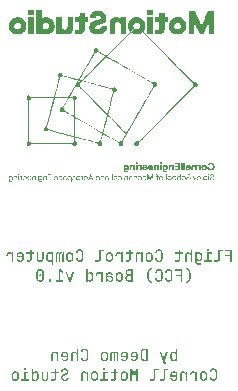
<source format=gbr>
%TF.GenerationSoftware,KiCad,Pcbnew,7.0.8*%
%TF.CreationDate,2024-06-20T15:13:37-04:00*%
%TF.ProjectId,P2,50322e6b-6963-4616-945f-706362585858,rev?*%
%TF.SameCoordinates,Original*%
%TF.FileFunction,Legend,Bot*%
%TF.FilePolarity,Positive*%
%FSLAX46Y46*%
G04 Gerber Fmt 4.6, Leading zero omitted, Abs format (unit mm)*
G04 Created by KiCad (PCBNEW 7.0.8) date 2024-06-20 15:13:37*
%MOMM*%
%LPD*%
G01*
G04 APERTURE LIST*
%ADD10C,0.125000*%
G04 APERTURE END LIST*
D10*
G36*
X159543020Y-120306000D02*
G01*
X159543020Y-119274318D01*
X158938030Y-119274318D01*
X158938030Y-119388135D01*
X159419189Y-119388135D01*
X159419189Y-119727632D01*
X158974667Y-119727632D01*
X158974667Y-119841450D01*
X159416258Y-119841450D01*
X159416258Y-120306000D01*
X159543020Y-120306000D01*
G37*
G36*
X158302754Y-120306000D02*
G01*
X158315446Y-120305765D01*
X158327812Y-120305061D01*
X158339855Y-120303887D01*
X158351573Y-120302244D01*
X158362966Y-120300132D01*
X158374035Y-120297550D01*
X158384780Y-120294499D01*
X158395200Y-120290979D01*
X158405296Y-120286989D01*
X158415068Y-120282529D01*
X158424515Y-120277601D01*
X158433638Y-120272202D01*
X158442437Y-120266335D01*
X158450911Y-120259998D01*
X158459060Y-120253192D01*
X158466886Y-120245916D01*
X158474280Y-120238223D01*
X158481197Y-120230227D01*
X158487637Y-120221927D01*
X158493600Y-120213325D01*
X158499086Y-120204418D01*
X158504095Y-120195209D01*
X158508626Y-120185696D01*
X158512681Y-120175879D01*
X158516259Y-120165759D01*
X158519360Y-120155336D01*
X158521983Y-120144609D01*
X158524130Y-120133579D01*
X158525800Y-120122246D01*
X158526992Y-120110609D01*
X158527708Y-120098669D01*
X158527946Y-120086425D01*
X158527946Y-119388135D01*
X158795148Y-119388135D01*
X158795148Y-119274318D01*
X158401184Y-119274318D01*
X158401184Y-120088868D01*
X158400768Y-120100576D01*
X158399520Y-120111643D01*
X158397441Y-120122069D01*
X158394529Y-120131854D01*
X158390785Y-120140998D01*
X158384935Y-120151526D01*
X158377786Y-120161053D01*
X158374562Y-120164583D01*
X158365789Y-120172534D01*
X158356110Y-120179137D01*
X158345525Y-120184393D01*
X158334033Y-120188301D01*
X158324187Y-120190457D01*
X158313761Y-120191751D01*
X158302754Y-120192182D01*
X158063641Y-120192182D01*
X158063641Y-120306000D01*
X158302754Y-120306000D01*
G37*
G36*
X157878505Y-120306000D02*
G01*
X157878505Y-120192182D01*
X157604220Y-120192182D01*
X157604220Y-119638240D01*
X157850417Y-119638240D01*
X157850417Y-119524422D01*
X157477702Y-119524422D01*
X157477702Y-120192182D01*
X157217339Y-120192182D01*
X157217339Y-120306000D01*
X157878505Y-120306000D01*
G37*
G36*
X157555127Y-119383739D02*
G01*
X157566423Y-119383349D01*
X157577109Y-119382181D01*
X157587184Y-119380235D01*
X157596648Y-119377510D01*
X157607620Y-119373009D01*
X157617638Y-119367292D01*
X157626702Y-119360358D01*
X157628400Y-119358826D01*
X157636070Y-119350611D01*
X157642439Y-119341538D01*
X157647509Y-119331606D01*
X157651279Y-119320815D01*
X157653749Y-119309166D01*
X157654788Y-119299229D01*
X157655022Y-119291415D01*
X157654606Y-119280710D01*
X157653359Y-119270578D01*
X157651279Y-119261018D01*
X157647509Y-119249873D01*
X157642439Y-119239623D01*
X157636070Y-119230267D01*
X157628400Y-119221806D01*
X157619527Y-119214417D01*
X157609700Y-119208282D01*
X157598919Y-119203398D01*
X157589607Y-119200393D01*
X157579685Y-119198189D01*
X157569152Y-119196786D01*
X157558008Y-119196185D01*
X157555127Y-119196160D01*
X157543835Y-119196561D01*
X157533161Y-119197763D01*
X157523105Y-119199766D01*
X157513667Y-119202571D01*
X157502739Y-119207205D01*
X157492777Y-119213090D01*
X157483782Y-119220228D01*
X157482099Y-119221806D01*
X157474359Y-119230267D01*
X157467931Y-119239623D01*
X157462814Y-119249873D01*
X157459010Y-119261018D01*
X157456911Y-119270578D01*
X157455652Y-119280710D01*
X157455232Y-119291415D01*
X157455652Y-119301765D01*
X157456911Y-119311565D01*
X157459666Y-119323042D01*
X157463733Y-119333661D01*
X157469111Y-119343421D01*
X157475802Y-119352323D01*
X157482099Y-119358826D01*
X157490901Y-119366003D01*
X157500670Y-119371963D01*
X157511404Y-119376707D01*
X157523105Y-119380235D01*
X157533161Y-119382181D01*
X157543835Y-119383349D01*
X157555127Y-119383739D01*
G37*
G36*
X156792464Y-119509093D02*
G01*
X156806828Y-119510001D01*
X156820796Y-119511513D01*
X156834366Y-119513630D01*
X156847540Y-119516352D01*
X156860317Y-119519679D01*
X156872697Y-119523610D01*
X156884681Y-119528147D01*
X156896267Y-119533289D01*
X156907456Y-119539035D01*
X156918249Y-119545386D01*
X156928644Y-119552342D01*
X156938643Y-119559903D01*
X156948245Y-119568069D01*
X156957450Y-119576840D01*
X156966258Y-119586216D01*
X156974598Y-119596109D01*
X156982401Y-119606431D01*
X156989665Y-119617182D01*
X156996391Y-119628363D01*
X157002579Y-119639973D01*
X157008229Y-119652013D01*
X157013341Y-119664481D01*
X157017915Y-119677379D01*
X157021951Y-119690707D01*
X157025448Y-119704464D01*
X157028408Y-119718650D01*
X157030829Y-119733265D01*
X157032713Y-119748310D01*
X157034058Y-119763784D01*
X157034865Y-119779688D01*
X157035134Y-119796020D01*
X157035134Y-119959175D01*
X157034865Y-119975510D01*
X157034058Y-119991422D01*
X157032713Y-120006911D01*
X157030829Y-120021976D01*
X157028408Y-120036617D01*
X157025448Y-120050834D01*
X157021951Y-120064628D01*
X157017915Y-120077999D01*
X157013341Y-120090946D01*
X157008229Y-120103469D01*
X157002579Y-120115568D01*
X156996391Y-120127244D01*
X156989665Y-120138497D01*
X156982401Y-120149325D01*
X156974598Y-120159730D01*
X156966258Y-120169712D01*
X156957450Y-120179176D01*
X156948245Y-120188030D01*
X156938643Y-120196273D01*
X156928644Y-120203906D01*
X156918249Y-120210928D01*
X156907456Y-120217339D01*
X156896267Y-120223140D01*
X156884681Y-120228330D01*
X156872697Y-120232910D01*
X156860317Y-120236879D01*
X156847540Y-120240237D01*
X156834366Y-120242985D01*
X156820796Y-120245122D01*
X156806828Y-120246648D01*
X156792464Y-120247564D01*
X156777702Y-120247870D01*
X156772283Y-120247826D01*
X156761632Y-120247479D01*
X156751229Y-120246784D01*
X156741074Y-120245743D01*
X156731167Y-120244353D01*
X156721508Y-120242617D01*
X156707484Y-120239361D01*
X156694019Y-120235324D01*
X156681112Y-120230506D01*
X156668763Y-120224906D01*
X156656972Y-120218524D01*
X156645739Y-120211362D01*
X156635064Y-120203418D01*
X156628293Y-120197738D01*
X156618849Y-120188757D01*
X156610258Y-120179222D01*
X156602523Y-120169134D01*
X156595641Y-120158491D01*
X156589614Y-120147295D01*
X156584441Y-120135545D01*
X156580123Y-120123241D01*
X156576659Y-120110383D01*
X156574049Y-120096971D01*
X156572294Y-120083006D01*
X156569607Y-120083006D01*
X156572294Y-120227842D01*
X156572294Y-120329203D01*
X156572739Y-120342896D01*
X156574076Y-120355707D01*
X156576304Y-120367634D01*
X156579423Y-120378677D01*
X156583433Y-120388837D01*
X156588334Y-120398113D01*
X156594126Y-120406506D01*
X156600809Y-120414016D01*
X156608384Y-120420642D01*
X156616849Y-120426385D01*
X156626206Y-120431244D01*
X156636453Y-120435219D01*
X156647592Y-120438311D01*
X156659622Y-120440520D01*
X156672543Y-120441845D01*
X156686355Y-120442287D01*
X156932552Y-120442287D01*
X156932552Y-120556104D01*
X156687577Y-120556104D01*
X156673544Y-120555867D01*
X156659901Y-120555154D01*
X156646647Y-120553966D01*
X156633782Y-120552303D01*
X156621307Y-120550165D01*
X156609220Y-120547552D01*
X156597523Y-120544464D01*
X156586216Y-120540900D01*
X156575297Y-120536861D01*
X156564768Y-120532348D01*
X156554628Y-120527359D01*
X156544878Y-120521895D01*
X156535516Y-120515956D01*
X156526544Y-120509542D01*
X156517961Y-120502652D01*
X156509768Y-120495288D01*
X156502019Y-120487515D01*
X156494770Y-120479400D01*
X156488021Y-120470945D01*
X156481771Y-120462147D01*
X156476022Y-120453008D01*
X156470773Y-120443527D01*
X156466023Y-120433705D01*
X156461774Y-120423541D01*
X156458025Y-120413036D01*
X156454775Y-120402189D01*
X156452025Y-120391001D01*
X156449776Y-120379471D01*
X156448026Y-120367599D01*
X156446776Y-120355386D01*
X156446026Y-120342832D01*
X156445776Y-120329935D01*
X156445776Y-119951115D01*
X156570828Y-119951115D01*
X156571005Y-119961715D01*
X156571534Y-119972024D01*
X156572417Y-119982041D01*
X156573653Y-119991766D01*
X156576168Y-120005806D01*
X156579477Y-120019189D01*
X156583581Y-120031915D01*
X156588479Y-120043984D01*
X156594171Y-120055397D01*
X156600658Y-120066152D01*
X156607938Y-120076251D01*
X156616013Y-120085692D01*
X156621764Y-120091549D01*
X156630886Y-120099624D01*
X156640606Y-120106850D01*
X156650922Y-120113226D01*
X156661835Y-120118751D01*
X156673344Y-120123427D01*
X156685451Y-120127252D01*
X156698154Y-120130227D01*
X156711454Y-120132352D01*
X156725351Y-120133627D01*
X156739845Y-120134053D01*
X156749719Y-120133868D01*
X156764009Y-120132902D01*
X156777672Y-120131106D01*
X156790708Y-120128482D01*
X156803117Y-120125030D01*
X156814899Y-120120749D01*
X156826055Y-120115639D01*
X156836583Y-120109701D01*
X156846485Y-120102934D01*
X156855760Y-120095338D01*
X156864408Y-120086914D01*
X156872309Y-120077710D01*
X156879432Y-120067777D01*
X156885778Y-120057114D01*
X156891348Y-120045721D01*
X156896140Y-120033598D01*
X156900155Y-120020745D01*
X156903393Y-120007162D01*
X156905853Y-119992850D01*
X156907062Y-119982902D01*
X156907926Y-119972631D01*
X156908444Y-119962035D01*
X156908616Y-119951115D01*
X156908616Y-119805546D01*
X156908444Y-119794626D01*
X156907926Y-119784030D01*
X156907062Y-119773758D01*
X156905853Y-119763811D01*
X156903393Y-119749498D01*
X156900155Y-119735916D01*
X156896140Y-119723063D01*
X156891348Y-119710940D01*
X156885778Y-119699547D01*
X156879432Y-119688884D01*
X156872309Y-119678950D01*
X156864408Y-119669747D01*
X156855760Y-119661323D01*
X156846485Y-119653727D01*
X156836583Y-119646960D01*
X156826055Y-119641022D01*
X156814899Y-119635912D01*
X156803117Y-119631631D01*
X156790708Y-119628178D01*
X156777672Y-119625554D01*
X156764009Y-119623759D01*
X156749719Y-119622792D01*
X156739845Y-119622608D01*
X156730116Y-119622798D01*
X156716020Y-119623795D01*
X156702521Y-119625646D01*
X156689619Y-119628351D01*
X156677314Y-119631911D01*
X156665605Y-119636325D01*
X156654493Y-119641594D01*
X156643978Y-119647717D01*
X156634060Y-119654694D01*
X156624738Y-119662526D01*
X156616013Y-119671212D01*
X156607938Y-119680610D01*
X156600658Y-119690670D01*
X156594171Y-119701390D01*
X156588479Y-119712772D01*
X156583581Y-119724815D01*
X156579477Y-119737519D01*
X156576168Y-119750884D01*
X156573653Y-119764910D01*
X156572417Y-119774628D01*
X156571534Y-119784640D01*
X156571005Y-119794946D01*
X156570828Y-119805546D01*
X156570828Y-119951115D01*
X156445776Y-119951115D01*
X156445776Y-119524422D01*
X156570828Y-119524422D01*
X156570828Y-119676097D01*
X156572294Y-119676097D01*
X156573369Y-119666576D01*
X156575694Y-119652765D01*
X156578873Y-119639522D01*
X156582907Y-119626845D01*
X156587795Y-119614735D01*
X156593537Y-119603192D01*
X156600134Y-119592215D01*
X156607585Y-119581805D01*
X156615890Y-119571962D01*
X156625050Y-119562686D01*
X156635064Y-119553976D01*
X156638561Y-119551196D01*
X156649421Y-119543386D01*
X156660840Y-119536370D01*
X156672817Y-119530148D01*
X156685352Y-119524720D01*
X156698445Y-119520087D01*
X156712097Y-119516248D01*
X156726306Y-119513203D01*
X156736089Y-119511615D01*
X156746120Y-119510379D01*
X156756400Y-119509497D01*
X156766927Y-119508967D01*
X156777702Y-119508791D01*
X156792464Y-119509093D01*
G37*
G36*
X156190298Y-120306000D02*
G01*
X156190298Y-119274318D01*
X156063780Y-119274318D01*
X156063780Y-119682692D01*
X156062315Y-119682692D01*
X156060923Y-119672430D01*
X156059189Y-119662465D01*
X156057114Y-119652799D01*
X156053361Y-119638857D01*
X156048840Y-119625585D01*
X156043549Y-119612982D01*
X156037491Y-119601050D01*
X156030664Y-119589787D01*
X156023068Y-119579194D01*
X156014704Y-119569271D01*
X156005571Y-119560017D01*
X155999056Y-119554220D01*
X155988718Y-119546101D01*
X155977761Y-119538781D01*
X155966186Y-119532260D01*
X155953993Y-119526537D01*
X155941182Y-119521612D01*
X155927752Y-119517486D01*
X155913705Y-119514159D01*
X155903996Y-119512384D01*
X155894012Y-119510965D01*
X155883754Y-119509900D01*
X155873221Y-119509190D01*
X155862414Y-119508835D01*
X155856907Y-119508791D01*
X155842500Y-119509075D01*
X155828468Y-119509928D01*
X155814809Y-119511350D01*
X155801525Y-119513340D01*
X155788614Y-119515899D01*
X155776077Y-119519026D01*
X155763915Y-119522722D01*
X155752126Y-119526987D01*
X155740712Y-119531820D01*
X155729671Y-119537222D01*
X155719005Y-119543193D01*
X155708712Y-119549732D01*
X155698794Y-119556840D01*
X155689249Y-119564516D01*
X155680079Y-119572761D01*
X155671282Y-119581575D01*
X155662912Y-119590848D01*
X155655082Y-119600531D01*
X155647792Y-119610624D01*
X155641042Y-119621127D01*
X155634832Y-119632041D01*
X155629162Y-119643365D01*
X155624032Y-119655099D01*
X155619442Y-119667243D01*
X155615391Y-119679798D01*
X155611881Y-119692763D01*
X155608911Y-119706138D01*
X155606481Y-119719924D01*
X155604591Y-119734119D01*
X155603241Y-119748725D01*
X155602431Y-119763741D01*
X155602161Y-119779168D01*
X155602161Y-120306000D01*
X155728923Y-120306000D01*
X155728923Y-119797730D01*
X155729097Y-119787465D01*
X155729618Y-119777492D01*
X155731050Y-119763080D01*
X155733264Y-119749325D01*
X155736260Y-119736227D01*
X155740036Y-119723786D01*
X155744594Y-119712001D01*
X155749934Y-119700874D01*
X155756055Y-119690403D01*
X155762957Y-119680589D01*
X155770641Y-119671432D01*
X155773376Y-119668526D01*
X155781944Y-119660320D01*
X155791070Y-119652921D01*
X155800754Y-119646329D01*
X155810997Y-119640545D01*
X155821797Y-119635567D01*
X155833156Y-119631397D01*
X155845073Y-119628034D01*
X155857548Y-119625478D01*
X155870581Y-119623729D01*
X155884172Y-119622787D01*
X155893543Y-119622608D01*
X155908002Y-119623044D01*
X155921885Y-119624351D01*
X155935193Y-119626530D01*
X155947925Y-119629580D01*
X155960083Y-119633502D01*
X155971664Y-119638296D01*
X155982671Y-119643961D01*
X155993103Y-119650497D01*
X156002959Y-119657906D01*
X156012239Y-119666185D01*
X156018107Y-119672189D01*
X156026269Y-119681801D01*
X156033629Y-119692133D01*
X156040185Y-119703187D01*
X156045939Y-119714962D01*
X156050890Y-119727459D01*
X156055038Y-119740677D01*
X156058383Y-119754616D01*
X156060167Y-119764309D01*
X156061595Y-119774323D01*
X156062665Y-119784657D01*
X156063379Y-119795313D01*
X156063736Y-119806288D01*
X156063780Y-119811896D01*
X156063780Y-120306000D01*
X156190298Y-120306000D01*
G37*
G36*
X154973969Y-120306000D02*
G01*
X154985788Y-120305779D01*
X154997309Y-120305118D01*
X155008533Y-120304016D01*
X155019459Y-120302473D01*
X155030087Y-120300490D01*
X155040418Y-120298065D01*
X155050451Y-120295200D01*
X155060186Y-120291894D01*
X155069624Y-120288148D01*
X155078764Y-120283960D01*
X155087607Y-120279332D01*
X155096151Y-120274263D01*
X155104398Y-120268753D01*
X155112348Y-120262803D01*
X155119999Y-120256412D01*
X155127353Y-120249579D01*
X155134333Y-120242380D01*
X155140863Y-120234887D01*
X155146942Y-120227100D01*
X155152571Y-120219019D01*
X155157750Y-120210644D01*
X155162478Y-120201975D01*
X155166756Y-120193012D01*
X155170584Y-120183756D01*
X155173962Y-120174206D01*
X155176889Y-120164362D01*
X155179366Y-120154224D01*
X155181392Y-120143792D01*
X155182968Y-120133066D01*
X155184094Y-120122046D01*
X155184769Y-120110733D01*
X155184995Y-120099126D01*
X155184995Y-119638240D01*
X155403103Y-119638240D01*
X155403103Y-119524422D01*
X155184995Y-119524422D01*
X155184995Y-119305581D01*
X155058477Y-119305581D01*
X155058477Y-119524422D01*
X154749021Y-119524422D01*
X154749021Y-119638240D01*
X155058477Y-119638240D01*
X155058477Y-120101812D01*
X155058114Y-120111594D01*
X155056641Y-120123165D01*
X155054036Y-120134010D01*
X155050297Y-120144126D01*
X155045425Y-120153516D01*
X155039420Y-120162177D01*
X155035274Y-120167025D01*
X155027659Y-120174273D01*
X155019317Y-120180292D01*
X155010247Y-120185082D01*
X155000450Y-120188645D01*
X154989925Y-120190979D01*
X154978673Y-120192084D01*
X154973969Y-120192182D01*
X154762943Y-120192182D01*
X154762943Y-120306000D01*
X154973969Y-120306000D01*
G37*
G36*
X153374422Y-120321631D02*
G01*
X153391777Y-120321321D01*
X153408670Y-120320391D01*
X153425101Y-120318840D01*
X153441070Y-120316670D01*
X153456578Y-120313879D01*
X153471623Y-120310468D01*
X153486207Y-120306437D01*
X153500330Y-120301786D01*
X153513990Y-120296515D01*
X153527189Y-120290624D01*
X153539925Y-120284112D01*
X153552201Y-120276980D01*
X153564014Y-120269229D01*
X153575365Y-120260857D01*
X153586255Y-120251864D01*
X153596683Y-120242252D01*
X153606562Y-120232097D01*
X153615803Y-120221476D01*
X153624407Y-120210390D01*
X153632373Y-120198838D01*
X153639702Y-120186820D01*
X153646394Y-120174337D01*
X153652449Y-120161389D01*
X153657866Y-120147974D01*
X153662646Y-120134095D01*
X153666789Y-120119749D01*
X153670294Y-120104938D01*
X153673162Y-120089661D01*
X153675392Y-120073919D01*
X153676986Y-120057711D01*
X153677942Y-120041038D01*
X153678260Y-120023899D01*
X153678260Y-119556418D01*
X153677942Y-119539279D01*
X153676986Y-119522606D01*
X153675392Y-119506398D01*
X153673162Y-119490656D01*
X153670294Y-119475379D01*
X153666789Y-119460568D01*
X153662646Y-119446223D01*
X153657866Y-119432343D01*
X153652449Y-119418929D01*
X153646394Y-119405980D01*
X153639702Y-119393497D01*
X153632373Y-119381479D01*
X153624407Y-119369927D01*
X153615803Y-119358841D01*
X153606562Y-119348220D01*
X153596683Y-119338065D01*
X153586255Y-119328453D01*
X153575365Y-119319461D01*
X153564014Y-119311089D01*
X153552201Y-119303337D01*
X153539925Y-119296205D01*
X153527189Y-119289694D01*
X153513990Y-119283802D01*
X153500330Y-119278531D01*
X153486207Y-119273880D01*
X153471623Y-119269849D01*
X153456578Y-119266438D01*
X153441070Y-119263647D01*
X153425101Y-119261477D01*
X153408670Y-119259926D01*
X153391777Y-119258996D01*
X153374422Y-119258686D01*
X153357393Y-119258998D01*
X153340805Y-119259934D01*
X153324657Y-119261494D01*
X153308950Y-119263678D01*
X153293684Y-119266486D01*
X153278858Y-119269918D01*
X153264474Y-119273973D01*
X153250530Y-119278653D01*
X153237027Y-119283957D01*
X153223965Y-119289884D01*
X153211343Y-119296436D01*
X153199163Y-119303612D01*
X153187423Y-119311411D01*
X153176124Y-119319835D01*
X153165266Y-119328882D01*
X153154848Y-119338554D01*
X153144970Y-119348761D01*
X153135728Y-119359417D01*
X153127125Y-119370522D01*
X153119158Y-119382075D01*
X153111829Y-119394076D01*
X153105137Y-119406526D01*
X153099082Y-119419424D01*
X153093665Y-119432770D01*
X153088885Y-119446565D01*
X153084743Y-119460809D01*
X153081237Y-119475500D01*
X153078369Y-119490641D01*
X153076139Y-119506229D01*
X153074546Y-119522266D01*
X153073590Y-119538752D01*
X153073271Y-119555685D01*
X153200033Y-119555685D01*
X153200211Y-119544852D01*
X153200747Y-119534333D01*
X153201639Y-119524129D01*
X153202888Y-119514241D01*
X153205430Y-119499997D01*
X153208775Y-119486463D01*
X153212923Y-119473636D01*
X153217874Y-119461518D01*
X153223628Y-119450109D01*
X153230185Y-119439408D01*
X153237544Y-119429415D01*
X153245706Y-119420131D01*
X153254599Y-119411619D01*
X153264148Y-119403945D01*
X153274354Y-119397108D01*
X153285216Y-119391108D01*
X153296736Y-119385945D01*
X153308913Y-119381620D01*
X153321746Y-119378131D01*
X153335237Y-119375480D01*
X153349384Y-119373666D01*
X153359180Y-119372922D01*
X153369269Y-119372550D01*
X153374422Y-119372503D01*
X153384662Y-119372687D01*
X153394622Y-119373236D01*
X153409035Y-119374747D01*
X153422818Y-119377083D01*
X153435969Y-119380243D01*
X153448489Y-119384227D01*
X153460378Y-119389036D01*
X153471636Y-119394668D01*
X153482262Y-119401126D01*
X153492258Y-119408407D01*
X153501623Y-119416513D01*
X153504604Y-119419398D01*
X153513028Y-119428551D01*
X153520624Y-119438426D01*
X153527391Y-119449022D01*
X153533329Y-119460339D01*
X153538439Y-119472378D01*
X153542720Y-119485137D01*
X153546173Y-119498619D01*
X153548796Y-119512821D01*
X153550085Y-119522690D01*
X153551006Y-119532879D01*
X153551558Y-119543389D01*
X153551743Y-119554220D01*
X153551743Y-120024632D01*
X153551558Y-120035465D01*
X153551006Y-120045984D01*
X153550085Y-120056188D01*
X153548796Y-120066077D01*
X153546173Y-120080320D01*
X153542720Y-120093855D01*
X153538439Y-120106681D01*
X153533329Y-120118799D01*
X153527391Y-120130208D01*
X153520624Y-120140909D01*
X153513028Y-120150902D01*
X153504604Y-120160187D01*
X153495450Y-120168698D01*
X153485664Y-120176372D01*
X153475248Y-120183210D01*
X153464201Y-120189209D01*
X153452522Y-120194372D01*
X153440212Y-120198698D01*
X153427272Y-120202186D01*
X153413700Y-120204837D01*
X153399497Y-120206651D01*
X153389677Y-120207395D01*
X153379577Y-120207767D01*
X153374422Y-120207814D01*
X153364188Y-120207628D01*
X153354246Y-120207070D01*
X153339879Y-120205535D01*
X153326170Y-120203163D01*
X153313118Y-120199954D01*
X153300722Y-120195907D01*
X153288983Y-120191023D01*
X153277902Y-120185303D01*
X153267477Y-120178744D01*
X153257709Y-120171349D01*
X153248597Y-120163117D01*
X153245706Y-120160187D01*
X153237544Y-120150900D01*
X153230185Y-120140901D01*
X153223628Y-120130189D01*
X153217874Y-120118764D01*
X153212923Y-120106627D01*
X153208775Y-120093777D01*
X153205430Y-120080215D01*
X153202888Y-120065939D01*
X153201639Y-120056026D01*
X153200747Y-120045797D01*
X153200211Y-120035251D01*
X153200033Y-120024387D01*
X153073271Y-120024387D01*
X153073590Y-120041322D01*
X153074546Y-120057811D01*
X153076139Y-120073852D01*
X153078369Y-120089448D01*
X153081237Y-120104596D01*
X153084743Y-120119299D01*
X153088885Y-120133555D01*
X153093665Y-120147364D01*
X153099082Y-120160727D01*
X153105137Y-120173643D01*
X153111829Y-120186113D01*
X153119158Y-120198136D01*
X153127125Y-120209712D01*
X153135728Y-120220843D01*
X153144970Y-120231526D01*
X153154848Y-120241764D01*
X153165266Y-120251435D01*
X153176124Y-120260483D01*
X153187423Y-120268906D01*
X153199163Y-120276706D01*
X153211343Y-120283881D01*
X153223965Y-120290433D01*
X153237027Y-120296360D01*
X153250530Y-120301664D01*
X153264474Y-120306344D01*
X153278858Y-120310400D01*
X153293684Y-120313831D01*
X153308950Y-120316639D01*
X153324657Y-120318823D01*
X153340805Y-120320383D01*
X153357393Y-120321319D01*
X153374422Y-120321631D01*
G37*
G36*
X152558173Y-119509102D02*
G01*
X152575057Y-119510035D01*
X152591474Y-119511590D01*
X152607423Y-119513767D01*
X152622905Y-119516567D01*
X152637919Y-119519988D01*
X152652466Y-119524031D01*
X152666545Y-119528697D01*
X152680157Y-119533984D01*
X152693302Y-119539894D01*
X152705978Y-119546425D01*
X152718188Y-119553579D01*
X152729929Y-119561355D01*
X152741204Y-119569752D01*
X152752010Y-119578772D01*
X152762350Y-119588414D01*
X152772139Y-119598601D01*
X152781298Y-119609255D01*
X152789824Y-119620376D01*
X152797719Y-119631966D01*
X152804983Y-119644022D01*
X152811614Y-119656546D01*
X152817614Y-119669538D01*
X152822983Y-119682997D01*
X152827720Y-119696924D01*
X152831825Y-119711318D01*
X152835299Y-119726179D01*
X152838141Y-119741508D01*
X152840352Y-119757305D01*
X152841931Y-119773569D01*
X152842878Y-119790301D01*
X152843194Y-119807500D01*
X152843194Y-120015106D01*
X152842878Y-120032131D01*
X152841931Y-120048705D01*
X152840352Y-120064829D01*
X152838141Y-120080502D01*
X152835299Y-120095725D01*
X152831825Y-120110498D01*
X152827720Y-120124821D01*
X152822983Y-120138693D01*
X152817614Y-120152115D01*
X152811614Y-120165087D01*
X152804983Y-120177608D01*
X152797719Y-120189679D01*
X152789824Y-120201299D01*
X152781298Y-120212470D01*
X152772139Y-120223190D01*
X152762350Y-120233459D01*
X152752010Y-120243190D01*
X152741204Y-120252293D01*
X152729929Y-120260768D01*
X152718188Y-120268615D01*
X152705978Y-120275835D01*
X152693302Y-120282426D01*
X152680157Y-120288390D01*
X152666545Y-120293726D01*
X152652466Y-120298435D01*
X152637919Y-120302515D01*
X152622905Y-120305968D01*
X152607423Y-120308793D01*
X152591474Y-120310990D01*
X152575057Y-120312560D01*
X152558173Y-120313501D01*
X152540821Y-120313815D01*
X152523470Y-120313501D01*
X152506585Y-120312560D01*
X152490169Y-120310990D01*
X152474220Y-120308793D01*
X152458738Y-120305968D01*
X152443723Y-120302515D01*
X152429177Y-120298435D01*
X152415097Y-120293726D01*
X152401486Y-120288390D01*
X152388341Y-120282426D01*
X152375665Y-120275835D01*
X152363455Y-120268615D01*
X152351714Y-120260768D01*
X152340439Y-120252293D01*
X152329633Y-120243190D01*
X152319293Y-120233459D01*
X152309503Y-120223190D01*
X152300345Y-120212470D01*
X152291819Y-120201299D01*
X152283924Y-120189679D01*
X152276660Y-120177608D01*
X152270029Y-120165087D01*
X152264029Y-120152115D01*
X152258660Y-120138693D01*
X152253923Y-120124821D01*
X152249818Y-120110498D01*
X152246344Y-120095725D01*
X152243502Y-120080502D01*
X152241291Y-120064829D01*
X152239712Y-120048705D01*
X152238765Y-120032131D01*
X152238449Y-120015106D01*
X152364967Y-120015106D01*
X152365012Y-120020757D01*
X152365374Y-120031799D01*
X152366100Y-120042497D01*
X152367187Y-120052848D01*
X152368637Y-120062855D01*
X152370450Y-120072516D01*
X152373849Y-120086359D01*
X152378064Y-120099426D01*
X152383094Y-120111716D01*
X152388940Y-120123228D01*
X152395602Y-120133964D01*
X152403079Y-120143922D01*
X152411373Y-120153103D01*
X152414309Y-120155989D01*
X152423547Y-120164094D01*
X152433429Y-120171376D01*
X152443954Y-120177833D01*
X152455124Y-120183466D01*
X152466938Y-120188274D01*
X152479396Y-120192259D01*
X152492498Y-120195419D01*
X152506243Y-120197754D01*
X152520633Y-120199265D01*
X152530584Y-120199815D01*
X152540821Y-120199998D01*
X152550884Y-120199815D01*
X152565474Y-120198853D01*
X152579458Y-120197067D01*
X152592836Y-120194457D01*
X152605610Y-120191022D01*
X152617778Y-120186763D01*
X152629340Y-120181680D01*
X152640298Y-120175772D01*
X152650650Y-120169040D01*
X152660396Y-120161484D01*
X152669537Y-120153103D01*
X152672438Y-120150129D01*
X152680586Y-120140689D01*
X152687905Y-120130472D01*
X152694396Y-120119477D01*
X152700058Y-120107706D01*
X152704892Y-120095157D01*
X152708897Y-120081831D01*
X152712073Y-120067728D01*
X152713730Y-120057895D01*
X152715019Y-120047716D01*
X152715940Y-120037191D01*
X152716492Y-120026321D01*
X152716676Y-120015106D01*
X152716676Y-119807500D01*
X152716630Y-119801849D01*
X152716262Y-119790807D01*
X152715525Y-119780110D01*
X152714421Y-119769758D01*
X152712948Y-119759752D01*
X152711106Y-119750091D01*
X152707654Y-119736247D01*
X152703372Y-119723180D01*
X152698263Y-119710890D01*
X152692324Y-119699378D01*
X152685557Y-119688642D01*
X152677962Y-119678684D01*
X152669537Y-119669503D01*
X152666558Y-119666618D01*
X152657215Y-119658512D01*
X152647266Y-119651230D01*
X152636713Y-119644773D01*
X152625553Y-119639140D01*
X152613789Y-119634332D01*
X152601419Y-119630347D01*
X152588444Y-119627188D01*
X152574864Y-119624852D01*
X152560678Y-119623341D01*
X152550884Y-119622791D01*
X152540821Y-119622608D01*
X152535667Y-119622654D01*
X152525573Y-119623020D01*
X152515765Y-119623753D01*
X152501590Y-119625539D01*
X152488059Y-119628149D01*
X152475172Y-119631584D01*
X152462929Y-119635843D01*
X152451329Y-119640926D01*
X152440374Y-119646834D01*
X152430063Y-119653566D01*
X152420396Y-119661122D01*
X152411373Y-119669503D01*
X152408518Y-119672477D01*
X152400496Y-119681917D01*
X152393291Y-119692134D01*
X152386901Y-119703129D01*
X152381327Y-119714901D01*
X152376568Y-119727449D01*
X152372625Y-119740775D01*
X152369498Y-119754878D01*
X152367867Y-119764712D01*
X152366598Y-119774891D01*
X152365692Y-119785415D01*
X152365148Y-119796285D01*
X152364967Y-119807500D01*
X152364967Y-120015106D01*
X152238449Y-120015106D01*
X152238449Y-119806034D01*
X152238765Y-119789013D01*
X152239712Y-119772447D01*
X152241291Y-119756338D01*
X152243502Y-119740684D01*
X152246344Y-119725487D01*
X152249818Y-119710745D01*
X152253923Y-119696460D01*
X152258660Y-119682631D01*
X152264029Y-119669257D01*
X152270029Y-119656340D01*
X152276660Y-119643879D01*
X152283924Y-119631874D01*
X152291819Y-119620325D01*
X152300345Y-119609232D01*
X152309503Y-119598595D01*
X152319293Y-119588414D01*
X152329633Y-119578772D01*
X152340439Y-119569752D01*
X152351714Y-119561355D01*
X152363455Y-119553579D01*
X152375665Y-119546425D01*
X152388341Y-119539894D01*
X152401486Y-119533984D01*
X152415097Y-119528697D01*
X152429177Y-119524031D01*
X152443723Y-119519988D01*
X152458738Y-119516567D01*
X152474220Y-119513767D01*
X152490169Y-119511590D01*
X152506585Y-119510035D01*
X152523470Y-119509102D01*
X152540821Y-119508791D01*
X152558173Y-119509102D01*
G37*
G36*
X151994206Y-120306000D02*
G01*
X151994206Y-119524422D01*
X151867688Y-119524422D01*
X151867688Y-119682692D01*
X151866223Y-119682692D01*
X151864831Y-119672430D01*
X151863097Y-119662465D01*
X151861022Y-119652799D01*
X151857269Y-119638857D01*
X151852747Y-119625585D01*
X151847457Y-119612982D01*
X151841399Y-119601050D01*
X151834572Y-119589787D01*
X151826976Y-119579194D01*
X151818612Y-119569271D01*
X151809479Y-119560017D01*
X151802964Y-119554220D01*
X151792625Y-119546101D01*
X151781669Y-119538781D01*
X151770094Y-119532260D01*
X151757901Y-119526537D01*
X151745090Y-119521612D01*
X151731660Y-119517486D01*
X151717612Y-119514159D01*
X151707904Y-119512384D01*
X151697920Y-119510965D01*
X151687662Y-119509900D01*
X151677129Y-119509190D01*
X151666321Y-119508835D01*
X151660814Y-119508791D01*
X151646408Y-119509075D01*
X151632375Y-119509928D01*
X151618717Y-119511350D01*
X151605432Y-119513340D01*
X151592522Y-119515899D01*
X151579985Y-119519026D01*
X151567823Y-119522722D01*
X151556034Y-119526987D01*
X151544620Y-119531820D01*
X151533579Y-119537222D01*
X151522913Y-119543193D01*
X151512620Y-119549732D01*
X151502702Y-119556840D01*
X151493157Y-119564516D01*
X151483986Y-119572761D01*
X151475190Y-119581575D01*
X151466820Y-119590848D01*
X151458990Y-119600531D01*
X151451700Y-119610624D01*
X151444950Y-119621127D01*
X151438740Y-119632041D01*
X151433069Y-119643365D01*
X151427939Y-119655099D01*
X151423349Y-119667243D01*
X151419299Y-119679798D01*
X151415789Y-119692763D01*
X151412819Y-119706138D01*
X151410389Y-119719924D01*
X151408499Y-119734119D01*
X151407149Y-119748725D01*
X151406339Y-119763741D01*
X151406069Y-119779168D01*
X151406069Y-120306000D01*
X151532831Y-120306000D01*
X151532831Y-119795532D01*
X151533005Y-119785242D01*
X151533526Y-119775256D01*
X151534958Y-119760845D01*
X151537172Y-119747117D01*
X151540168Y-119734072D01*
X151543944Y-119721710D01*
X151548502Y-119710030D01*
X151553842Y-119699032D01*
X151559963Y-119688717D01*
X151566865Y-119679085D01*
X151574549Y-119670136D01*
X151577283Y-119667304D01*
X151585852Y-119659317D01*
X151594978Y-119652115D01*
X151604662Y-119645698D01*
X151614904Y-119640068D01*
X151625705Y-119635223D01*
X151637064Y-119631163D01*
X151648981Y-119627890D01*
X151661456Y-119625402D01*
X151674489Y-119623699D01*
X151688080Y-119622783D01*
X151697451Y-119622608D01*
X151711909Y-119623033D01*
X151725793Y-119624308D01*
X151739101Y-119626433D01*
X151751833Y-119629409D01*
X151763990Y-119633234D01*
X151775572Y-119637909D01*
X151786579Y-119643435D01*
X151797010Y-119649811D01*
X151806866Y-119657036D01*
X151816147Y-119665112D01*
X151822015Y-119670968D01*
X151830177Y-119680363D01*
X151837537Y-119690506D01*
X151844093Y-119701395D01*
X151849847Y-119713031D01*
X151854798Y-119725415D01*
X151858946Y-119738545D01*
X151862291Y-119752423D01*
X151864075Y-119762089D01*
X151865503Y-119772088D01*
X151866573Y-119782419D01*
X151867287Y-119793081D01*
X151867644Y-119804076D01*
X151867688Y-119809698D01*
X151867688Y-120306000D01*
X151994206Y-120306000D01*
G37*
G36*
X150777877Y-120306000D02*
G01*
X150789696Y-120305779D01*
X150801217Y-120305118D01*
X150812441Y-120304016D01*
X150823367Y-120302473D01*
X150833995Y-120300490D01*
X150844326Y-120298065D01*
X150854359Y-120295200D01*
X150864094Y-120291894D01*
X150873532Y-120288148D01*
X150882672Y-120283960D01*
X150891514Y-120279332D01*
X150900059Y-120274263D01*
X150908306Y-120268753D01*
X150916255Y-120262803D01*
X150923907Y-120256412D01*
X150931261Y-120249579D01*
X150938241Y-120242380D01*
X150944771Y-120234887D01*
X150950850Y-120227100D01*
X150956479Y-120219019D01*
X150961658Y-120210644D01*
X150966386Y-120201975D01*
X150970664Y-120193012D01*
X150974492Y-120183756D01*
X150977870Y-120174206D01*
X150980797Y-120164362D01*
X150983273Y-120154224D01*
X150985300Y-120143792D01*
X150986876Y-120133066D01*
X150988002Y-120122046D01*
X150988677Y-120110733D01*
X150988902Y-120099126D01*
X150988902Y-119638240D01*
X151207011Y-119638240D01*
X151207011Y-119524422D01*
X150988902Y-119524422D01*
X150988902Y-119305581D01*
X150862385Y-119305581D01*
X150862385Y-119524422D01*
X150552929Y-119524422D01*
X150552929Y-119638240D01*
X150862385Y-119638240D01*
X150862385Y-120101812D01*
X150862022Y-120111594D01*
X150860549Y-120123165D01*
X150857943Y-120134010D01*
X150854205Y-120144126D01*
X150849333Y-120153516D01*
X150843328Y-120162177D01*
X150839182Y-120167025D01*
X150831567Y-120174273D01*
X150823225Y-120180292D01*
X150814155Y-120185082D01*
X150804358Y-120188645D01*
X150793833Y-120190979D01*
X150782581Y-120192084D01*
X150777877Y-120192182D01*
X150566851Y-120192182D01*
X150566851Y-120306000D01*
X150777877Y-120306000D01*
G37*
G36*
X150291833Y-120306000D02*
G01*
X150291833Y-119524422D01*
X150165316Y-119524422D01*
X150165316Y-119677074D01*
X150163850Y-119677074D01*
X150162458Y-119667143D01*
X150160725Y-119657500D01*
X150157484Y-119643576D01*
X150153475Y-119630301D01*
X150148697Y-119617673D01*
X150143151Y-119605694D01*
X150136836Y-119594363D01*
X150129752Y-119583681D01*
X150121901Y-119573647D01*
X150113280Y-119564261D01*
X150103892Y-119555523D01*
X150100591Y-119552755D01*
X150090253Y-119544898D01*
X150079296Y-119537814D01*
X150067721Y-119531503D01*
X150055528Y-119525964D01*
X150042717Y-119521199D01*
X150029288Y-119517206D01*
X150015240Y-119513986D01*
X150005531Y-119512268D01*
X149995548Y-119510895D01*
X149985289Y-119509864D01*
X149974757Y-119509177D01*
X149963949Y-119508834D01*
X149958442Y-119508791D01*
X149943521Y-119509096D01*
X149928984Y-119510012D01*
X149914830Y-119511539D01*
X149901060Y-119513676D01*
X149887673Y-119516423D01*
X149874670Y-119519782D01*
X149862051Y-119523751D01*
X149849815Y-119528330D01*
X149837962Y-119533520D01*
X149826493Y-119539321D01*
X149815408Y-119545733D01*
X149804706Y-119552755D01*
X149794388Y-119560387D01*
X149784453Y-119568630D01*
X149774902Y-119577484D01*
X149765734Y-119586949D01*
X149757039Y-119596902D01*
X149748904Y-119607286D01*
X149741331Y-119618098D01*
X149734319Y-119629340D01*
X149727867Y-119641011D01*
X149721977Y-119653112D01*
X149716647Y-119665642D01*
X149711879Y-119678601D01*
X149707671Y-119691989D01*
X149704025Y-119705807D01*
X149700939Y-119720054D01*
X149698415Y-119734731D01*
X149696451Y-119749837D01*
X149695049Y-119765372D01*
X149694207Y-119781336D01*
X149693927Y-119797730D01*
X149693927Y-119852196D01*
X149820689Y-119852196D01*
X149820689Y-119809698D01*
X149820864Y-119798682D01*
X149821391Y-119787983D01*
X149822269Y-119777601D01*
X149823498Y-119767536D01*
X149825078Y-119757787D01*
X149828106Y-119743758D01*
X149831924Y-119730441D01*
X149836532Y-119717837D01*
X149841930Y-119705946D01*
X149848119Y-119694768D01*
X149855097Y-119684302D01*
X149862865Y-119674549D01*
X149865630Y-119671457D01*
X149874417Y-119662727D01*
X149883925Y-119654856D01*
X149894154Y-119647843D01*
X149905105Y-119641689D01*
X149916777Y-119636394D01*
X149929171Y-119631958D01*
X149942286Y-119628380D01*
X149956122Y-119625661D01*
X149970679Y-119623801D01*
X149980784Y-119623037D01*
X149991210Y-119622656D01*
X149996544Y-119622608D01*
X150006927Y-119622791D01*
X150016981Y-119623339D01*
X150036100Y-119625531D01*
X150053900Y-119629185D01*
X150070381Y-119634301D01*
X150085544Y-119640879D01*
X150099389Y-119648918D01*
X150111915Y-119658418D01*
X150123123Y-119669381D01*
X150133012Y-119681804D01*
X150141582Y-119695690D01*
X150148834Y-119711037D01*
X150154767Y-119727846D01*
X150159382Y-119746117D01*
X150161195Y-119755800D01*
X150162678Y-119765849D01*
X150163832Y-119776263D01*
X150164656Y-119787043D01*
X150165151Y-119798188D01*
X150165316Y-119809698D01*
X150165316Y-120306000D01*
X150291833Y-120306000D01*
G37*
G36*
X149201300Y-119509102D02*
G01*
X149218184Y-119510035D01*
X149234601Y-119511590D01*
X149250550Y-119513767D01*
X149266032Y-119516567D01*
X149281046Y-119519988D01*
X149295593Y-119524031D01*
X149309672Y-119528697D01*
X149323284Y-119533984D01*
X149336428Y-119539894D01*
X149349105Y-119546425D01*
X149361314Y-119553579D01*
X149373056Y-119561355D01*
X149384330Y-119569752D01*
X149395137Y-119578772D01*
X149405476Y-119588414D01*
X149415266Y-119598601D01*
X149424424Y-119609255D01*
X149432951Y-119620376D01*
X149440845Y-119631966D01*
X149448109Y-119644022D01*
X149454741Y-119656546D01*
X149460741Y-119669538D01*
X149466109Y-119682997D01*
X149470846Y-119696924D01*
X149474952Y-119711318D01*
X149478425Y-119726179D01*
X149481268Y-119741508D01*
X149483478Y-119757305D01*
X149485057Y-119773569D01*
X149486005Y-119790301D01*
X149486320Y-119807500D01*
X149486320Y-120015106D01*
X149486005Y-120032131D01*
X149485057Y-120048705D01*
X149483478Y-120064829D01*
X149481268Y-120080502D01*
X149478425Y-120095725D01*
X149474952Y-120110498D01*
X149470846Y-120124821D01*
X149466109Y-120138693D01*
X149460741Y-120152115D01*
X149454741Y-120165087D01*
X149448109Y-120177608D01*
X149440845Y-120189679D01*
X149432951Y-120201299D01*
X149424424Y-120212470D01*
X149415266Y-120223190D01*
X149405476Y-120233459D01*
X149395137Y-120243190D01*
X149384330Y-120252293D01*
X149373056Y-120260768D01*
X149361314Y-120268615D01*
X149349105Y-120275835D01*
X149336428Y-120282426D01*
X149323284Y-120288390D01*
X149309672Y-120293726D01*
X149295593Y-120298435D01*
X149281046Y-120302515D01*
X149266032Y-120305968D01*
X149250550Y-120308793D01*
X149234601Y-120310990D01*
X149218184Y-120312560D01*
X149201300Y-120313501D01*
X149183948Y-120313815D01*
X149166596Y-120313501D01*
X149149712Y-120312560D01*
X149133295Y-120310990D01*
X149117346Y-120308793D01*
X149101864Y-120305968D01*
X149086850Y-120302515D01*
X149072303Y-120298435D01*
X149058224Y-120293726D01*
X149044612Y-120288390D01*
X149031468Y-120282426D01*
X149018791Y-120275835D01*
X149006582Y-120268615D01*
X148994840Y-120260768D01*
X148983566Y-120252293D01*
X148972759Y-120243190D01*
X148962420Y-120233459D01*
X148952630Y-120223190D01*
X148943472Y-120212470D01*
X148934945Y-120201299D01*
X148927050Y-120189679D01*
X148919787Y-120177608D01*
X148913155Y-120165087D01*
X148907155Y-120152115D01*
X148901786Y-120138693D01*
X148897049Y-120124821D01*
X148892944Y-120110498D01*
X148889470Y-120095725D01*
X148886628Y-120080502D01*
X148884417Y-120064829D01*
X148882838Y-120048705D01*
X148881891Y-120032131D01*
X148881575Y-120015106D01*
X149008093Y-120015106D01*
X149008138Y-120020757D01*
X149008501Y-120031799D01*
X149009226Y-120042497D01*
X149010314Y-120052848D01*
X149011764Y-120062855D01*
X149013576Y-120072516D01*
X149016975Y-120086359D01*
X149021190Y-120099426D01*
X149026220Y-120111716D01*
X149032066Y-120123228D01*
X149038728Y-120133964D01*
X149046206Y-120143922D01*
X149054499Y-120153103D01*
X149057435Y-120155989D01*
X149066673Y-120164094D01*
X149076555Y-120171376D01*
X149087081Y-120177833D01*
X149098251Y-120183466D01*
X149110064Y-120188274D01*
X149122522Y-120192259D01*
X149135624Y-120195419D01*
X149149370Y-120197754D01*
X149163760Y-120199265D01*
X149173711Y-120199815D01*
X149183948Y-120199998D01*
X149194010Y-120199815D01*
X149208600Y-120198853D01*
X149222584Y-120197067D01*
X149235963Y-120194457D01*
X149248736Y-120191022D01*
X149260904Y-120186763D01*
X149272467Y-120181680D01*
X149283424Y-120175772D01*
X149293776Y-120169040D01*
X149303523Y-120161484D01*
X149312664Y-120153103D01*
X149315564Y-120150129D01*
X149323712Y-120140689D01*
X149331031Y-120130472D01*
X149337522Y-120119477D01*
X149343184Y-120107706D01*
X149348018Y-120095157D01*
X149352023Y-120081831D01*
X149355199Y-120067728D01*
X149356856Y-120057895D01*
X149358145Y-120047716D01*
X149359066Y-120037191D01*
X149359618Y-120026321D01*
X149359803Y-120015106D01*
X149359803Y-119807500D01*
X149359757Y-119801849D01*
X149359388Y-119790807D01*
X149358652Y-119780110D01*
X149357547Y-119769758D01*
X149356074Y-119759752D01*
X149354233Y-119750091D01*
X149350780Y-119736247D01*
X149346499Y-119723180D01*
X149341389Y-119710890D01*
X149335451Y-119699378D01*
X149328684Y-119688642D01*
X149321088Y-119678684D01*
X149312664Y-119669503D01*
X149309684Y-119666618D01*
X149300341Y-119658512D01*
X149290393Y-119651230D01*
X149279839Y-119644773D01*
X149268680Y-119639140D01*
X149256915Y-119634332D01*
X149244546Y-119630347D01*
X149231570Y-119627188D01*
X149217990Y-119624852D01*
X149203804Y-119623341D01*
X149194010Y-119622791D01*
X149183948Y-119622608D01*
X149178793Y-119622654D01*
X149168699Y-119623020D01*
X149158891Y-119623753D01*
X149144716Y-119625539D01*
X149131185Y-119628149D01*
X149118298Y-119631584D01*
X149106055Y-119635843D01*
X149094456Y-119640926D01*
X149083501Y-119646834D01*
X149073189Y-119653566D01*
X149063522Y-119661122D01*
X149054499Y-119669503D01*
X149051644Y-119672477D01*
X149043623Y-119681917D01*
X149036417Y-119692134D01*
X149030027Y-119703129D01*
X149024453Y-119714901D01*
X149019694Y-119727449D01*
X149015752Y-119740775D01*
X149012625Y-119754878D01*
X149010993Y-119764712D01*
X149009724Y-119774891D01*
X149008818Y-119785415D01*
X149008274Y-119796285D01*
X149008093Y-119807500D01*
X149008093Y-120015106D01*
X148881575Y-120015106D01*
X148881575Y-119806034D01*
X148881891Y-119789013D01*
X148882838Y-119772447D01*
X148884417Y-119756338D01*
X148886628Y-119740684D01*
X148889470Y-119725487D01*
X148892944Y-119710745D01*
X148897049Y-119696460D01*
X148901786Y-119682631D01*
X148907155Y-119669257D01*
X148913155Y-119656340D01*
X148919787Y-119643879D01*
X148927050Y-119631874D01*
X148934945Y-119620325D01*
X148943472Y-119609232D01*
X148952630Y-119598595D01*
X148962420Y-119588414D01*
X148972759Y-119578772D01*
X148983566Y-119569752D01*
X148994840Y-119561355D01*
X149006582Y-119553579D01*
X149018791Y-119546425D01*
X149031468Y-119539894D01*
X149044612Y-119533984D01*
X149058224Y-119528697D01*
X149072303Y-119524031D01*
X149086850Y-119519988D01*
X149101864Y-119516567D01*
X149117346Y-119513767D01*
X149133295Y-119511590D01*
X149149712Y-119510035D01*
X149166596Y-119509102D01*
X149183948Y-119508791D01*
X149201300Y-119509102D01*
G37*
G36*
X148232133Y-120306000D02*
G01*
X148244824Y-120305765D01*
X148257191Y-120305061D01*
X148269234Y-120303887D01*
X148280951Y-120302244D01*
X148292345Y-120300132D01*
X148303414Y-120297550D01*
X148314159Y-120294499D01*
X148324579Y-120290979D01*
X148334675Y-120286989D01*
X148344447Y-120282529D01*
X148353894Y-120277601D01*
X148363017Y-120272202D01*
X148371816Y-120266335D01*
X148380290Y-120259998D01*
X148388439Y-120253192D01*
X148396265Y-120245916D01*
X148403659Y-120238223D01*
X148410576Y-120230227D01*
X148417016Y-120221927D01*
X148422979Y-120213325D01*
X148428465Y-120204418D01*
X148433473Y-120195209D01*
X148438005Y-120185696D01*
X148442060Y-120175879D01*
X148445638Y-120165759D01*
X148448739Y-120155336D01*
X148451362Y-120144609D01*
X148453509Y-120133579D01*
X148455179Y-120122246D01*
X148456371Y-120110609D01*
X148457087Y-120098669D01*
X148457325Y-120086425D01*
X148457325Y-119388135D01*
X148724527Y-119388135D01*
X148724527Y-119274318D01*
X148330563Y-119274318D01*
X148330563Y-120088868D01*
X148330147Y-120100576D01*
X148328899Y-120111643D01*
X148326819Y-120122069D01*
X148323908Y-120131854D01*
X148320164Y-120140998D01*
X148314314Y-120151526D01*
X148307165Y-120161053D01*
X148303941Y-120164583D01*
X148295168Y-120172534D01*
X148285489Y-120179137D01*
X148274904Y-120184393D01*
X148263412Y-120188301D01*
X148253566Y-120190457D01*
X148243140Y-120191751D01*
X148232133Y-120192182D01*
X147993020Y-120192182D01*
X147993020Y-120306000D01*
X148232133Y-120306000D01*
G37*
G36*
X146660675Y-120321631D02*
G01*
X146678030Y-120321321D01*
X146694922Y-120320391D01*
X146711353Y-120318840D01*
X146727323Y-120316670D01*
X146742830Y-120313879D01*
X146757876Y-120310468D01*
X146772460Y-120306437D01*
X146786582Y-120301786D01*
X146800243Y-120296515D01*
X146813441Y-120290624D01*
X146826178Y-120284112D01*
X146838453Y-120276980D01*
X146850267Y-120269229D01*
X146861618Y-120260857D01*
X146872508Y-120251864D01*
X146882936Y-120242252D01*
X146892814Y-120232097D01*
X146902056Y-120221476D01*
X146910659Y-120210390D01*
X146918626Y-120198838D01*
X146925955Y-120186820D01*
X146932647Y-120174337D01*
X146938702Y-120161389D01*
X146944119Y-120147974D01*
X146948899Y-120134095D01*
X146953041Y-120119749D01*
X146956547Y-120104938D01*
X146959414Y-120089661D01*
X146961645Y-120073919D01*
X146963238Y-120057711D01*
X146964194Y-120041038D01*
X146964513Y-120023899D01*
X146964513Y-119556418D01*
X146964194Y-119539279D01*
X146963238Y-119522606D01*
X146961645Y-119506398D01*
X146959414Y-119490656D01*
X146956547Y-119475379D01*
X146953041Y-119460568D01*
X146948899Y-119446223D01*
X146944119Y-119432343D01*
X146938702Y-119418929D01*
X146932647Y-119405980D01*
X146925955Y-119393497D01*
X146918626Y-119381479D01*
X146910659Y-119369927D01*
X146902056Y-119358841D01*
X146892814Y-119348220D01*
X146882936Y-119338065D01*
X146872508Y-119328453D01*
X146861618Y-119319461D01*
X146850267Y-119311089D01*
X146838453Y-119303337D01*
X146826178Y-119296205D01*
X146813441Y-119289694D01*
X146800243Y-119283802D01*
X146786582Y-119278531D01*
X146772460Y-119273880D01*
X146757876Y-119269849D01*
X146742830Y-119266438D01*
X146727323Y-119263647D01*
X146711353Y-119261477D01*
X146694922Y-119259926D01*
X146678030Y-119258996D01*
X146660675Y-119258686D01*
X146643646Y-119258998D01*
X146627057Y-119259934D01*
X146610909Y-119261494D01*
X146595203Y-119263678D01*
X146579936Y-119266486D01*
X146565111Y-119269918D01*
X146550727Y-119273973D01*
X146536783Y-119278653D01*
X146523280Y-119283957D01*
X146510218Y-119289884D01*
X146497596Y-119296436D01*
X146485415Y-119303612D01*
X146473676Y-119311411D01*
X146462376Y-119319835D01*
X146451518Y-119328882D01*
X146441101Y-119338554D01*
X146431222Y-119348761D01*
X146421981Y-119359417D01*
X146413377Y-119370522D01*
X146405411Y-119382075D01*
X146398081Y-119394076D01*
X146391390Y-119406526D01*
X146385335Y-119419424D01*
X146379918Y-119432770D01*
X146375138Y-119446565D01*
X146370995Y-119460809D01*
X146367490Y-119475500D01*
X146364622Y-119490641D01*
X146362391Y-119506229D01*
X146360798Y-119522266D01*
X146359842Y-119538752D01*
X146359524Y-119555685D01*
X146486286Y-119555685D01*
X146486464Y-119544852D01*
X146486999Y-119534333D01*
X146487891Y-119524129D01*
X146489140Y-119514241D01*
X146491682Y-119499997D01*
X146495028Y-119486463D01*
X146499176Y-119473636D01*
X146504127Y-119461518D01*
X146509880Y-119450109D01*
X146516437Y-119439408D01*
X146523797Y-119429415D01*
X146531959Y-119420131D01*
X146540851Y-119411619D01*
X146550400Y-119403945D01*
X146560606Y-119397108D01*
X146571469Y-119391108D01*
X146582989Y-119385945D01*
X146595165Y-119381620D01*
X146607999Y-119378131D01*
X146621489Y-119375480D01*
X146635636Y-119373666D01*
X146645433Y-119372922D01*
X146655521Y-119372550D01*
X146660675Y-119372503D01*
X146670915Y-119372687D01*
X146680875Y-119373236D01*
X146695288Y-119374747D01*
X146709070Y-119377083D01*
X146722222Y-119380243D01*
X146734742Y-119384227D01*
X146746631Y-119389036D01*
X146757888Y-119394668D01*
X146768515Y-119401126D01*
X146778511Y-119408407D01*
X146787875Y-119416513D01*
X146790856Y-119419398D01*
X146799281Y-119428551D01*
X146806876Y-119438426D01*
X146813643Y-119449022D01*
X146819582Y-119460339D01*
X146824691Y-119472378D01*
X146828973Y-119485137D01*
X146832425Y-119498619D01*
X146835049Y-119512821D01*
X146836338Y-119522690D01*
X146837259Y-119532879D01*
X146837811Y-119543389D01*
X146837995Y-119554220D01*
X146837995Y-120024632D01*
X146837811Y-120035465D01*
X146837259Y-120045984D01*
X146836338Y-120056188D01*
X146835049Y-120066077D01*
X146832425Y-120080320D01*
X146828973Y-120093855D01*
X146824691Y-120106681D01*
X146819582Y-120118799D01*
X146813643Y-120130208D01*
X146806876Y-120140909D01*
X146799281Y-120150902D01*
X146790856Y-120160187D01*
X146781702Y-120168698D01*
X146771917Y-120176372D01*
X146761501Y-120183210D01*
X146750453Y-120189209D01*
X146738775Y-120194372D01*
X146726465Y-120198698D01*
X146713524Y-120202186D01*
X146699952Y-120204837D01*
X146685749Y-120206651D01*
X146675930Y-120207395D01*
X146665830Y-120207767D01*
X146660675Y-120207814D01*
X146650441Y-120207628D01*
X146640498Y-120207070D01*
X146626132Y-120205535D01*
X146612423Y-120203163D01*
X146599370Y-120199954D01*
X146586975Y-120195907D01*
X146575236Y-120191023D01*
X146564154Y-120185303D01*
X146553729Y-120178744D01*
X146543961Y-120171349D01*
X146534850Y-120163117D01*
X146531959Y-120160187D01*
X146523797Y-120150900D01*
X146516437Y-120140901D01*
X146509880Y-120130189D01*
X146504127Y-120118764D01*
X146499176Y-120106627D01*
X146495028Y-120093777D01*
X146491682Y-120080215D01*
X146489140Y-120065939D01*
X146487891Y-120056026D01*
X146486999Y-120045797D01*
X146486464Y-120035251D01*
X146486286Y-120024387D01*
X146359524Y-120024387D01*
X146359842Y-120041322D01*
X146360798Y-120057811D01*
X146362391Y-120073852D01*
X146364622Y-120089448D01*
X146367490Y-120104596D01*
X146370995Y-120119299D01*
X146375138Y-120133555D01*
X146379918Y-120147364D01*
X146385335Y-120160727D01*
X146391390Y-120173643D01*
X146398081Y-120186113D01*
X146405411Y-120198136D01*
X146413377Y-120209712D01*
X146421981Y-120220843D01*
X146431222Y-120231526D01*
X146441101Y-120241764D01*
X146451518Y-120251435D01*
X146462376Y-120260483D01*
X146473676Y-120268906D01*
X146485415Y-120276706D01*
X146497596Y-120283881D01*
X146510218Y-120290433D01*
X146523280Y-120296360D01*
X146536783Y-120301664D01*
X146550727Y-120306344D01*
X146565111Y-120310400D01*
X146579936Y-120313831D01*
X146595203Y-120316639D01*
X146610909Y-120318823D01*
X146627057Y-120320383D01*
X146643646Y-120321319D01*
X146660675Y-120321631D01*
G37*
G36*
X145844426Y-119509102D02*
G01*
X145861310Y-119510035D01*
X145877727Y-119511590D01*
X145893676Y-119513767D01*
X145909158Y-119516567D01*
X145924172Y-119519988D01*
X145938719Y-119524031D01*
X145952798Y-119528697D01*
X145966410Y-119533984D01*
X145979554Y-119539894D01*
X145992231Y-119546425D01*
X146004440Y-119553579D01*
X146016182Y-119561355D01*
X146027456Y-119569752D01*
X146038263Y-119578772D01*
X146048602Y-119588414D01*
X146058392Y-119598601D01*
X146067550Y-119609255D01*
X146076077Y-119620376D01*
X146083972Y-119631966D01*
X146091235Y-119644022D01*
X146097867Y-119656546D01*
X146103867Y-119669538D01*
X146109236Y-119682997D01*
X146113973Y-119696924D01*
X146118078Y-119711318D01*
X146121552Y-119726179D01*
X146124394Y-119741508D01*
X146126605Y-119757305D01*
X146128184Y-119773569D01*
X146129131Y-119790301D01*
X146129447Y-119807500D01*
X146129447Y-120015106D01*
X146129131Y-120032131D01*
X146128184Y-120048705D01*
X146126605Y-120064829D01*
X146124394Y-120080502D01*
X146121552Y-120095725D01*
X146118078Y-120110498D01*
X146113973Y-120124821D01*
X146109236Y-120138693D01*
X146103867Y-120152115D01*
X146097867Y-120165087D01*
X146091235Y-120177608D01*
X146083972Y-120189679D01*
X146076077Y-120201299D01*
X146067550Y-120212470D01*
X146058392Y-120223190D01*
X146048602Y-120233459D01*
X146038263Y-120243190D01*
X146027456Y-120252293D01*
X146016182Y-120260768D01*
X146004440Y-120268615D01*
X145992231Y-120275835D01*
X145979554Y-120282426D01*
X145966410Y-120288390D01*
X145952798Y-120293726D01*
X145938719Y-120298435D01*
X145924172Y-120302515D01*
X145909158Y-120305968D01*
X145893676Y-120308793D01*
X145877727Y-120310990D01*
X145861310Y-120312560D01*
X145844426Y-120313501D01*
X145827074Y-120313815D01*
X145809722Y-120313501D01*
X145792838Y-120312560D01*
X145776421Y-120310990D01*
X145760472Y-120308793D01*
X145744990Y-120305968D01*
X145729976Y-120302515D01*
X145715429Y-120298435D01*
X145701350Y-120293726D01*
X145687738Y-120288390D01*
X145674594Y-120282426D01*
X145661917Y-120275835D01*
X145649708Y-120268615D01*
X145637966Y-120260768D01*
X145626692Y-120252293D01*
X145615885Y-120243190D01*
X145605546Y-120233459D01*
X145595756Y-120223190D01*
X145586598Y-120212470D01*
X145578071Y-120201299D01*
X145570176Y-120189679D01*
X145562913Y-120177608D01*
X145556281Y-120165087D01*
X145550281Y-120152115D01*
X145544913Y-120138693D01*
X145540176Y-120124821D01*
X145536070Y-120110498D01*
X145532596Y-120095725D01*
X145529754Y-120080502D01*
X145527544Y-120064829D01*
X145525965Y-120048705D01*
X145525017Y-120032131D01*
X145524701Y-120015106D01*
X145651219Y-120015106D01*
X145651265Y-120020757D01*
X145651627Y-120031799D01*
X145652352Y-120042497D01*
X145653440Y-120052848D01*
X145654890Y-120062855D01*
X145656703Y-120072516D01*
X145660102Y-120086359D01*
X145664316Y-120099426D01*
X145669347Y-120111716D01*
X145675193Y-120123228D01*
X145681855Y-120133964D01*
X145689332Y-120143922D01*
X145697625Y-120153103D01*
X145700562Y-120155989D01*
X145709799Y-120164094D01*
X145719681Y-120171376D01*
X145730207Y-120177833D01*
X145741377Y-120183466D01*
X145753191Y-120188274D01*
X145765648Y-120192259D01*
X145778750Y-120195419D01*
X145792496Y-120197754D01*
X145806886Y-120199265D01*
X145816837Y-120199815D01*
X145827074Y-120199998D01*
X145837137Y-120199815D01*
X145851726Y-120198853D01*
X145865710Y-120197067D01*
X145879089Y-120194457D01*
X145891862Y-120191022D01*
X145904030Y-120186763D01*
X145915593Y-120181680D01*
X145926550Y-120175772D01*
X145936902Y-120169040D01*
X145946649Y-120161484D01*
X145955790Y-120153103D01*
X145958690Y-120150129D01*
X145966838Y-120140689D01*
X145974158Y-120130472D01*
X145980648Y-120119477D01*
X145986311Y-120107706D01*
X145991144Y-120095157D01*
X145995149Y-120081831D01*
X145998326Y-120067728D01*
X145999983Y-120057895D01*
X146001272Y-120047716D01*
X146002192Y-120037191D01*
X146002745Y-120026321D01*
X146002929Y-120015106D01*
X146002929Y-119807500D01*
X146002883Y-119801849D01*
X146002515Y-119790807D01*
X146001778Y-119780110D01*
X146000673Y-119769758D01*
X145999200Y-119759752D01*
X145997359Y-119750091D01*
X145993906Y-119736247D01*
X145989625Y-119723180D01*
X145984515Y-119710890D01*
X145978577Y-119699378D01*
X145971810Y-119688642D01*
X145964214Y-119678684D01*
X145955790Y-119669503D01*
X145952810Y-119666618D01*
X145943467Y-119658512D01*
X145933519Y-119651230D01*
X145922965Y-119644773D01*
X145911806Y-119639140D01*
X145900042Y-119634332D01*
X145887672Y-119630347D01*
X145874697Y-119627188D01*
X145861116Y-119624852D01*
X145846930Y-119623341D01*
X145837137Y-119622791D01*
X145827074Y-119622608D01*
X145821920Y-119622654D01*
X145811826Y-119623020D01*
X145802018Y-119623753D01*
X145787843Y-119625539D01*
X145774311Y-119628149D01*
X145761424Y-119631584D01*
X145749181Y-119635843D01*
X145737582Y-119640926D01*
X145726627Y-119646834D01*
X145716316Y-119653566D01*
X145706649Y-119661122D01*
X145697625Y-119669503D01*
X145694770Y-119672477D01*
X145686749Y-119681917D01*
X145679543Y-119692134D01*
X145673153Y-119703129D01*
X145667579Y-119714901D01*
X145662821Y-119727449D01*
X145658878Y-119740775D01*
X145655751Y-119754878D01*
X145654120Y-119764712D01*
X145652851Y-119774891D01*
X145651944Y-119785415D01*
X145651401Y-119796285D01*
X145651219Y-119807500D01*
X145651219Y-120015106D01*
X145524701Y-120015106D01*
X145524701Y-119806034D01*
X145525017Y-119789013D01*
X145525965Y-119772447D01*
X145527544Y-119756338D01*
X145529754Y-119740684D01*
X145532596Y-119725487D01*
X145536070Y-119710745D01*
X145540176Y-119696460D01*
X145544913Y-119682631D01*
X145550281Y-119669257D01*
X145556281Y-119656340D01*
X145562913Y-119643879D01*
X145570176Y-119631874D01*
X145578071Y-119620325D01*
X145586598Y-119609232D01*
X145595756Y-119598595D01*
X145605546Y-119588414D01*
X145615885Y-119578772D01*
X145626692Y-119569752D01*
X145637966Y-119561355D01*
X145649708Y-119553579D01*
X145661917Y-119546425D01*
X145674594Y-119539894D01*
X145687738Y-119533984D01*
X145701350Y-119528697D01*
X145715429Y-119524031D01*
X145729976Y-119519988D01*
X145744990Y-119516567D01*
X145760472Y-119513767D01*
X145776421Y-119511590D01*
X145792838Y-119510035D01*
X145809722Y-119509102D01*
X145827074Y-119508791D01*
X145844426Y-119509102D01*
G37*
G36*
X145325399Y-120306000D02*
G01*
X145325399Y-119524422D01*
X145214269Y-119524422D01*
X145214269Y-119616990D01*
X145205965Y-119616990D01*
X145203079Y-119605190D01*
X145199431Y-119593971D01*
X145195019Y-119583331D01*
X145189845Y-119573271D01*
X145183906Y-119563791D01*
X145177205Y-119554892D01*
X145169740Y-119546572D01*
X145161512Y-119538833D01*
X145152651Y-119531792D01*
X145143286Y-119525689D01*
X145133417Y-119520526D01*
X145123044Y-119516301D01*
X145112168Y-119513015D01*
X145100787Y-119510668D01*
X145088904Y-119509260D01*
X145076516Y-119508791D01*
X145065113Y-119509249D01*
X145054107Y-119510623D01*
X145043497Y-119512912D01*
X145033285Y-119516118D01*
X145023469Y-119520240D01*
X145014051Y-119525277D01*
X145005029Y-119531231D01*
X144996404Y-119538100D01*
X144988230Y-119545691D01*
X144980681Y-119553930D01*
X144973758Y-119562818D01*
X144967461Y-119572355D01*
X144961790Y-119582541D01*
X144956745Y-119593375D01*
X144952326Y-119604858D01*
X144948533Y-119616990D01*
X144939984Y-119616990D01*
X144937145Y-119605190D01*
X144933512Y-119593971D01*
X144929085Y-119583331D01*
X144923864Y-119573271D01*
X144917850Y-119563791D01*
X144911041Y-119554892D01*
X144903439Y-119546572D01*
X144895043Y-119538833D01*
X144885987Y-119531792D01*
X144876405Y-119525689D01*
X144866295Y-119520526D01*
X144855659Y-119516301D01*
X144844497Y-119513015D01*
X144832807Y-119510668D01*
X144820591Y-119509260D01*
X144807849Y-119508791D01*
X144794896Y-119509285D01*
X144782415Y-119510766D01*
X144770407Y-119513234D01*
X144758870Y-119516691D01*
X144747806Y-119521134D01*
X144737215Y-119526565D01*
X144727095Y-119532984D01*
X144717448Y-119540390D01*
X144708273Y-119548783D01*
X144699571Y-119558164D01*
X144694032Y-119564967D01*
X144686218Y-119575796D01*
X144679174Y-119587218D01*
X144672898Y-119599232D01*
X144667390Y-119611838D01*
X144662651Y-119625038D01*
X144658680Y-119638829D01*
X144656460Y-119648353D01*
X144654582Y-119658140D01*
X144653045Y-119668190D01*
X144651849Y-119678503D01*
X144650995Y-119689080D01*
X144650483Y-119699920D01*
X144650312Y-119711024D01*
X144650312Y-120306000D01*
X144767060Y-120306000D01*
X144767060Y-119705651D01*
X144767400Y-119693503D01*
X144768419Y-119682096D01*
X144770117Y-119671430D01*
X144772495Y-119661504D01*
X144776422Y-119650137D01*
X144781410Y-119639927D01*
X144787460Y-119630874D01*
X144788798Y-119629203D01*
X144796056Y-119621533D01*
X144804244Y-119615163D01*
X144813363Y-119610094D01*
X144823412Y-119606324D01*
X144834391Y-119603854D01*
X144846300Y-119602684D01*
X144851324Y-119602580D01*
X144861239Y-119602996D01*
X144872838Y-119604686D01*
X144883554Y-119607676D01*
X144893389Y-119611966D01*
X144902340Y-119617555D01*
X144910409Y-119624445D01*
X144914827Y-119629203D01*
X144921300Y-119637988D01*
X144926677Y-119647859D01*
X144930956Y-119658816D01*
X144933589Y-119668362D01*
X144935520Y-119678603D01*
X144936749Y-119689539D01*
X144937275Y-119701169D01*
X144937297Y-119704185D01*
X144937297Y-120306000D01*
X145038414Y-120306000D01*
X145038414Y-119705651D01*
X145038776Y-119693503D01*
X145039864Y-119682096D01*
X145041677Y-119671430D01*
X145044215Y-119661504D01*
X145048407Y-119650137D01*
X145053732Y-119639927D01*
X145060189Y-119630874D01*
X145061617Y-119629203D01*
X145069297Y-119621533D01*
X145077836Y-119615163D01*
X145087234Y-119610094D01*
X145097490Y-119606324D01*
X145108605Y-119603854D01*
X145120579Y-119602684D01*
X145125609Y-119602580D01*
X145137538Y-119603230D01*
X145148597Y-119605180D01*
X145158785Y-119608430D01*
X145168103Y-119612980D01*
X145176550Y-119618829D01*
X145184127Y-119625979D01*
X145186914Y-119629203D01*
X145193176Y-119637988D01*
X145198377Y-119647859D01*
X145202516Y-119658816D01*
X145205064Y-119668362D01*
X145206932Y-119678603D01*
X145208121Y-119689539D01*
X145208630Y-119701169D01*
X145208651Y-119704185D01*
X145208651Y-120306000D01*
X145325399Y-120306000D01*
G37*
G36*
X144106186Y-119508835D02*
G01*
X144116851Y-119509190D01*
X144127281Y-119509900D01*
X144137476Y-119510965D01*
X144147436Y-119512384D01*
X144157162Y-119514159D01*
X144171311Y-119517486D01*
X144184931Y-119521612D01*
X144198024Y-119526537D01*
X144210588Y-119532260D01*
X144222625Y-119538781D01*
X144234133Y-119546101D01*
X144245113Y-119554220D01*
X144255369Y-119562999D01*
X144264797Y-119572392D01*
X144273395Y-119582399D01*
X144281166Y-119593020D01*
X144288107Y-119604255D01*
X144294220Y-119616104D01*
X144299505Y-119628567D01*
X144303960Y-119641644D01*
X144307588Y-119655334D01*
X144310386Y-119669639D01*
X144311791Y-119679517D01*
X144313257Y-119679517D01*
X144313257Y-119524422D01*
X144439775Y-119524422D01*
X144439775Y-120556104D01*
X144313257Y-120556104D01*
X144313257Y-120331401D01*
X144315944Y-120155790D01*
X144311791Y-120155790D01*
X144310212Y-120165222D01*
X144307183Y-120178905D01*
X144303365Y-120192030D01*
X144298757Y-120204596D01*
X144293359Y-120216605D01*
X144287171Y-120228055D01*
X144280193Y-120238947D01*
X144272424Y-120249281D01*
X144263866Y-120259057D01*
X144254518Y-120268275D01*
X144244380Y-120276935D01*
X144240824Y-120279684D01*
X144229795Y-120287410D01*
X144218224Y-120294350D01*
X144206113Y-120300505D01*
X144193460Y-120305874D01*
X144180267Y-120310457D01*
X144166532Y-120314254D01*
X144152257Y-120317266D01*
X144142440Y-120318838D01*
X144132382Y-120320060D01*
X144122083Y-120320933D01*
X144111545Y-120321456D01*
X144100766Y-120321631D01*
X144086356Y-120321325D01*
X144072315Y-120320406D01*
X144058642Y-120318875D01*
X144045338Y-120316731D01*
X144032402Y-120313975D01*
X144019833Y-120310606D01*
X144007634Y-120306624D01*
X143995802Y-120302031D01*
X143984339Y-120296824D01*
X143973244Y-120291005D01*
X143962518Y-120284574D01*
X143952159Y-120277530D01*
X143942169Y-120269874D01*
X143932547Y-120261605D01*
X143923294Y-120252723D01*
X143914408Y-120243229D01*
X143905979Y-120233206D01*
X143898094Y-120222736D01*
X143890752Y-120211819D01*
X143883954Y-120200456D01*
X143877700Y-120188647D01*
X143871990Y-120176391D01*
X143866824Y-120163688D01*
X143862201Y-120150539D01*
X143858123Y-120136943D01*
X143854588Y-120122901D01*
X143851597Y-120108413D01*
X143849150Y-120093478D01*
X143847246Y-120078096D01*
X143845887Y-120062268D01*
X143845071Y-120045993D01*
X143844799Y-120029272D01*
X143844799Y-120021212D01*
X143971317Y-120021212D01*
X143971362Y-120026819D01*
X143971721Y-120037785D01*
X143972438Y-120048421D01*
X143973514Y-120058727D01*
X143974949Y-120068703D01*
X143976743Y-120078349D01*
X143980106Y-120092198D01*
X143984276Y-120105305D01*
X143989254Y-120117669D01*
X143995038Y-120129291D01*
X144001630Y-120140169D01*
X144009029Y-120150305D01*
X144017235Y-120159698D01*
X144026101Y-120168297D01*
X144035573Y-120176050D01*
X144045650Y-120182957D01*
X144056333Y-120189019D01*
X144067620Y-120194234D01*
X144079514Y-120198604D01*
X144092012Y-120202128D01*
X144105116Y-120204807D01*
X144118826Y-120206639D01*
X144133140Y-120207626D01*
X144143020Y-120207814D01*
X144152577Y-120207621D01*
X144166458Y-120206609D01*
X144179793Y-120204730D01*
X144192584Y-120201984D01*
X144204829Y-120198370D01*
X144216529Y-120193890D01*
X144227684Y-120188542D01*
X144238294Y-120182326D01*
X144248358Y-120175244D01*
X144257877Y-120167294D01*
X144266851Y-120158477D01*
X144275144Y-120148845D01*
X144282622Y-120138544D01*
X144289283Y-120127573D01*
X144295130Y-120115933D01*
X144300160Y-120103622D01*
X144304375Y-120090642D01*
X144307773Y-120076992D01*
X144310357Y-120062673D01*
X144311625Y-120052754D01*
X144312532Y-120042538D01*
X144313076Y-120032024D01*
X144313257Y-120021212D01*
X144313257Y-119809210D01*
X144313076Y-119798399D01*
X144312532Y-119787888D01*
X144311625Y-119777676D01*
X144310357Y-119767765D01*
X144307773Y-119753458D01*
X144304375Y-119739826D01*
X144300160Y-119726868D01*
X144295130Y-119714585D01*
X144289283Y-119702975D01*
X144282622Y-119692039D01*
X144275144Y-119681777D01*
X144266851Y-119672189D01*
X144260929Y-119666185D01*
X144251592Y-119657906D01*
X144241709Y-119650497D01*
X144231281Y-119643961D01*
X144220308Y-119638296D01*
X144208790Y-119633502D01*
X144196726Y-119629580D01*
X144184118Y-119626530D01*
X144170964Y-119624351D01*
X144157264Y-119623044D01*
X144143020Y-119622608D01*
X144133140Y-119622796D01*
X144118826Y-119623783D01*
X144105116Y-119625615D01*
X144092012Y-119628294D01*
X144079514Y-119631818D01*
X144067620Y-119636188D01*
X144056333Y-119641403D01*
X144045650Y-119647465D01*
X144035573Y-119654372D01*
X144026101Y-119662125D01*
X144017235Y-119670724D01*
X144014410Y-119673772D01*
X144006473Y-119683413D01*
X143999343Y-119693796D01*
X143993020Y-119704923D01*
X143987505Y-119716792D01*
X143982796Y-119729403D01*
X143978895Y-119742758D01*
X143975801Y-119756855D01*
X143974187Y-119766665D01*
X143972931Y-119776806D01*
X143972034Y-119787277D01*
X143971496Y-119798078D01*
X143971317Y-119809210D01*
X143971317Y-120021212D01*
X143844799Y-120021212D01*
X143844799Y-119799684D01*
X143845071Y-119782966D01*
X143845887Y-119766700D01*
X143847246Y-119750886D01*
X143849150Y-119735525D01*
X143851597Y-119720615D01*
X143854588Y-119706158D01*
X143858123Y-119692153D01*
X143862201Y-119678601D01*
X143866824Y-119665500D01*
X143871990Y-119652852D01*
X143877700Y-119640656D01*
X143883954Y-119628913D01*
X143890752Y-119617621D01*
X143898094Y-119606782D01*
X143905979Y-119596395D01*
X143914408Y-119586460D01*
X143923294Y-119577055D01*
X143932547Y-119568256D01*
X143942169Y-119560065D01*
X143952159Y-119552480D01*
X143962518Y-119545502D01*
X143973244Y-119539130D01*
X143984339Y-119533366D01*
X143995802Y-119528208D01*
X144007634Y-119523657D01*
X144019833Y-119519713D01*
X144032402Y-119516376D01*
X144045338Y-119513645D01*
X144058642Y-119511521D01*
X144072315Y-119510004D01*
X144086356Y-119509094D01*
X144100766Y-119508791D01*
X144106186Y-119508835D01*
G37*
G36*
X143310884Y-120321631D02*
G01*
X143327376Y-120321317D01*
X143343453Y-120320375D01*
X143359113Y-120318806D01*
X143374357Y-120316609D01*
X143389185Y-120313784D01*
X143403597Y-120310331D01*
X143417594Y-120306250D01*
X143431174Y-120301542D01*
X143444338Y-120296206D01*
X143457087Y-120290242D01*
X143469419Y-120283650D01*
X143481335Y-120276431D01*
X143492836Y-120268584D01*
X143503920Y-120260109D01*
X143514589Y-120251006D01*
X143524841Y-120241275D01*
X143534542Y-120230976D01*
X143543617Y-120220228D01*
X143552066Y-120209032D01*
X143559890Y-120197388D01*
X143567087Y-120185295D01*
X143573659Y-120172754D01*
X143579605Y-120159764D01*
X143584925Y-120146326D01*
X143589619Y-120132439D01*
X143593687Y-120118104D01*
X143597129Y-120103321D01*
X143599946Y-120088089D01*
X143602136Y-120072409D01*
X143603701Y-120056280D01*
X143604640Y-120039703D01*
X143604953Y-120022678D01*
X143604953Y-119524422D01*
X143478191Y-119524422D01*
X143478191Y-120021701D01*
X143478015Y-120032570D01*
X143477488Y-120043133D01*
X143476611Y-120053391D01*
X143475382Y-120063344D01*
X143473802Y-120072992D01*
X143470774Y-120086891D01*
X143466955Y-120100103D01*
X143462347Y-120112628D01*
X143456949Y-120124466D01*
X143450761Y-120135617D01*
X143443783Y-120146081D01*
X143436015Y-120155859D01*
X143433250Y-120158965D01*
X143424538Y-120167695D01*
X143415255Y-120175566D01*
X143405401Y-120182579D01*
X143394976Y-120188732D01*
X143383980Y-120194028D01*
X143372413Y-120198464D01*
X143360275Y-120202042D01*
X143347567Y-120204761D01*
X143334287Y-120206621D01*
X143320436Y-120207623D01*
X143310884Y-120207814D01*
X143296384Y-120207385D01*
X143282468Y-120206097D01*
X143269136Y-120203950D01*
X143256388Y-120200945D01*
X143244223Y-120197081D01*
X143232643Y-120192358D01*
X143221646Y-120186777D01*
X143211233Y-120180337D01*
X143201404Y-120173038D01*
X143192159Y-120164881D01*
X143186320Y-120158965D01*
X143178158Y-120149417D01*
X143170799Y-120139182D01*
X143164242Y-120128259D01*
X143158488Y-120116650D01*
X143153537Y-120104354D01*
X143149389Y-120091371D01*
X143146044Y-120077701D01*
X143143502Y-120063344D01*
X143142253Y-120053391D01*
X143141361Y-120043133D01*
X143140825Y-120032570D01*
X143140647Y-120021701D01*
X143140647Y-119524422D01*
X143013885Y-119524422D01*
X143013885Y-120022678D01*
X143014205Y-120039703D01*
X143015163Y-120056280D01*
X143016762Y-120072409D01*
X143018999Y-120088089D01*
X143021875Y-120103321D01*
X143025391Y-120118104D01*
X143029546Y-120132439D01*
X143034340Y-120146326D01*
X143039774Y-120159764D01*
X143045846Y-120172754D01*
X143052558Y-120185295D01*
X143059909Y-120197388D01*
X143067900Y-120209032D01*
X143076529Y-120220228D01*
X143085798Y-120230976D01*
X143095706Y-120241275D01*
X143106107Y-120251006D01*
X143116913Y-120260109D01*
X143128127Y-120268584D01*
X143139746Y-120276431D01*
X143151772Y-120283650D01*
X143164205Y-120290242D01*
X143177044Y-120296206D01*
X143190289Y-120301542D01*
X143203941Y-120306250D01*
X143217999Y-120310331D01*
X143232464Y-120313784D01*
X143247335Y-120316609D01*
X143262613Y-120318806D01*
X143278297Y-120320375D01*
X143294387Y-120321317D01*
X143310884Y-120321631D01*
G37*
G36*
X142385692Y-120306000D02*
G01*
X142397511Y-120305779D01*
X142409033Y-120305118D01*
X142420257Y-120304016D01*
X142431183Y-120302473D01*
X142441811Y-120300490D01*
X142452142Y-120298065D01*
X142462175Y-120295200D01*
X142471910Y-120291894D01*
X142481348Y-120288148D01*
X142490488Y-120283960D01*
X142499330Y-120279332D01*
X142507875Y-120274263D01*
X142516122Y-120268753D01*
X142524071Y-120262803D01*
X142531723Y-120256412D01*
X142539077Y-120249579D01*
X142546057Y-120242380D01*
X142552587Y-120234887D01*
X142558666Y-120227100D01*
X142564295Y-120219019D01*
X142569474Y-120210644D01*
X142574202Y-120201975D01*
X142578480Y-120193012D01*
X142582308Y-120183756D01*
X142585685Y-120174206D01*
X142588612Y-120164362D01*
X142591089Y-120154224D01*
X142593116Y-120143792D01*
X142594692Y-120133066D01*
X142595818Y-120122046D01*
X142596493Y-120110733D01*
X142596718Y-120099126D01*
X142596718Y-119638240D01*
X142814827Y-119638240D01*
X142814827Y-119524422D01*
X142596718Y-119524422D01*
X142596718Y-119305581D01*
X142470200Y-119305581D01*
X142470200Y-119524422D01*
X142160745Y-119524422D01*
X142160745Y-119638240D01*
X142470200Y-119638240D01*
X142470200Y-120101812D01*
X142469838Y-120111594D01*
X142468365Y-120123165D01*
X142465759Y-120134010D01*
X142462020Y-120144126D01*
X142457149Y-120153516D01*
X142451144Y-120162177D01*
X142446997Y-120167025D01*
X142439383Y-120174273D01*
X142431040Y-120180292D01*
X142421971Y-120185082D01*
X142412174Y-120188645D01*
X142401649Y-120190979D01*
X142390397Y-120192084D01*
X142385692Y-120192182D01*
X142174667Y-120192182D01*
X142174667Y-120306000D01*
X142385692Y-120306000D01*
G37*
G36*
X141636669Y-119508827D02*
G01*
X141647908Y-119509117D01*
X141658967Y-119509697D01*
X141669848Y-119510567D01*
X141680548Y-119511727D01*
X141691070Y-119513178D01*
X141701412Y-119514918D01*
X141711575Y-119516948D01*
X141721558Y-119519268D01*
X141731362Y-119521879D01*
X141740987Y-119524779D01*
X141750432Y-119527970D01*
X141759698Y-119531450D01*
X141768785Y-119535221D01*
X141777692Y-119539281D01*
X141790717Y-119545916D01*
X141799115Y-119550673D01*
X141811260Y-119558245D01*
X141822865Y-119566341D01*
X141833929Y-119574960D01*
X141844452Y-119584104D01*
X141854434Y-119593771D01*
X141863875Y-119603962D01*
X141872775Y-119614676D01*
X141881134Y-119625915D01*
X141888953Y-119637677D01*
X141896230Y-119649963D01*
X141900725Y-119658424D01*
X141906925Y-119671473D01*
X141912472Y-119684951D01*
X141915807Y-119694175D01*
X141918853Y-119703590D01*
X141921608Y-119713195D01*
X141924073Y-119722992D01*
X141926249Y-119732979D01*
X141928134Y-119743157D01*
X141929729Y-119753526D01*
X141931034Y-119764086D01*
X141932049Y-119774836D01*
X141932775Y-119785778D01*
X141933210Y-119796910D01*
X141933355Y-119808233D01*
X141933355Y-120022189D01*
X141933318Y-120027785D01*
X141933028Y-120038847D01*
X141932448Y-120049735D01*
X141931578Y-120060449D01*
X141930418Y-120070989D01*
X141928968Y-120081356D01*
X141927228Y-120091550D01*
X141925197Y-120101569D01*
X141922877Y-120111415D01*
X141920267Y-120121088D01*
X141917366Y-120130587D01*
X141914176Y-120139912D01*
X141908846Y-120153574D01*
X141902864Y-120166845D01*
X141896230Y-120179726D01*
X141891438Y-120188064D01*
X141883801Y-120200123D01*
X141875622Y-120211645D01*
X141866902Y-120222631D01*
X141857641Y-120233081D01*
X141847840Y-120242993D01*
X141837497Y-120252369D01*
X141826613Y-120261208D01*
X141815189Y-120269511D01*
X141803223Y-120277277D01*
X141790717Y-120284506D01*
X141786420Y-120286790D01*
X141773261Y-120293207D01*
X141764264Y-120297123D01*
X141755088Y-120300748D01*
X141745732Y-120304084D01*
X141736197Y-120307129D01*
X141726483Y-120309884D01*
X141716589Y-120312350D01*
X141706516Y-120314525D01*
X141696264Y-120316410D01*
X141685832Y-120318006D01*
X141675220Y-120319311D01*
X141664430Y-120320326D01*
X141653460Y-120321051D01*
X141642311Y-120321486D01*
X141630982Y-120321631D01*
X141615843Y-120321402D01*
X141601016Y-120320715D01*
X141586503Y-120319570D01*
X141572303Y-120317967D01*
X141558415Y-120315907D01*
X141544841Y-120313388D01*
X141531579Y-120310411D01*
X141518630Y-120306976D01*
X141505995Y-120303084D01*
X141493672Y-120298733D01*
X141481662Y-120293925D01*
X141469965Y-120288658D01*
X141458581Y-120282934D01*
X141447510Y-120276751D01*
X141436752Y-120270111D01*
X141426306Y-120263013D01*
X141416290Y-120255495D01*
X141406817Y-120247656D01*
X141397887Y-120239497D01*
X141389502Y-120231017D01*
X141381661Y-120222217D01*
X141374363Y-120213096D01*
X141367609Y-120203654D01*
X141361399Y-120193892D01*
X141355733Y-120183809D01*
X141350610Y-120173406D01*
X141346032Y-120162682D01*
X141341997Y-120151638D01*
X141338506Y-120140273D01*
X141335559Y-120128588D01*
X141333155Y-120116582D01*
X141331296Y-120104255D01*
X141458058Y-120104255D01*
X141461050Y-120116795D01*
X141465141Y-120128527D01*
X141470331Y-120139449D01*
X141476621Y-120149562D01*
X141484009Y-120158866D01*
X141492496Y-120167361D01*
X141502083Y-120175047D01*
X141512768Y-120181924D01*
X141518497Y-120185059D01*
X141527504Y-120189383D01*
X141537010Y-120193251D01*
X141547013Y-120196664D01*
X141557514Y-120199622D01*
X141568514Y-120202125D01*
X141580012Y-120204173D01*
X141592007Y-120205766D01*
X141604501Y-120206904D01*
X141617492Y-120207586D01*
X141630982Y-120207814D01*
X141636302Y-120207767D01*
X141646713Y-120207391D01*
X141656818Y-120206639D01*
X141671404Y-120204807D01*
X141685303Y-120202128D01*
X141698515Y-120198604D01*
X141711040Y-120194234D01*
X141722878Y-120189019D01*
X141734030Y-120182957D01*
X141744494Y-120176050D01*
X141754271Y-120168297D01*
X141763362Y-120159698D01*
X141766217Y-120156634D01*
X141774238Y-120146944D01*
X141781444Y-120136507D01*
X141787834Y-120125323D01*
X141793408Y-120113392D01*
X141798166Y-120100713D01*
X141802109Y-120087288D01*
X141805236Y-120073116D01*
X141806867Y-120063253D01*
X141808136Y-120053057D01*
X141809043Y-120042530D01*
X141809586Y-120031671D01*
X141809768Y-120020480D01*
X141809768Y-119946474D01*
X141328609Y-119946474D01*
X141328609Y-119852685D01*
X141452196Y-119852685D01*
X141809768Y-119852685D01*
X141809768Y-119811896D01*
X141809722Y-119806243D01*
X141809360Y-119795184D01*
X141808635Y-119784452D01*
X141807547Y-119774049D01*
X141806097Y-119763974D01*
X141804284Y-119754227D01*
X141800885Y-119740222D01*
X141796671Y-119726956D01*
X141791640Y-119714428D01*
X141785794Y-119702639D01*
X141779132Y-119691588D01*
X141771655Y-119681275D01*
X141763362Y-119671701D01*
X141757378Y-119665756D01*
X141747829Y-119657558D01*
X141737594Y-119650223D01*
X141726672Y-119643751D01*
X141715063Y-119638141D01*
X141702766Y-119633395D01*
X141689783Y-119629512D01*
X141676113Y-119626491D01*
X141661757Y-119624334D01*
X141651804Y-119623375D01*
X141641545Y-119622800D01*
X141630982Y-119622608D01*
X141620245Y-119622800D01*
X141609832Y-119623375D01*
X141599744Y-119624334D01*
X141589980Y-119625676D01*
X141575942Y-119628409D01*
X141562634Y-119632005D01*
X141550056Y-119636463D01*
X141538208Y-119641785D01*
X141527090Y-119647969D01*
X141516701Y-119655017D01*
X141507043Y-119662927D01*
X141498114Y-119671701D01*
X141492554Y-119678002D01*
X141484886Y-119688068D01*
X141478025Y-119698873D01*
X141471971Y-119710416D01*
X141466725Y-119722698D01*
X141462286Y-119735718D01*
X141458653Y-119749477D01*
X141456680Y-119759060D01*
X141455066Y-119768971D01*
X141453811Y-119779210D01*
X141452914Y-119789777D01*
X141452376Y-119800672D01*
X141452196Y-119811896D01*
X141452196Y-119852685D01*
X141328609Y-119852685D01*
X141328609Y-119808233D01*
X141328646Y-119802547D01*
X141328938Y-119791320D01*
X141329522Y-119780283D01*
X141330398Y-119769437D01*
X141331565Y-119758782D01*
X141333025Y-119748318D01*
X141334777Y-119738044D01*
X141336820Y-119727962D01*
X141339156Y-119718070D01*
X141341783Y-119708369D01*
X141344703Y-119698859D01*
X141347914Y-119689539D01*
X141353279Y-119675918D01*
X141359300Y-119662726D01*
X141365978Y-119649963D01*
X141370741Y-119641714D01*
X141378343Y-119629777D01*
X141386495Y-119618364D01*
X141395196Y-119607475D01*
X141404447Y-119597109D01*
X141414247Y-119587268D01*
X141424597Y-119577950D01*
X141435496Y-119569156D01*
X141446945Y-119560885D01*
X141458943Y-119553139D01*
X141471491Y-119545916D01*
X141475773Y-119543632D01*
X141488890Y-119537215D01*
X141497861Y-119533299D01*
X141507013Y-119529674D01*
X141516347Y-119526338D01*
X141525862Y-119523293D01*
X141535558Y-119520537D01*
X141545436Y-119518072D01*
X141555495Y-119515897D01*
X141565735Y-119514012D01*
X141576156Y-119512416D01*
X141586759Y-119511111D01*
X141597543Y-119510096D01*
X141608508Y-119509371D01*
X141619654Y-119508936D01*
X141630982Y-119508791D01*
X141636669Y-119508827D01*
G37*
G36*
X141060431Y-120306000D02*
G01*
X141060431Y-119524422D01*
X140933913Y-119524422D01*
X140933913Y-119677074D01*
X140932447Y-119677074D01*
X140931055Y-119667143D01*
X140929322Y-119657500D01*
X140926081Y-119643576D01*
X140922072Y-119630301D01*
X140917294Y-119617673D01*
X140911748Y-119605694D01*
X140905433Y-119594363D01*
X140898350Y-119583681D01*
X140890498Y-119573647D01*
X140881878Y-119564261D01*
X140872489Y-119555523D01*
X140869189Y-119552755D01*
X140858850Y-119544898D01*
X140847894Y-119537814D01*
X140836319Y-119531503D01*
X140824126Y-119525964D01*
X140811314Y-119521199D01*
X140797885Y-119517206D01*
X140783837Y-119513986D01*
X140774128Y-119512268D01*
X140764145Y-119510895D01*
X140753887Y-119509864D01*
X140743354Y-119509177D01*
X140732546Y-119508834D01*
X140727039Y-119508791D01*
X140712118Y-119509096D01*
X140697581Y-119510012D01*
X140683428Y-119511539D01*
X140669657Y-119513676D01*
X140656271Y-119516423D01*
X140643268Y-119519782D01*
X140630648Y-119523751D01*
X140618412Y-119528330D01*
X140606560Y-119533520D01*
X140595091Y-119539321D01*
X140584005Y-119545733D01*
X140573304Y-119552755D01*
X140562985Y-119560387D01*
X140553051Y-119568630D01*
X140543499Y-119577484D01*
X140534332Y-119586949D01*
X140525636Y-119596902D01*
X140517502Y-119607286D01*
X140509928Y-119618098D01*
X140502916Y-119629340D01*
X140496464Y-119641011D01*
X140490574Y-119653112D01*
X140485245Y-119665642D01*
X140480476Y-119678601D01*
X140476269Y-119691989D01*
X140472622Y-119705807D01*
X140469537Y-119720054D01*
X140467012Y-119734731D01*
X140465049Y-119749837D01*
X140463646Y-119765372D01*
X140462805Y-119781336D01*
X140462524Y-119797730D01*
X140462524Y-119852196D01*
X140589286Y-119852196D01*
X140589286Y-119809698D01*
X140589462Y-119798682D01*
X140589988Y-119787983D01*
X140590866Y-119777601D01*
X140592095Y-119767536D01*
X140593675Y-119757787D01*
X140596703Y-119743758D01*
X140600521Y-119730441D01*
X140605130Y-119717837D01*
X140610528Y-119705946D01*
X140616716Y-119694768D01*
X140623694Y-119684302D01*
X140631462Y-119674549D01*
X140634227Y-119671457D01*
X140643014Y-119662727D01*
X140652522Y-119654856D01*
X140662752Y-119647843D01*
X140673703Y-119641689D01*
X140685375Y-119636394D01*
X140697768Y-119631958D01*
X140710883Y-119628380D01*
X140724719Y-119625661D01*
X140739276Y-119623801D01*
X140749382Y-119623037D01*
X140759808Y-119622656D01*
X140765141Y-119622608D01*
X140775525Y-119622791D01*
X140785578Y-119623339D01*
X140804697Y-119625531D01*
X140822497Y-119629185D01*
X140838979Y-119634301D01*
X140854142Y-119640879D01*
X140867986Y-119648918D01*
X140880512Y-119658418D01*
X140891720Y-119669381D01*
X140901609Y-119681804D01*
X140910179Y-119695690D01*
X140917431Y-119711037D01*
X140923365Y-119727846D01*
X140927980Y-119746117D01*
X140929792Y-119755800D01*
X140931276Y-119765849D01*
X140932430Y-119776263D01*
X140933254Y-119787043D01*
X140933748Y-119798188D01*
X140933913Y-119809698D01*
X140933913Y-120306000D01*
X141060431Y-120306000D01*
G37*
G36*
X155637332Y-122154771D02*
G01*
X155649732Y-122151610D01*
X155661959Y-122148261D01*
X155674013Y-122144725D01*
X155685894Y-122141002D01*
X155697602Y-122137092D01*
X155709137Y-122132996D01*
X155720498Y-122128712D01*
X155731686Y-122124241D01*
X155742701Y-122119583D01*
X155753543Y-122114738D01*
X155764212Y-122109707D01*
X155774707Y-122104488D01*
X155785029Y-122099082D01*
X155795179Y-122093489D01*
X155805155Y-122087709D01*
X155814958Y-122081743D01*
X155824587Y-122075589D01*
X155834044Y-122069248D01*
X155843327Y-122062720D01*
X155852437Y-122056006D01*
X155861374Y-122049104D01*
X155870138Y-122042015D01*
X155878729Y-122034739D01*
X155887147Y-122027277D01*
X155895391Y-122019627D01*
X155903462Y-122011790D01*
X155911360Y-122003766D01*
X155919085Y-121995556D01*
X155926637Y-121987158D01*
X155934015Y-121978573D01*
X155941221Y-121969801D01*
X155948253Y-121960842D01*
X155955090Y-121951712D01*
X155961710Y-121942456D01*
X155968113Y-121933073D01*
X155974299Y-121923565D01*
X155980268Y-121913931D01*
X155986020Y-121904171D01*
X155991555Y-121894284D01*
X155996873Y-121884272D01*
X156001973Y-121874134D01*
X156006857Y-121863870D01*
X156011524Y-121853481D01*
X156015973Y-121842965D01*
X156020206Y-121832323D01*
X156024221Y-121821555D01*
X156028020Y-121810662D01*
X156031601Y-121799642D01*
X156034965Y-121788497D01*
X156038113Y-121777225D01*
X156041043Y-121765828D01*
X156043756Y-121754305D01*
X156046252Y-121742655D01*
X156048531Y-121730880D01*
X156050593Y-121718979D01*
X156052438Y-121706952D01*
X156054066Y-121694799D01*
X156055477Y-121682520D01*
X156056670Y-121670115D01*
X156057647Y-121657584D01*
X156058407Y-121644928D01*
X156058950Y-121632145D01*
X156059275Y-121619236D01*
X156059384Y-121606202D01*
X156059384Y-121352922D01*
X156059183Y-121335804D01*
X156058582Y-121318888D01*
X156057580Y-121302175D01*
X156056178Y-121285664D01*
X156054375Y-121269355D01*
X156052171Y-121253248D01*
X156049566Y-121237344D01*
X156046561Y-121221642D01*
X156043155Y-121206142D01*
X156039348Y-121190844D01*
X156035141Y-121175749D01*
X156030532Y-121160856D01*
X156025524Y-121146165D01*
X156020114Y-121131676D01*
X156014304Y-121117390D01*
X156008093Y-121103306D01*
X156001510Y-121089457D01*
X155994587Y-121075878D01*
X155987321Y-121062568D01*
X155979715Y-121049527D01*
X155971766Y-121036754D01*
X155963476Y-121024251D01*
X155954845Y-121012017D01*
X155945872Y-121000052D01*
X155936557Y-120988356D01*
X155926901Y-120976929D01*
X155916903Y-120965771D01*
X155906564Y-120954883D01*
X155895883Y-120944263D01*
X155884861Y-120933912D01*
X155873497Y-120923830D01*
X155861791Y-120914018D01*
X155849780Y-120904516D01*
X155837500Y-120895367D01*
X155824952Y-120886572D01*
X155812134Y-120878129D01*
X155799047Y-120870040D01*
X155785690Y-120862303D01*
X155772065Y-120854919D01*
X155758171Y-120847889D01*
X155744008Y-120841211D01*
X155729576Y-120834887D01*
X155714874Y-120828915D01*
X155699904Y-120823297D01*
X155684665Y-120818031D01*
X155669156Y-120813119D01*
X155653379Y-120808559D01*
X155637332Y-120804353D01*
X155637332Y-120923787D01*
X155648504Y-120926594D01*
X155659489Y-120929703D01*
X155670288Y-120933112D01*
X155680899Y-120936824D01*
X155691323Y-120940837D01*
X155701560Y-120945151D01*
X155711610Y-120949767D01*
X155721474Y-120954684D01*
X155731150Y-120959903D01*
X155740639Y-120965423D01*
X155749941Y-120971245D01*
X155759057Y-120977368D01*
X155767985Y-120983793D01*
X155776726Y-120990519D01*
X155785280Y-120997547D01*
X155793647Y-121004876D01*
X155801776Y-121012439D01*
X155809676Y-121020229D01*
X155817347Y-121028246D01*
X155824788Y-121036490D01*
X155832001Y-121044961D01*
X155838985Y-121053660D01*
X155845740Y-121062585D01*
X155852266Y-121071737D01*
X155858563Y-121081117D01*
X155864630Y-121090724D01*
X155870469Y-121100557D01*
X155876079Y-121110618D01*
X155881460Y-121120906D01*
X155886612Y-121131420D01*
X155891535Y-121142162D01*
X155896229Y-121153131D01*
X155900666Y-121164302D01*
X155904816Y-121175648D01*
X155908680Y-121187169D01*
X155912258Y-121198866D01*
X155915549Y-121210738D01*
X155918555Y-121222786D01*
X155921274Y-121235010D01*
X155923707Y-121247409D01*
X155925853Y-121259984D01*
X155927714Y-121272734D01*
X155929288Y-121285660D01*
X155930576Y-121298761D01*
X155931578Y-121312038D01*
X155932293Y-121325491D01*
X155932723Y-121339119D01*
X155932866Y-121352922D01*
X155932866Y-121606202D01*
X155932726Y-121619650D01*
X155932305Y-121632946D01*
X155931604Y-121646090D01*
X155930622Y-121659080D01*
X155929360Y-121671918D01*
X155927817Y-121684604D01*
X155925994Y-121697137D01*
X155923890Y-121709517D01*
X155921506Y-121721744D01*
X155918841Y-121733819D01*
X155915896Y-121745741D01*
X155912670Y-121757510D01*
X155909164Y-121769127D01*
X155905377Y-121780591D01*
X155901310Y-121791903D01*
X155896962Y-121803062D01*
X155892354Y-121814026D01*
X155887505Y-121824753D01*
X155882416Y-121835244D01*
X155877087Y-121845499D01*
X155871517Y-121855517D01*
X155865707Y-121865298D01*
X155859656Y-121874842D01*
X155853365Y-121884150D01*
X155846833Y-121893222D01*
X155840061Y-121902056D01*
X155833049Y-121910654D01*
X155825796Y-121919016D01*
X155818303Y-121927141D01*
X155810569Y-121935029D01*
X155802595Y-121942681D01*
X155794380Y-121950096D01*
X155785924Y-121957248D01*
X155777287Y-121964109D01*
X155768468Y-121970681D01*
X155759469Y-121976963D01*
X155750288Y-121982954D01*
X155740925Y-121988656D01*
X155731382Y-121994067D01*
X155721657Y-121999189D01*
X155711751Y-122004020D01*
X155701663Y-122008561D01*
X155691395Y-122012813D01*
X155680945Y-122016774D01*
X155670313Y-122020445D01*
X155659501Y-122023827D01*
X155648507Y-122026918D01*
X155637332Y-122029719D01*
X155637332Y-122154771D01*
G37*
G36*
X155346927Y-121986000D02*
G01*
X155346927Y-120954318D01*
X154741938Y-120954318D01*
X154741938Y-121068135D01*
X155223096Y-121068135D01*
X155223096Y-121407632D01*
X154778574Y-121407632D01*
X154778574Y-121521450D01*
X155220165Y-121521450D01*
X155220165Y-121986000D01*
X155346927Y-121986000D01*
G37*
G36*
X154213640Y-122001631D02*
G01*
X154230995Y-122001321D01*
X154247888Y-122000391D01*
X154264319Y-121998840D01*
X154280288Y-121996670D01*
X154295796Y-121993879D01*
X154310841Y-121990468D01*
X154325425Y-121986437D01*
X154339548Y-121981786D01*
X154353208Y-121976515D01*
X154366407Y-121970624D01*
X154379144Y-121964112D01*
X154391419Y-121956980D01*
X154403232Y-121949229D01*
X154414584Y-121940857D01*
X154425473Y-121931864D01*
X154435901Y-121922252D01*
X154445780Y-121912097D01*
X154455021Y-121901476D01*
X154463625Y-121890390D01*
X154471591Y-121878838D01*
X154478921Y-121866820D01*
X154485612Y-121854337D01*
X154491667Y-121841389D01*
X154497084Y-121827974D01*
X154501864Y-121814095D01*
X154506007Y-121799749D01*
X154509512Y-121784938D01*
X154512380Y-121769661D01*
X154514611Y-121753919D01*
X154516204Y-121737711D01*
X154517160Y-121721038D01*
X154517479Y-121703899D01*
X154517479Y-121236418D01*
X154517160Y-121219279D01*
X154516204Y-121202606D01*
X154514611Y-121186398D01*
X154512380Y-121170656D01*
X154509512Y-121155379D01*
X154506007Y-121140568D01*
X154501864Y-121126223D01*
X154497084Y-121112343D01*
X154491667Y-121098929D01*
X154485612Y-121085980D01*
X154478921Y-121073497D01*
X154471591Y-121061479D01*
X154463625Y-121049927D01*
X154455021Y-121038841D01*
X154445780Y-121028220D01*
X154435901Y-121018065D01*
X154425473Y-121008453D01*
X154414584Y-120999461D01*
X154403232Y-120991089D01*
X154391419Y-120983337D01*
X154379144Y-120976205D01*
X154366407Y-120969694D01*
X154353208Y-120963802D01*
X154339548Y-120958531D01*
X154325425Y-120953880D01*
X154310841Y-120949849D01*
X154295796Y-120946438D01*
X154280288Y-120943647D01*
X154264319Y-120941477D01*
X154247888Y-120939926D01*
X154230995Y-120938996D01*
X154213640Y-120938686D01*
X154196611Y-120938998D01*
X154180023Y-120939934D01*
X154163875Y-120941494D01*
X154148168Y-120943678D01*
X154132902Y-120946486D01*
X154118077Y-120949918D01*
X154103692Y-120953973D01*
X154089748Y-120958653D01*
X154076245Y-120963957D01*
X154063183Y-120969884D01*
X154050562Y-120976436D01*
X154038381Y-120983612D01*
X154026641Y-120991411D01*
X154015342Y-120999835D01*
X154004484Y-121008882D01*
X153994066Y-121018554D01*
X153984188Y-121028761D01*
X153974946Y-121039417D01*
X153966343Y-121050522D01*
X153958376Y-121062075D01*
X153951047Y-121074076D01*
X153944355Y-121086526D01*
X153938301Y-121099424D01*
X153932883Y-121112770D01*
X153928103Y-121126565D01*
X153923961Y-121140809D01*
X153920456Y-121155500D01*
X153917588Y-121170641D01*
X153915357Y-121186229D01*
X153913764Y-121202266D01*
X153912808Y-121218752D01*
X153912489Y-121235685D01*
X154039251Y-121235685D01*
X154039429Y-121224852D01*
X154039965Y-121214333D01*
X154040857Y-121204129D01*
X154042106Y-121194241D01*
X154044648Y-121179997D01*
X154047993Y-121166463D01*
X154052141Y-121153636D01*
X154057092Y-121141518D01*
X154062846Y-121130109D01*
X154069403Y-121119408D01*
X154076762Y-121109415D01*
X154084924Y-121100131D01*
X154093817Y-121091619D01*
X154103366Y-121083945D01*
X154113572Y-121077108D01*
X154124435Y-121071108D01*
X154135954Y-121065945D01*
X154148131Y-121061620D01*
X154160964Y-121058131D01*
X154174455Y-121055480D01*
X154188602Y-121053666D01*
X154198398Y-121052922D01*
X154208487Y-121052550D01*
X154213640Y-121052503D01*
X154223881Y-121052687D01*
X154233840Y-121053236D01*
X154248254Y-121054747D01*
X154262036Y-121057083D01*
X154275187Y-121060243D01*
X154287707Y-121064227D01*
X154299596Y-121069036D01*
X154310854Y-121074668D01*
X154321481Y-121081126D01*
X154331476Y-121088407D01*
X154340841Y-121096513D01*
X154343822Y-121099398D01*
X154352246Y-121108551D01*
X154359842Y-121118426D01*
X154366609Y-121129022D01*
X154372547Y-121140339D01*
X154377657Y-121152378D01*
X154381938Y-121165137D01*
X154385391Y-121178619D01*
X154388015Y-121192821D01*
X154389304Y-121202690D01*
X154390224Y-121212879D01*
X154390777Y-121223389D01*
X154390961Y-121234220D01*
X154390961Y-121704632D01*
X154390777Y-121715465D01*
X154390224Y-121725984D01*
X154389304Y-121736188D01*
X154388015Y-121746077D01*
X154385391Y-121760320D01*
X154381938Y-121773855D01*
X154377657Y-121786681D01*
X154372547Y-121798799D01*
X154366609Y-121810208D01*
X154359842Y-121820909D01*
X154352246Y-121830902D01*
X154343822Y-121840187D01*
X154334668Y-121848698D01*
X154324883Y-121856372D01*
X154314466Y-121863210D01*
X154303419Y-121869209D01*
X154291740Y-121874372D01*
X154279430Y-121878698D01*
X154266490Y-121882186D01*
X154252918Y-121884837D01*
X154238715Y-121886651D01*
X154228895Y-121887395D01*
X154218796Y-121887767D01*
X154213640Y-121887814D01*
X154203406Y-121887628D01*
X154193464Y-121887070D01*
X154179097Y-121885535D01*
X154165388Y-121883163D01*
X154152336Y-121879954D01*
X154139940Y-121875907D01*
X154128201Y-121871023D01*
X154117120Y-121865303D01*
X154106695Y-121858744D01*
X154096927Y-121851349D01*
X154087816Y-121843117D01*
X154084924Y-121840187D01*
X154076762Y-121830900D01*
X154069403Y-121820901D01*
X154062846Y-121810189D01*
X154057092Y-121798764D01*
X154052141Y-121786627D01*
X154047993Y-121773777D01*
X154044648Y-121760215D01*
X154042106Y-121745939D01*
X154040857Y-121736026D01*
X154039965Y-121725797D01*
X154039429Y-121715251D01*
X154039251Y-121704387D01*
X153912489Y-121704387D01*
X153912808Y-121721322D01*
X153913764Y-121737811D01*
X153915357Y-121753852D01*
X153917588Y-121769448D01*
X153920456Y-121784596D01*
X153923961Y-121799299D01*
X153928103Y-121813555D01*
X153932883Y-121827364D01*
X153938301Y-121840727D01*
X153944355Y-121853643D01*
X153951047Y-121866113D01*
X153958376Y-121878136D01*
X153966343Y-121889712D01*
X153974946Y-121900843D01*
X153984188Y-121911526D01*
X153994066Y-121921764D01*
X154004484Y-121931435D01*
X154015342Y-121940483D01*
X154026641Y-121948906D01*
X154038381Y-121956706D01*
X154050562Y-121963881D01*
X154063183Y-121970433D01*
X154076245Y-121976360D01*
X154089748Y-121981664D01*
X154103692Y-121986344D01*
X154118077Y-121990400D01*
X154132902Y-121993831D01*
X154148168Y-121996639D01*
X154163875Y-121998823D01*
X154180023Y-122000383D01*
X154196611Y-122001319D01*
X154213640Y-122001631D01*
G37*
G36*
X153374422Y-122001631D02*
G01*
X153391777Y-122001321D01*
X153408669Y-122000391D01*
X153425100Y-121998840D01*
X153441070Y-121996670D01*
X153456577Y-121993879D01*
X153471623Y-121990468D01*
X153486207Y-121986437D01*
X153500329Y-121981786D01*
X153513990Y-121976515D01*
X153527188Y-121970624D01*
X153539925Y-121964112D01*
X153552200Y-121956980D01*
X153564014Y-121949229D01*
X153575365Y-121940857D01*
X153586255Y-121931864D01*
X153596683Y-121922252D01*
X153606561Y-121912097D01*
X153615803Y-121901476D01*
X153624406Y-121890390D01*
X153632373Y-121878838D01*
X153639702Y-121866820D01*
X153646394Y-121854337D01*
X153652449Y-121841389D01*
X153657866Y-121827974D01*
X153662646Y-121814095D01*
X153666788Y-121799749D01*
X153670294Y-121784938D01*
X153673162Y-121769661D01*
X153675392Y-121753919D01*
X153676985Y-121737711D01*
X153677941Y-121721038D01*
X153678260Y-121703899D01*
X153678260Y-121236418D01*
X153677941Y-121219279D01*
X153676985Y-121202606D01*
X153675392Y-121186398D01*
X153673162Y-121170656D01*
X153670294Y-121155379D01*
X153666788Y-121140568D01*
X153662646Y-121126223D01*
X153657866Y-121112343D01*
X153652449Y-121098929D01*
X153646394Y-121085980D01*
X153639702Y-121073497D01*
X153632373Y-121061479D01*
X153624406Y-121049927D01*
X153615803Y-121038841D01*
X153606561Y-121028220D01*
X153596683Y-121018065D01*
X153586255Y-121008453D01*
X153575365Y-120999461D01*
X153564014Y-120991089D01*
X153552200Y-120983337D01*
X153539925Y-120976205D01*
X153527188Y-120969694D01*
X153513990Y-120963802D01*
X153500329Y-120958531D01*
X153486207Y-120953880D01*
X153471623Y-120949849D01*
X153456577Y-120946438D01*
X153441070Y-120943647D01*
X153425100Y-120941477D01*
X153408669Y-120939926D01*
X153391777Y-120938996D01*
X153374422Y-120938686D01*
X153357393Y-120938998D01*
X153340804Y-120939934D01*
X153324657Y-120941494D01*
X153308950Y-120943678D01*
X153293684Y-120946486D01*
X153278858Y-120949918D01*
X153264474Y-120953973D01*
X153250530Y-120958653D01*
X153237027Y-120963957D01*
X153223965Y-120969884D01*
X153211343Y-120976436D01*
X153199162Y-120983612D01*
X153187423Y-120991411D01*
X153176124Y-120999835D01*
X153165265Y-121008882D01*
X153154848Y-121018554D01*
X153144969Y-121028761D01*
X153135728Y-121039417D01*
X153127124Y-121050522D01*
X153119158Y-121062075D01*
X153111829Y-121074076D01*
X153105137Y-121086526D01*
X153099082Y-121099424D01*
X153093665Y-121112770D01*
X153088885Y-121126565D01*
X153084742Y-121140809D01*
X153081237Y-121155500D01*
X153078369Y-121170641D01*
X153076139Y-121186229D01*
X153074545Y-121202266D01*
X153073589Y-121218752D01*
X153073271Y-121235685D01*
X153200033Y-121235685D01*
X153200211Y-121224852D01*
X153200746Y-121214333D01*
X153201638Y-121204129D01*
X153202887Y-121194241D01*
X153205430Y-121179997D01*
X153208775Y-121166463D01*
X153212923Y-121153636D01*
X153217874Y-121141518D01*
X153223628Y-121130109D01*
X153230184Y-121119408D01*
X153237544Y-121109415D01*
X153245706Y-121100131D01*
X153254598Y-121091619D01*
X153264147Y-121083945D01*
X153274353Y-121077108D01*
X153285216Y-121071108D01*
X153296736Y-121065945D01*
X153308912Y-121061620D01*
X153321746Y-121058131D01*
X153335236Y-121055480D01*
X153349384Y-121053666D01*
X153359180Y-121052922D01*
X153369268Y-121052550D01*
X153374422Y-121052503D01*
X153384662Y-121052687D01*
X153394622Y-121053236D01*
X153409035Y-121054747D01*
X153422817Y-121057083D01*
X153435969Y-121060243D01*
X153448489Y-121064227D01*
X153460378Y-121069036D01*
X153471635Y-121074668D01*
X153482262Y-121081126D01*
X153492258Y-121088407D01*
X153501622Y-121096513D01*
X153504603Y-121099398D01*
X153513028Y-121108551D01*
X153520623Y-121118426D01*
X153527390Y-121129022D01*
X153533329Y-121140339D01*
X153538438Y-121152378D01*
X153542720Y-121165137D01*
X153546172Y-121178619D01*
X153548796Y-121192821D01*
X153550085Y-121202690D01*
X153551006Y-121212879D01*
X153551558Y-121223389D01*
X153551742Y-121234220D01*
X153551742Y-121704632D01*
X153551558Y-121715465D01*
X153551006Y-121725984D01*
X153550085Y-121736188D01*
X153548796Y-121746077D01*
X153546172Y-121760320D01*
X153542720Y-121773855D01*
X153538438Y-121786681D01*
X153533329Y-121798799D01*
X153527390Y-121810208D01*
X153520623Y-121820909D01*
X153513028Y-121830902D01*
X153504603Y-121840187D01*
X153495449Y-121848698D01*
X153485664Y-121856372D01*
X153475248Y-121863210D01*
X153464200Y-121869209D01*
X153452522Y-121874372D01*
X153440212Y-121878698D01*
X153427271Y-121882186D01*
X153413699Y-121884837D01*
X153399496Y-121886651D01*
X153389677Y-121887395D01*
X153379577Y-121887767D01*
X153374422Y-121887814D01*
X153364188Y-121887628D01*
X153354245Y-121887070D01*
X153339879Y-121885535D01*
X153326170Y-121883163D01*
X153313117Y-121879954D01*
X153300722Y-121875907D01*
X153288983Y-121871023D01*
X153277901Y-121865303D01*
X153267476Y-121858744D01*
X153257708Y-121851349D01*
X153248597Y-121843117D01*
X153245706Y-121840187D01*
X153237544Y-121830900D01*
X153230184Y-121820901D01*
X153223628Y-121810189D01*
X153217874Y-121798764D01*
X153212923Y-121786627D01*
X153208775Y-121773777D01*
X153205430Y-121760215D01*
X153202887Y-121745939D01*
X153201638Y-121736026D01*
X153200746Y-121725797D01*
X153200211Y-121715251D01*
X153200033Y-121704387D01*
X153073271Y-121704387D01*
X153073589Y-121721322D01*
X153074545Y-121737811D01*
X153076139Y-121753852D01*
X153078369Y-121769448D01*
X153081237Y-121784596D01*
X153084742Y-121799299D01*
X153088885Y-121813555D01*
X153093665Y-121827364D01*
X153099082Y-121840727D01*
X153105137Y-121853643D01*
X153111829Y-121866113D01*
X153119158Y-121878136D01*
X153127124Y-121889712D01*
X153135728Y-121900843D01*
X153144969Y-121911526D01*
X153154848Y-121921764D01*
X153165265Y-121931435D01*
X153176124Y-121940483D01*
X153187423Y-121948906D01*
X153199162Y-121956706D01*
X153211343Y-121963881D01*
X153223965Y-121970433D01*
X153237027Y-121976360D01*
X153250530Y-121981664D01*
X153264474Y-121986344D01*
X153278858Y-121990400D01*
X153293684Y-121993831D01*
X153308950Y-121996639D01*
X153324657Y-121998823D01*
X153340804Y-122000383D01*
X153357393Y-122001319D01*
X153374422Y-122001631D01*
G37*
G36*
X152801184Y-122154771D02*
G01*
X152801184Y-122029719D01*
X152789835Y-122026918D01*
X152778687Y-122023827D01*
X152767739Y-122020445D01*
X152756991Y-122016774D01*
X152746444Y-122012813D01*
X152736097Y-122008561D01*
X152725951Y-122004020D01*
X152716004Y-121999189D01*
X152706258Y-121994067D01*
X152696713Y-121988656D01*
X152687368Y-121982954D01*
X152678223Y-121976963D01*
X152669279Y-121970681D01*
X152660535Y-121964109D01*
X152651991Y-121957248D01*
X152643647Y-121950096D01*
X152635492Y-121942681D01*
X152627573Y-121935029D01*
X152619891Y-121927141D01*
X152612445Y-121919016D01*
X152605236Y-121910654D01*
X152598264Y-121902056D01*
X152591528Y-121893222D01*
X152585029Y-121884150D01*
X152578767Y-121874842D01*
X152572741Y-121865298D01*
X152566951Y-121855517D01*
X152561399Y-121845499D01*
X152556083Y-121835244D01*
X152551003Y-121824753D01*
X152546160Y-121814026D01*
X152541554Y-121803062D01*
X152537206Y-121791903D01*
X152533139Y-121780591D01*
X152529352Y-121769127D01*
X152525846Y-121757510D01*
X152522620Y-121745741D01*
X152519675Y-121733819D01*
X152517010Y-121721744D01*
X152514626Y-121709517D01*
X152512522Y-121697137D01*
X152510699Y-121684604D01*
X152509156Y-121671918D01*
X152507894Y-121659080D01*
X152506912Y-121646090D01*
X152506211Y-121632946D01*
X152505790Y-121619650D01*
X152505650Y-121606202D01*
X152505650Y-121352922D01*
X152505793Y-121339119D01*
X152506223Y-121325491D01*
X152506938Y-121312038D01*
X152507940Y-121298761D01*
X152509228Y-121285660D01*
X152510802Y-121272734D01*
X152512663Y-121259984D01*
X152514809Y-121247409D01*
X152517242Y-121235010D01*
X152519961Y-121222786D01*
X152522967Y-121210738D01*
X152526258Y-121198866D01*
X152529836Y-121187169D01*
X152533700Y-121175648D01*
X152537850Y-121164302D01*
X152542287Y-121153131D01*
X152546982Y-121142162D01*
X152551908Y-121131420D01*
X152557064Y-121120906D01*
X152562452Y-121110618D01*
X152568070Y-121100557D01*
X152573920Y-121090724D01*
X152580000Y-121081117D01*
X152586311Y-121071737D01*
X152592853Y-121062585D01*
X152599626Y-121053660D01*
X152606630Y-121044961D01*
X152613865Y-121036490D01*
X152621331Y-121028246D01*
X152629027Y-121020229D01*
X152636955Y-121012439D01*
X152645113Y-121004876D01*
X152653451Y-120997547D01*
X152661977Y-120990519D01*
X152670693Y-120983793D01*
X152679597Y-120977368D01*
X152688690Y-120971245D01*
X152697972Y-120965423D01*
X152707443Y-120959903D01*
X152717103Y-120954684D01*
X152726952Y-120949767D01*
X152736990Y-120945151D01*
X152747217Y-120940837D01*
X152757632Y-120936824D01*
X152768237Y-120933112D01*
X152779030Y-120929703D01*
X152790013Y-120926594D01*
X152801184Y-120923787D01*
X152801184Y-120804353D01*
X152784963Y-120808559D01*
X152769028Y-120813119D01*
X152753379Y-120818031D01*
X152738017Y-120823297D01*
X152722940Y-120828915D01*
X152708150Y-120834887D01*
X152693647Y-120841211D01*
X152679429Y-120847889D01*
X152665498Y-120854919D01*
X152651852Y-120862303D01*
X152638494Y-120870040D01*
X152625421Y-120878129D01*
X152612634Y-120886572D01*
X152600134Y-120895367D01*
X152587920Y-120904516D01*
X152575992Y-120914018D01*
X152564375Y-120923830D01*
X152553094Y-120933912D01*
X152542149Y-120944263D01*
X152531540Y-120954883D01*
X152521266Y-120965771D01*
X152511329Y-120976929D01*
X152501727Y-120988356D01*
X152492461Y-121000052D01*
X152483531Y-121012017D01*
X152474937Y-121024251D01*
X152466678Y-121036754D01*
X152458756Y-121049527D01*
X152451169Y-121062568D01*
X152443918Y-121075878D01*
X152437003Y-121089457D01*
X152430423Y-121103306D01*
X152424212Y-121117390D01*
X152418402Y-121131676D01*
X152412992Y-121146165D01*
X152407984Y-121160856D01*
X152403375Y-121175749D01*
X152399168Y-121190844D01*
X152395361Y-121206142D01*
X152391955Y-121221642D01*
X152388950Y-121237344D01*
X152386345Y-121253248D01*
X152384141Y-121269355D01*
X152382338Y-121285664D01*
X152380936Y-121302175D01*
X152379934Y-121318888D01*
X152379333Y-121335804D01*
X152379132Y-121352922D01*
X152379132Y-121606202D01*
X152379241Y-121619236D01*
X152379567Y-121632145D01*
X152380109Y-121644928D01*
X152380869Y-121657584D01*
X152381846Y-121670115D01*
X152383039Y-121682520D01*
X152384450Y-121694799D01*
X152386078Y-121706952D01*
X152387923Y-121718979D01*
X152389985Y-121730880D01*
X152392264Y-121742655D01*
X152394760Y-121754305D01*
X152397473Y-121765828D01*
X152400403Y-121777225D01*
X152403551Y-121788497D01*
X152406915Y-121799642D01*
X152410496Y-121810662D01*
X152414295Y-121821555D01*
X152418310Y-121832323D01*
X152422543Y-121842965D01*
X152426992Y-121853481D01*
X152431659Y-121863870D01*
X152436543Y-121874134D01*
X152441643Y-121884272D01*
X152446961Y-121894284D01*
X152452496Y-121904171D01*
X152458248Y-121913931D01*
X152464217Y-121923565D01*
X152470403Y-121933073D01*
X152476806Y-121942456D01*
X152483426Y-121951712D01*
X152490263Y-121960842D01*
X152497295Y-121969801D01*
X152504501Y-121978573D01*
X152511879Y-121987158D01*
X152519431Y-121995556D01*
X152527156Y-122003766D01*
X152535054Y-122011790D01*
X152543125Y-122019627D01*
X152551369Y-122027277D01*
X152559787Y-122034739D01*
X152568378Y-122042015D01*
X152577142Y-122049104D01*
X152586079Y-122056006D01*
X152595189Y-122062720D01*
X152604472Y-122069248D01*
X152613929Y-122075589D01*
X152623558Y-122081743D01*
X152633361Y-122087709D01*
X152643337Y-122093489D01*
X152653487Y-122099082D01*
X152663809Y-122104488D01*
X152674304Y-122109707D01*
X152684973Y-122114738D01*
X152695815Y-122119583D01*
X152706830Y-122124241D01*
X152718018Y-122128712D01*
X152729380Y-122132996D01*
X152740914Y-122137092D01*
X152752622Y-122141002D01*
X152764503Y-122144725D01*
X152776557Y-122148261D01*
X152788784Y-122151610D01*
X152801184Y-122154771D01*
G37*
G36*
X151153522Y-121986000D02*
G01*
X150841379Y-121986000D01*
X150824028Y-121985697D01*
X150807143Y-121984790D01*
X150790727Y-121983278D01*
X150774777Y-121981160D01*
X150759296Y-121978438D01*
X150744281Y-121975112D01*
X150729735Y-121971180D01*
X150715655Y-121966643D01*
X150702044Y-121961502D01*
X150688899Y-121955755D01*
X150676223Y-121949404D01*
X150664013Y-121942448D01*
X150652272Y-121934887D01*
X150640997Y-121926721D01*
X150630190Y-121917950D01*
X150619851Y-121908575D01*
X150610032Y-121898646D01*
X150600846Y-121888279D01*
X150592294Y-121877474D01*
X150584375Y-121866229D01*
X150577090Y-121854545D01*
X150570438Y-121842423D01*
X150564419Y-121829862D01*
X150559035Y-121816861D01*
X150554283Y-121803422D01*
X150550166Y-121789544D01*
X150546681Y-121775227D01*
X150543831Y-121760472D01*
X150541613Y-121745277D01*
X150540030Y-121729644D01*
X150539079Y-121713571D01*
X150538763Y-121697060D01*
X150538810Y-121693885D01*
X150664059Y-121693885D01*
X150664109Y-121699026D01*
X150664510Y-121709103D01*
X150665311Y-121718907D01*
X150667265Y-121733101D01*
X150670120Y-121746682D01*
X150673877Y-121759648D01*
X150678535Y-121772001D01*
X150684095Y-121783740D01*
X150690556Y-121794864D01*
X150697919Y-121805375D01*
X150706184Y-121815272D01*
X150715350Y-121824555D01*
X150718592Y-121827485D01*
X150728757Y-121835718D01*
X150739578Y-121843113D01*
X150751056Y-121849671D01*
X150763191Y-121855392D01*
X150775983Y-121860275D01*
X150789432Y-121864322D01*
X150803538Y-121867531D01*
X150813307Y-121869206D01*
X150823367Y-121870508D01*
X150833720Y-121871438D01*
X150844365Y-121871996D01*
X150855301Y-121872182D01*
X151029691Y-121872182D01*
X151029691Y-121501422D01*
X150855301Y-121501422D01*
X150849797Y-121501474D01*
X150839006Y-121501892D01*
X150828507Y-121502728D01*
X150818301Y-121503981D01*
X150808386Y-121505653D01*
X150798763Y-121507742D01*
X150784876Y-121511660D01*
X150771646Y-121516518D01*
X150759073Y-121522316D01*
X150747157Y-121529054D01*
X150735898Y-121536733D01*
X150725296Y-121545352D01*
X150715350Y-121554911D01*
X150706184Y-121565221D01*
X150697919Y-121576094D01*
X150690556Y-121587529D01*
X150684095Y-121599527D01*
X150678535Y-121612087D01*
X150673877Y-121625210D01*
X150670120Y-121638895D01*
X150667265Y-121653142D01*
X150665862Y-121662953D01*
X150664861Y-121673014D01*
X150664259Y-121683324D01*
X150664059Y-121693885D01*
X150538810Y-121693885D01*
X150538950Y-121684551D01*
X150539511Y-121672304D01*
X150540446Y-121660318D01*
X150541755Y-121648593D01*
X150543438Y-121637130D01*
X150545494Y-121625928D01*
X150547925Y-121614988D01*
X150550730Y-121604309D01*
X150553909Y-121593891D01*
X150557462Y-121583735D01*
X150561389Y-121573841D01*
X150565690Y-121564207D01*
X150570365Y-121554836D01*
X150575414Y-121545725D01*
X150580837Y-121536876D01*
X150586634Y-121528288D01*
X150592755Y-121520001D01*
X150599152Y-121512054D01*
X150605822Y-121504446D01*
X150612768Y-121497178D01*
X150619989Y-121490249D01*
X150627484Y-121483661D01*
X150635254Y-121477411D01*
X150643298Y-121471502D01*
X150651618Y-121465932D01*
X150660212Y-121460702D01*
X150669081Y-121455811D01*
X150678225Y-121451260D01*
X150687644Y-121447049D01*
X150697337Y-121443177D01*
X150707305Y-121439645D01*
X150717548Y-121436453D01*
X150708516Y-121433866D01*
X150695444Y-121429441D01*
X150682942Y-121424363D01*
X150671012Y-121418633D01*
X150659652Y-121412250D01*
X150648864Y-121405215D01*
X150638646Y-121397527D01*
X150629000Y-121389186D01*
X150619925Y-121380193D01*
X150611420Y-121370548D01*
X150603487Y-121360249D01*
X150596198Y-121349341D01*
X150589625Y-121337955D01*
X150583770Y-121326094D01*
X150578631Y-121313755D01*
X150574210Y-121300941D01*
X150570506Y-121287649D01*
X150567518Y-121273881D01*
X150565248Y-121259637D01*
X150564132Y-121249875D01*
X150563336Y-121239902D01*
X150562858Y-121229718D01*
X150562830Y-121227870D01*
X150687995Y-121227870D01*
X150688179Y-121236941D01*
X150689146Y-121250104D01*
X150690941Y-121262735D01*
X150693565Y-121274834D01*
X150697018Y-121286400D01*
X150701299Y-121297434D01*
X150706409Y-121307936D01*
X150712347Y-121317905D01*
X150719114Y-121327341D01*
X150726710Y-121336246D01*
X150735134Y-121344618D01*
X150738114Y-121347262D01*
X150747457Y-121354693D01*
X150757405Y-121361367D01*
X150767959Y-121367287D01*
X150779118Y-121372450D01*
X150790882Y-121376858D01*
X150803252Y-121380510D01*
X150816227Y-121383407D01*
X150829808Y-121385548D01*
X150843994Y-121386933D01*
X150853787Y-121387437D01*
X150863850Y-121387605D01*
X151029691Y-121387605D01*
X151029691Y-121068135D01*
X150862384Y-121068135D01*
X150852325Y-121068304D01*
X150837750Y-121069190D01*
X150823794Y-121070837D01*
X150810456Y-121073243D01*
X150797736Y-121076410D01*
X150785635Y-121080336D01*
X150774152Y-121085022D01*
X150763287Y-121090468D01*
X150753040Y-121096674D01*
X150743411Y-121103640D01*
X150734401Y-121111366D01*
X150728782Y-121116858D01*
X150721032Y-121125545D01*
X150714098Y-121134767D01*
X150707980Y-121144527D01*
X150702678Y-121154823D01*
X150698192Y-121165656D01*
X150694521Y-121177025D01*
X150691666Y-121188931D01*
X150689626Y-121201374D01*
X150688403Y-121214354D01*
X150687995Y-121227870D01*
X150562830Y-121227870D01*
X150562698Y-121219321D01*
X150563009Y-121203934D01*
X150563942Y-121188974D01*
X150565498Y-121174442D01*
X150567675Y-121160337D01*
X150570474Y-121146659D01*
X150573895Y-121133409D01*
X150577939Y-121120586D01*
X150582604Y-121108191D01*
X150587892Y-121096223D01*
X150593801Y-121084682D01*
X150600333Y-121073569D01*
X150607486Y-121062884D01*
X150615262Y-121052625D01*
X150623660Y-121042795D01*
X150632680Y-121033391D01*
X150642322Y-121024415D01*
X150652483Y-121015927D01*
X150663124Y-121007986D01*
X150674244Y-121000593D01*
X150685843Y-120993748D01*
X150697920Y-120987450D01*
X150710477Y-120981700D01*
X150723512Y-120976497D01*
X150737027Y-120971842D01*
X150751020Y-120967735D01*
X150765492Y-120964175D01*
X150780444Y-120961163D01*
X150795874Y-120958699D01*
X150811783Y-120956782D01*
X150828171Y-120955413D01*
X150845038Y-120954592D01*
X150862384Y-120954318D01*
X151153522Y-120954318D01*
X151153522Y-121986000D01*
G37*
G36*
X150040518Y-121189102D02*
G01*
X150057402Y-121190035D01*
X150073819Y-121191590D01*
X150089768Y-121193767D01*
X150105250Y-121196567D01*
X150120264Y-121199988D01*
X150134811Y-121204031D01*
X150148890Y-121208697D01*
X150162502Y-121213984D01*
X150175646Y-121219894D01*
X150188323Y-121226425D01*
X150200532Y-121233579D01*
X150212274Y-121241355D01*
X150223548Y-121249752D01*
X150234355Y-121258772D01*
X150244694Y-121268414D01*
X150254484Y-121278601D01*
X150263642Y-121289255D01*
X150272169Y-121300376D01*
X150280064Y-121311966D01*
X150287327Y-121324022D01*
X150293959Y-121336546D01*
X150299959Y-121349538D01*
X150305327Y-121362997D01*
X150310064Y-121376924D01*
X150314170Y-121391318D01*
X150317644Y-121406179D01*
X150320486Y-121421508D01*
X150322696Y-121437305D01*
X150324275Y-121453569D01*
X150325223Y-121470301D01*
X150325539Y-121487500D01*
X150325539Y-121695106D01*
X150325223Y-121712131D01*
X150324275Y-121728705D01*
X150322696Y-121744829D01*
X150320486Y-121760502D01*
X150317644Y-121775725D01*
X150314170Y-121790498D01*
X150310064Y-121804821D01*
X150305327Y-121818693D01*
X150299959Y-121832115D01*
X150293959Y-121845087D01*
X150287327Y-121857608D01*
X150280064Y-121869679D01*
X150272169Y-121881299D01*
X150263642Y-121892470D01*
X150254484Y-121903190D01*
X150244694Y-121913459D01*
X150234355Y-121923190D01*
X150223548Y-121932293D01*
X150212274Y-121940768D01*
X150200532Y-121948615D01*
X150188323Y-121955835D01*
X150175646Y-121962426D01*
X150162502Y-121968390D01*
X150148890Y-121973726D01*
X150134811Y-121978435D01*
X150120264Y-121982515D01*
X150105250Y-121985968D01*
X150089768Y-121988793D01*
X150073819Y-121990990D01*
X150057402Y-121992560D01*
X150040518Y-121993501D01*
X150023166Y-121993815D01*
X150005814Y-121993501D01*
X149988930Y-121992560D01*
X149972513Y-121990990D01*
X149956564Y-121988793D01*
X149941082Y-121985968D01*
X149926068Y-121982515D01*
X149911521Y-121978435D01*
X149897442Y-121973726D01*
X149883830Y-121968390D01*
X149870686Y-121962426D01*
X149858009Y-121955835D01*
X149845800Y-121948615D01*
X149834058Y-121940768D01*
X149822784Y-121932293D01*
X149811977Y-121923190D01*
X149801638Y-121913459D01*
X149791848Y-121903190D01*
X149782690Y-121892470D01*
X149774163Y-121881299D01*
X149766268Y-121869679D01*
X149759005Y-121857608D01*
X149752373Y-121845087D01*
X149746373Y-121832115D01*
X149741004Y-121818693D01*
X149736267Y-121804821D01*
X149732162Y-121790498D01*
X149728688Y-121775725D01*
X149725846Y-121760502D01*
X149723635Y-121744829D01*
X149722056Y-121728705D01*
X149721109Y-121712131D01*
X149720793Y-121695106D01*
X149847311Y-121695106D01*
X149847356Y-121700757D01*
X149847719Y-121711799D01*
X149848444Y-121722497D01*
X149849532Y-121732848D01*
X149850982Y-121742855D01*
X149852795Y-121752516D01*
X149856193Y-121766359D01*
X149860408Y-121779426D01*
X149865438Y-121791716D01*
X149871285Y-121803228D01*
X149877946Y-121813964D01*
X149885424Y-121823922D01*
X149893717Y-121833103D01*
X149896653Y-121835989D01*
X149905891Y-121844094D01*
X149915773Y-121851376D01*
X149926299Y-121857833D01*
X149937469Y-121863466D01*
X149949282Y-121868274D01*
X149961740Y-121872259D01*
X149974842Y-121875419D01*
X149988588Y-121877754D01*
X150002978Y-121879265D01*
X150012929Y-121879815D01*
X150023166Y-121879998D01*
X150033229Y-121879815D01*
X150047818Y-121878853D01*
X150061802Y-121877067D01*
X150075181Y-121874457D01*
X150087954Y-121871022D01*
X150100122Y-121866763D01*
X150111685Y-121861680D01*
X150122642Y-121855772D01*
X150132994Y-121849040D01*
X150142741Y-121841484D01*
X150151882Y-121833103D01*
X150154782Y-121830129D01*
X150162930Y-121820689D01*
X150170249Y-121810472D01*
X150176740Y-121799477D01*
X150182402Y-121787706D01*
X150187236Y-121775157D01*
X150191241Y-121761831D01*
X150194417Y-121747728D01*
X150196075Y-121737895D01*
X150197364Y-121727716D01*
X150198284Y-121717191D01*
X150198837Y-121706321D01*
X150199021Y-121695106D01*
X150199021Y-121487500D01*
X150198975Y-121481849D01*
X150198606Y-121470807D01*
X150197870Y-121460110D01*
X150196765Y-121449758D01*
X150195292Y-121439752D01*
X150193451Y-121430091D01*
X150189998Y-121416247D01*
X150185717Y-121403180D01*
X150180607Y-121390890D01*
X150174669Y-121379378D01*
X150167902Y-121368642D01*
X150160306Y-121358684D01*
X150151882Y-121349503D01*
X150148902Y-121346618D01*
X150139559Y-121338512D01*
X150129611Y-121331230D01*
X150119057Y-121324773D01*
X150107898Y-121319140D01*
X150096133Y-121314332D01*
X150083764Y-121310347D01*
X150070788Y-121307188D01*
X150057208Y-121304852D01*
X150043022Y-121303341D01*
X150033229Y-121302791D01*
X150023166Y-121302608D01*
X150018012Y-121302654D01*
X150007917Y-121303020D01*
X149998110Y-121303753D01*
X149983934Y-121305539D01*
X149970403Y-121308149D01*
X149957516Y-121311584D01*
X149945273Y-121315843D01*
X149933674Y-121320926D01*
X149922719Y-121326834D01*
X149912407Y-121333566D01*
X149902740Y-121341122D01*
X149893717Y-121349503D01*
X149890862Y-121352477D01*
X149882841Y-121361917D01*
X149875635Y-121372134D01*
X149869245Y-121383129D01*
X149863671Y-121394901D01*
X149858913Y-121407449D01*
X149854970Y-121420775D01*
X149851843Y-121434878D01*
X149850211Y-121444712D01*
X149848943Y-121454891D01*
X149848036Y-121465415D01*
X149847492Y-121476285D01*
X149847311Y-121487500D01*
X149847311Y-121695106D01*
X149720793Y-121695106D01*
X149720793Y-121486034D01*
X149721109Y-121469013D01*
X149722056Y-121452447D01*
X149723635Y-121436338D01*
X149725846Y-121420684D01*
X149728688Y-121405487D01*
X149732162Y-121390745D01*
X149736267Y-121376460D01*
X149741004Y-121362631D01*
X149746373Y-121349257D01*
X149752373Y-121336340D01*
X149759005Y-121323879D01*
X149766268Y-121311874D01*
X149774163Y-121300325D01*
X149782690Y-121289232D01*
X149791848Y-121278595D01*
X149801638Y-121268414D01*
X149811977Y-121258772D01*
X149822784Y-121249752D01*
X149834058Y-121241355D01*
X149845800Y-121233579D01*
X149858009Y-121226425D01*
X149870686Y-121219894D01*
X149883830Y-121213984D01*
X149897442Y-121208697D01*
X149911521Y-121204031D01*
X149926068Y-121199988D01*
X149941082Y-121196567D01*
X149956564Y-121193767D01*
X149972513Y-121191590D01*
X149988930Y-121190035D01*
X150005814Y-121189102D01*
X150023166Y-121188791D01*
X150040518Y-121189102D01*
G37*
G36*
X149181872Y-121188818D02*
G01*
X149191800Y-121189038D01*
X149201612Y-121189477D01*
X149216111Y-121190546D01*
X149230349Y-121192110D01*
X149244324Y-121194167D01*
X149258038Y-121196718D01*
X149271489Y-121199763D01*
X149284679Y-121203301D01*
X149297607Y-121207333D01*
X149310273Y-121211859D01*
X149322677Y-121216879D01*
X149330732Y-121220447D01*
X149342448Y-121226129D01*
X149353727Y-121232205D01*
X149364567Y-121238676D01*
X149374970Y-121245543D01*
X149384935Y-121252804D01*
X149394462Y-121260461D01*
X149403551Y-121268512D01*
X149412202Y-121276959D01*
X149420415Y-121285800D01*
X149428190Y-121295036D01*
X149433068Y-121301387D01*
X149439897Y-121311141D01*
X149446142Y-121321170D01*
X149451804Y-121331474D01*
X149456881Y-121342053D01*
X149461375Y-121352907D01*
X149465285Y-121364035D01*
X149468611Y-121375438D01*
X149471353Y-121387116D01*
X149473511Y-121399069D01*
X149475085Y-121411296D01*
X149348567Y-121411296D01*
X149347025Y-121405293D01*
X149343117Y-121393722D01*
X149338111Y-121382731D01*
X149332004Y-121372320D01*
X149324799Y-121362489D01*
X149316495Y-121353239D01*
X149307092Y-121344568D01*
X149299318Y-121338446D01*
X149290926Y-121332650D01*
X149285042Y-121329012D01*
X149275905Y-121323995D01*
X149266395Y-121319507D01*
X149256511Y-121315546D01*
X149246253Y-121312113D01*
X149235622Y-121309209D01*
X149224618Y-121306833D01*
X149213240Y-121304984D01*
X149201488Y-121303664D01*
X149189363Y-121302872D01*
X149176864Y-121302608D01*
X149167499Y-121302764D01*
X149153938Y-121303586D01*
X149140961Y-121305112D01*
X149128567Y-121307341D01*
X149116758Y-121310275D01*
X149105532Y-121313913D01*
X149094890Y-121318255D01*
X149084833Y-121323301D01*
X149075359Y-121329051D01*
X149066469Y-121335505D01*
X149058162Y-121342664D01*
X149052957Y-121347793D01*
X149045779Y-121355945D01*
X149039356Y-121364646D01*
X149033689Y-121373896D01*
X149028777Y-121383697D01*
X149024621Y-121394046D01*
X149021221Y-121404946D01*
X149018576Y-121416395D01*
X149016687Y-121428393D01*
X149015553Y-121440941D01*
X149015176Y-121454039D01*
X149015176Y-121532685D01*
X149254289Y-121532685D01*
X149269057Y-121532929D01*
X149283438Y-121533662D01*
X149297435Y-121534883D01*
X149311045Y-121536593D01*
X149324271Y-121538791D01*
X149337111Y-121541478D01*
X149349565Y-121544653D01*
X149361634Y-121548316D01*
X149373318Y-121552468D01*
X149384616Y-121557109D01*
X149395529Y-121562238D01*
X149406056Y-121567856D01*
X149416198Y-121573962D01*
X149425954Y-121580556D01*
X149435325Y-121587639D01*
X149444310Y-121595211D01*
X149452828Y-121603210D01*
X149460797Y-121611575D01*
X149468216Y-121620307D01*
X149475085Y-121629405D01*
X149481405Y-121638869D01*
X149487175Y-121648700D01*
X149492396Y-121658897D01*
X149497067Y-121669461D01*
X149501188Y-121680391D01*
X149504760Y-121691687D01*
X149507783Y-121703349D01*
X149510256Y-121715378D01*
X149512179Y-121727774D01*
X149513553Y-121740535D01*
X149514378Y-121753663D01*
X149514652Y-121767158D01*
X149514378Y-121780478D01*
X149513553Y-121793448D01*
X149512179Y-121806070D01*
X149510256Y-121818342D01*
X149507783Y-121830265D01*
X149504760Y-121841839D01*
X149501188Y-121853064D01*
X149497067Y-121863939D01*
X149492396Y-121874465D01*
X149487175Y-121884643D01*
X149481405Y-121894470D01*
X149475085Y-121903949D01*
X149468216Y-121913079D01*
X149460797Y-121921859D01*
X149452828Y-121930290D01*
X149444310Y-121938372D01*
X149435313Y-121946032D01*
X149425908Y-121953198D01*
X149416095Y-121959870D01*
X149405873Y-121966048D01*
X149395242Y-121971731D01*
X149384204Y-121976921D01*
X149372757Y-121981616D01*
X149360901Y-121985816D01*
X149348638Y-121989523D01*
X149335966Y-121992735D01*
X149322885Y-121995453D01*
X149309397Y-121997677D01*
X149295500Y-121999407D01*
X149281194Y-122000643D01*
X149266481Y-122001384D01*
X149251359Y-122001631D01*
X149238864Y-122001465D01*
X149226659Y-122000967D01*
X149214745Y-122000137D01*
X149203121Y-121998975D01*
X149191786Y-121997481D01*
X149180742Y-121995655D01*
X149169987Y-121993497D01*
X149159523Y-121991006D01*
X149149349Y-121988184D01*
X149139465Y-121985030D01*
X149129871Y-121981544D01*
X149120566Y-121977726D01*
X149111552Y-121973576D01*
X149098575Y-121966728D01*
X149086250Y-121959133D01*
X149078468Y-121953703D01*
X149067607Y-121945119D01*
X149057720Y-121936006D01*
X149048807Y-121926365D01*
X149040870Y-121916197D01*
X149033907Y-121905500D01*
X149027918Y-121894275D01*
X149022904Y-121882522D01*
X149018865Y-121870241D01*
X149015800Y-121857432D01*
X149013710Y-121844094D01*
X149012245Y-121844094D01*
X149012245Y-121986000D01*
X148888414Y-121986000D01*
X148888414Y-121626474D01*
X149015176Y-121626474D01*
X149015176Y-121740780D01*
X149015401Y-121749836D01*
X149016583Y-121763033D01*
X149018778Y-121775767D01*
X149021987Y-121788038D01*
X149026209Y-121799844D01*
X149031444Y-121811187D01*
X149037692Y-121822067D01*
X149044953Y-121832482D01*
X149053228Y-121842434D01*
X149062516Y-121851923D01*
X149072817Y-121860947D01*
X149083910Y-121869328D01*
X149095574Y-121876884D01*
X149107810Y-121883616D01*
X149120616Y-121889524D01*
X149133993Y-121894607D01*
X149147942Y-121898866D01*
X149157558Y-121901247D01*
X149167428Y-121903262D01*
X149177551Y-121904911D01*
X149187929Y-121906193D01*
X149198560Y-121907109D01*
X149209445Y-121907659D01*
X149220584Y-121907842D01*
X149230281Y-121907690D01*
X149244326Y-121906894D01*
X149257770Y-121905415D01*
X149270613Y-121903253D01*
X149282854Y-121900409D01*
X149294495Y-121896882D01*
X149305535Y-121892672D01*
X149315973Y-121887780D01*
X149325811Y-121882205D01*
X149335047Y-121875947D01*
X149343682Y-121869007D01*
X149349036Y-121864041D01*
X149356418Y-121856174D01*
X149363023Y-121847804D01*
X149368851Y-121838932D01*
X149373903Y-121829557D01*
X149378177Y-121819680D01*
X149381674Y-121809301D01*
X149384393Y-121798420D01*
X149386336Y-121787036D01*
X149387502Y-121775150D01*
X149387890Y-121762762D01*
X149387748Y-121754988D01*
X149387002Y-121743713D01*
X149385616Y-121732903D01*
X149383590Y-121722556D01*
X149380925Y-121712673D01*
X149377619Y-121703253D01*
X149373675Y-121694297D01*
X149367420Y-121683077D01*
X149360027Y-121672682D01*
X149351498Y-121663110D01*
X149344393Y-121656563D01*
X149334184Y-121648835D01*
X149323136Y-121642252D01*
X149314299Y-121638066D01*
X149304989Y-121634524D01*
X149295208Y-121631626D01*
X149284954Y-121629372D01*
X149274228Y-121627762D01*
X149263029Y-121626796D01*
X149251359Y-121626474D01*
X149015176Y-121626474D01*
X148888414Y-121626474D01*
X148888414Y-121447933D01*
X148888716Y-121433168D01*
X148889623Y-121418795D01*
X148891136Y-121404813D01*
X148893253Y-121391222D01*
X148895975Y-121378023D01*
X148899302Y-121365214D01*
X148903233Y-121352797D01*
X148907770Y-121340771D01*
X148912911Y-121329136D01*
X148918658Y-121317892D01*
X148925009Y-121307040D01*
X148931965Y-121296578D01*
X148939526Y-121286508D01*
X148947692Y-121276829D01*
X148956463Y-121267541D01*
X148965839Y-121258644D01*
X148975736Y-121250185D01*
X148986073Y-121242272D01*
X148996848Y-121234905D01*
X149008062Y-121228083D01*
X149019715Y-121221808D01*
X149031807Y-121216077D01*
X149044338Y-121210893D01*
X149057308Y-121206254D01*
X149070716Y-121202161D01*
X149084564Y-121198614D01*
X149098850Y-121195612D01*
X149113575Y-121193157D01*
X149128739Y-121191247D01*
X149144342Y-121189882D01*
X149160384Y-121189064D01*
X149176864Y-121188791D01*
X149181872Y-121188818D01*
G37*
G36*
X148613396Y-121986000D02*
G01*
X148613396Y-121204422D01*
X148486878Y-121204422D01*
X148486878Y-121357074D01*
X148485413Y-121357074D01*
X148484021Y-121347143D01*
X148482287Y-121337500D01*
X148479047Y-121323576D01*
X148475037Y-121310301D01*
X148470260Y-121297673D01*
X148464713Y-121285694D01*
X148458399Y-121274363D01*
X148451315Y-121263681D01*
X148443464Y-121253647D01*
X148434843Y-121244261D01*
X148425454Y-121235523D01*
X148422154Y-121232755D01*
X148411816Y-121224898D01*
X148400859Y-121217814D01*
X148389284Y-121211503D01*
X148377091Y-121205964D01*
X148364280Y-121201199D01*
X148350850Y-121197206D01*
X148336803Y-121193986D01*
X148327094Y-121192268D01*
X148317111Y-121190895D01*
X148306852Y-121189864D01*
X148296319Y-121189177D01*
X148285512Y-121188834D01*
X148280005Y-121188791D01*
X148265084Y-121189096D01*
X148250547Y-121190012D01*
X148236393Y-121191539D01*
X148222623Y-121193676D01*
X148209236Y-121196423D01*
X148196233Y-121199782D01*
X148183614Y-121203751D01*
X148171378Y-121208330D01*
X148159525Y-121213520D01*
X148148056Y-121219321D01*
X148136971Y-121225733D01*
X148126269Y-121232755D01*
X148115951Y-121240387D01*
X148106016Y-121248630D01*
X148096465Y-121257484D01*
X148087297Y-121266949D01*
X148078602Y-121276902D01*
X148070467Y-121287286D01*
X148062894Y-121298098D01*
X148055881Y-121309340D01*
X148049430Y-121321011D01*
X148043539Y-121333112D01*
X148038210Y-121345642D01*
X148033442Y-121358601D01*
X148029234Y-121371989D01*
X148025588Y-121385807D01*
X148022502Y-121400054D01*
X148019978Y-121414731D01*
X148018014Y-121429837D01*
X148016612Y-121445372D01*
X148015770Y-121461336D01*
X148015490Y-121477730D01*
X148015490Y-121532196D01*
X148142252Y-121532196D01*
X148142252Y-121489698D01*
X148142427Y-121478682D01*
X148142954Y-121467983D01*
X148143832Y-121457601D01*
X148145061Y-121447536D01*
X148146640Y-121437787D01*
X148149669Y-121423758D01*
X148153487Y-121410441D01*
X148158095Y-121397837D01*
X148163493Y-121385946D01*
X148169681Y-121374768D01*
X148176659Y-121364302D01*
X148184428Y-121354549D01*
X148187192Y-121351457D01*
X148195979Y-121342727D01*
X148205488Y-121334856D01*
X148215717Y-121327843D01*
X148226668Y-121321689D01*
X148238340Y-121316394D01*
X148250734Y-121311958D01*
X148263848Y-121308380D01*
X148277684Y-121305661D01*
X148292242Y-121303801D01*
X148302347Y-121303037D01*
X148312773Y-121302656D01*
X148318107Y-121302608D01*
X148328490Y-121302791D01*
X148338544Y-121303339D01*
X148357662Y-121305531D01*
X148375463Y-121309185D01*
X148391944Y-121314301D01*
X148407107Y-121320879D01*
X148420952Y-121328918D01*
X148433478Y-121338418D01*
X148444685Y-121349381D01*
X148454574Y-121361804D01*
X148463145Y-121375690D01*
X148470397Y-121391037D01*
X148476330Y-121407846D01*
X148480945Y-121426117D01*
X148482758Y-121435800D01*
X148484241Y-121445849D01*
X148485395Y-121456263D01*
X148486219Y-121467043D01*
X148486714Y-121478188D01*
X148486878Y-121489698D01*
X148486878Y-121986000D01*
X148613396Y-121986000D01*
G37*
G36*
X147339425Y-121181708D02*
G01*
X147336739Y-121359517D01*
X147340891Y-121359517D01*
X147342294Y-121349814D01*
X147345083Y-121335739D01*
X147348691Y-121322239D01*
X147353120Y-121309315D01*
X147358369Y-121296966D01*
X147364437Y-121285192D01*
X147371326Y-121273993D01*
X147379035Y-121263370D01*
X147387563Y-121253322D01*
X147396912Y-121243850D01*
X147407081Y-121234953D01*
X147414224Y-121229363D01*
X147425393Y-121221654D01*
X147437107Y-121214757D01*
X147449367Y-121208671D01*
X147462172Y-121203397D01*
X147475522Y-121198934D01*
X147489417Y-121195282D01*
X147498984Y-121193299D01*
X147508793Y-121191676D01*
X147518844Y-121190414D01*
X147529137Y-121189512D01*
X147539673Y-121188971D01*
X147550451Y-121188791D01*
X147564864Y-121189097D01*
X147578913Y-121190016D01*
X147592600Y-121191547D01*
X147605925Y-121193691D01*
X147618887Y-121196447D01*
X147631487Y-121199816D01*
X147643723Y-121203797D01*
X147655598Y-121208391D01*
X147667110Y-121213598D01*
X147678259Y-121219417D01*
X147689046Y-121225848D01*
X147699470Y-121232892D01*
X147709532Y-121240548D01*
X147719231Y-121248817D01*
X147728567Y-121257699D01*
X147737541Y-121267193D01*
X147746059Y-121277216D01*
X147754028Y-121287686D01*
X147761447Y-121298603D01*
X147768316Y-121309966D01*
X147774636Y-121321775D01*
X147780406Y-121334031D01*
X147785627Y-121346734D01*
X147790298Y-121359883D01*
X147794419Y-121373479D01*
X147797991Y-121387521D01*
X147801014Y-121402009D01*
X147803487Y-121416944D01*
X147805410Y-121432326D01*
X147806784Y-121448154D01*
X147807609Y-121464428D01*
X147807883Y-121481150D01*
X147807883Y-121710738D01*
X147807607Y-121727281D01*
X147806777Y-121743390D01*
X147805393Y-121759064D01*
X147803456Y-121774302D01*
X147800966Y-121789105D01*
X147797923Y-121803474D01*
X147794326Y-121817407D01*
X147790176Y-121830905D01*
X147785472Y-121843968D01*
X147780215Y-121856597D01*
X147774405Y-121868790D01*
X147768041Y-121880548D01*
X147761124Y-121891871D01*
X147753654Y-121902758D01*
X147745630Y-121913211D01*
X147737053Y-121923229D01*
X147727995Y-121932723D01*
X147718590Y-121941605D01*
X147708837Y-121949874D01*
X147698737Y-121957530D01*
X147688290Y-121964574D01*
X147677496Y-121971005D01*
X147666354Y-121976824D01*
X147654865Y-121982031D01*
X147643029Y-121986624D01*
X147630845Y-121990606D01*
X147618315Y-121993975D01*
X147605436Y-121996731D01*
X147592211Y-121998875D01*
X147578638Y-122000406D01*
X147564719Y-122001325D01*
X147550451Y-122001631D01*
X147545032Y-122001588D01*
X147534375Y-122001245D01*
X147523960Y-122000558D01*
X147513788Y-121999527D01*
X147503858Y-121998153D01*
X147494170Y-121996436D01*
X147480093Y-121993216D01*
X147466561Y-121989223D01*
X147453575Y-121984458D01*
X147441133Y-121978919D01*
X147429237Y-121972608D01*
X147417886Y-121965524D01*
X147407081Y-121957667D01*
X147400210Y-121952039D01*
X147390588Y-121943100D01*
X147381786Y-121933564D01*
X147373804Y-121923431D01*
X147366642Y-121912701D01*
X147360300Y-121901374D01*
X147354778Y-121889451D01*
X147350077Y-121876931D01*
X147346195Y-121863814D01*
X147343133Y-121850101D01*
X147340891Y-121835790D01*
X147339425Y-121835790D01*
X147339425Y-121986000D01*
X147212908Y-121986000D01*
X147212908Y-121701212D01*
X147339425Y-121701212D01*
X147339602Y-121712024D01*
X147340132Y-121722538D01*
X147341014Y-121732754D01*
X147342250Y-121742673D01*
X147344765Y-121756992D01*
X147348074Y-121770642D01*
X147352178Y-121783622D01*
X147357076Y-121795933D01*
X147362768Y-121807573D01*
X147369255Y-121818544D01*
X147376535Y-121828845D01*
X147384610Y-121838477D01*
X147390361Y-121844451D01*
X147399483Y-121852690D01*
X147409203Y-121860062D01*
X147419519Y-121866566D01*
X147430432Y-121872203D01*
X147441941Y-121876973D01*
X147454048Y-121880876D01*
X147466751Y-121883911D01*
X147480051Y-121886079D01*
X147493948Y-121887380D01*
X147508442Y-121887814D01*
X147518324Y-121887626D01*
X147532654Y-121886639D01*
X147546391Y-121884807D01*
X147559536Y-121882128D01*
X147572088Y-121878604D01*
X147584048Y-121874234D01*
X147595415Y-121869019D01*
X147606190Y-121862957D01*
X147616372Y-121856050D01*
X147625962Y-121848297D01*
X147634959Y-121839698D01*
X147637814Y-121836650D01*
X147645836Y-121827009D01*
X147653041Y-121816625D01*
X147659431Y-121805499D01*
X147665006Y-121793630D01*
X147669764Y-121781019D01*
X147673707Y-121767664D01*
X147676834Y-121753567D01*
X147678465Y-121743756D01*
X147679734Y-121733616D01*
X147680640Y-121723145D01*
X147681184Y-121712344D01*
X147681365Y-121701212D01*
X147681365Y-121489210D01*
X147681320Y-121483603D01*
X147680958Y-121472637D01*
X147680233Y-121462001D01*
X147679145Y-121451695D01*
X147677695Y-121441719D01*
X147675882Y-121432073D01*
X147672483Y-121418224D01*
X147668268Y-121405117D01*
X147663238Y-121392753D01*
X147657392Y-121381131D01*
X147650730Y-121370253D01*
X147643253Y-121360117D01*
X147634959Y-121350724D01*
X147625962Y-121342125D01*
X147616372Y-121334372D01*
X147606190Y-121327465D01*
X147595415Y-121321403D01*
X147584048Y-121316188D01*
X147572088Y-121311818D01*
X147559536Y-121308294D01*
X147546391Y-121305615D01*
X147532654Y-121303783D01*
X147518324Y-121302796D01*
X147508442Y-121302608D01*
X147498713Y-121302802D01*
X147484617Y-121303818D01*
X147471118Y-121305707D01*
X147458216Y-121308467D01*
X147445911Y-121312098D01*
X147434202Y-121316601D01*
X147423090Y-121321976D01*
X147412575Y-121328222D01*
X147402657Y-121335339D01*
X147393335Y-121343329D01*
X147384610Y-121352189D01*
X147376535Y-121361777D01*
X147369255Y-121372039D01*
X147362768Y-121382975D01*
X147357076Y-121394585D01*
X147352178Y-121406868D01*
X147348074Y-121419826D01*
X147344765Y-121433458D01*
X147342250Y-121447765D01*
X147341014Y-121457676D01*
X147340132Y-121467888D01*
X147339602Y-121478399D01*
X147339425Y-121489210D01*
X147339425Y-121701212D01*
X147212908Y-121701212D01*
X147212908Y-120954318D01*
X147339425Y-120954318D01*
X147339425Y-121181708D01*
G37*
G36*
X145910116Y-121986000D02*
G01*
X146178783Y-121204422D01*
X146047869Y-121204422D01*
X145867862Y-121731498D01*
X145864080Y-121743169D01*
X145860428Y-121754732D01*
X145856906Y-121766189D01*
X145853513Y-121777538D01*
X145850250Y-121788781D01*
X145847117Y-121799917D01*
X145844114Y-121810946D01*
X145841240Y-121821868D01*
X145838515Y-121832436D01*
X145835958Y-121842400D01*
X145832998Y-121854007D01*
X145830300Y-121864673D01*
X145827865Y-121874396D01*
X145825289Y-121884820D01*
X145824143Y-121889524D01*
X145821475Y-121879778D01*
X145818602Y-121868675D01*
X145816049Y-121858387D01*
X145813354Y-121847156D01*
X145811095Y-121837493D01*
X145808744Y-121827227D01*
X145807534Y-121821868D01*
X145804947Y-121810946D01*
X145802192Y-121799917D01*
X145799268Y-121788781D01*
X145796177Y-121777538D01*
X145792918Y-121766189D01*
X145789491Y-121754732D01*
X145785896Y-121743169D01*
X145782133Y-121731498D01*
X145607499Y-121204422D01*
X145475364Y-121204422D01*
X145744031Y-121986000D01*
X145910116Y-121986000D01*
G37*
G36*
X145283389Y-121986000D02*
G01*
X145283389Y-121872182D01*
X145004708Y-121872182D01*
X145004708Y-121068868D01*
X145283389Y-121276474D01*
X145283389Y-121136279D01*
X145051114Y-120954318D01*
X144878190Y-120954318D01*
X144878190Y-121872182D01*
X144650312Y-121872182D01*
X144650312Y-121986000D01*
X145283389Y-121986000D01*
G37*
G36*
X144148637Y-122001631D02*
G01*
X144158475Y-122001358D01*
X144170998Y-122000147D01*
X144182842Y-121997966D01*
X144194007Y-121994815D01*
X144204492Y-121990696D01*
X144214298Y-121985607D01*
X144223425Y-121979548D01*
X144231872Y-121972521D01*
X144233878Y-121970612D01*
X144241262Y-121962525D01*
X144247662Y-121953775D01*
X144253077Y-121944360D01*
X144257508Y-121934281D01*
X144260954Y-121923538D01*
X144263416Y-121912131D01*
X144264893Y-121900060D01*
X144265385Y-121887325D01*
X144265108Y-121877175D01*
X144264277Y-121867424D01*
X144262308Y-121855044D01*
X144259354Y-121843374D01*
X144255416Y-121832414D01*
X144250493Y-121822163D01*
X144244585Y-121812622D01*
X144237693Y-121803791D01*
X144233878Y-121799642D01*
X144225600Y-121792029D01*
X144216643Y-121785430D01*
X144207007Y-121779847D01*
X144196692Y-121775279D01*
X144185697Y-121771726D01*
X144174023Y-121769188D01*
X144161670Y-121767665D01*
X144148637Y-121767158D01*
X144138801Y-121767443D01*
X144126287Y-121768712D01*
X144114461Y-121770996D01*
X144103321Y-121774296D01*
X144092868Y-121778610D01*
X144083102Y-121783939D01*
X144074023Y-121790284D01*
X144065631Y-121797644D01*
X144063640Y-121799642D01*
X144056199Y-121808118D01*
X144049749Y-121817304D01*
X144044292Y-121827200D01*
X144039827Y-121837805D01*
X144036354Y-121849120D01*
X144033873Y-121861146D01*
X144032385Y-121873881D01*
X144031920Y-121883898D01*
X144031889Y-121887325D01*
X144032385Y-121900060D01*
X144033873Y-121912131D01*
X144036354Y-121923538D01*
X144039827Y-121934281D01*
X144044292Y-121944360D01*
X144049749Y-121953775D01*
X144056199Y-121962525D01*
X144063640Y-121970612D01*
X144071861Y-121977882D01*
X144080768Y-121984183D01*
X144090362Y-121989514D01*
X144100643Y-121993876D01*
X144111611Y-121997269D01*
X144123266Y-121999692D01*
X144135608Y-122001146D01*
X144148637Y-122001631D01*
G37*
G36*
X143314123Y-121376460D02*
G01*
X143325375Y-121377480D01*
X143335900Y-121379632D01*
X143345697Y-121382918D01*
X143354767Y-121387336D01*
X143363109Y-121392888D01*
X143370723Y-121399572D01*
X143373533Y-121402531D01*
X143379765Y-121410437D01*
X143384863Y-121419070D01*
X143388828Y-121428431D01*
X143391661Y-121438519D01*
X143393360Y-121449334D01*
X143393927Y-121460877D01*
X143393836Y-121465762D01*
X143392816Y-121477440D01*
X143390664Y-121488355D01*
X143387378Y-121498506D01*
X143382959Y-121507894D01*
X143377408Y-121516519D01*
X143370723Y-121524381D01*
X143367765Y-121527279D01*
X143359859Y-121533707D01*
X143351226Y-121538966D01*
X143341865Y-121543057D01*
X143331777Y-121545979D01*
X143320962Y-121547732D01*
X143309419Y-121548316D01*
X143304714Y-121548223D01*
X143293462Y-121547171D01*
X143282937Y-121544950D01*
X143273140Y-121541561D01*
X143264070Y-121537003D01*
X143255728Y-121531276D01*
X143248114Y-121524381D01*
X143245304Y-121521327D01*
X143239073Y-121513161D01*
X143233974Y-121504230D01*
X143230009Y-121494537D01*
X143227176Y-121484080D01*
X143225477Y-121472861D01*
X143224910Y-121460877D01*
X143225001Y-121456173D01*
X143226021Y-121444921D01*
X143228173Y-121434396D01*
X143231459Y-121424599D01*
X143235878Y-121415529D01*
X143241429Y-121407187D01*
X143248114Y-121399572D01*
X143251072Y-121396763D01*
X143258978Y-121390531D01*
X143267611Y-121385433D01*
X143276972Y-121381468D01*
X143287060Y-121378635D01*
X143297875Y-121376936D01*
X143309419Y-121376369D01*
X143314123Y-121376460D01*
G37*
G36*
X143326959Y-120939011D02*
G01*
X143344044Y-120939984D01*
X143360672Y-120941606D01*
X143376845Y-120943876D01*
X143392561Y-120946796D01*
X143407822Y-120950364D01*
X143422626Y-120954581D01*
X143436974Y-120959447D01*
X143450867Y-120964961D01*
X143464303Y-120971125D01*
X143477283Y-120977937D01*
X143489807Y-120985398D01*
X143501875Y-120993507D01*
X143513487Y-121002266D01*
X143524643Y-121011673D01*
X143535343Y-121021729D01*
X143545458Y-121032298D01*
X143554921Y-121043306D01*
X143563731Y-121054753D01*
X143571888Y-121066639D01*
X143579393Y-121078964D01*
X143586245Y-121091727D01*
X143592444Y-121104930D01*
X143597991Y-121118571D01*
X143602886Y-121132651D01*
X143607128Y-121147170D01*
X143610717Y-121162128D01*
X143613654Y-121177525D01*
X143615938Y-121193361D01*
X143617569Y-121209635D01*
X143618548Y-121226349D01*
X143618874Y-121243501D01*
X143618874Y-121696816D01*
X143618548Y-121713969D01*
X143617569Y-121730686D01*
X143615938Y-121746965D01*
X143613654Y-121762807D01*
X143610717Y-121778213D01*
X143607128Y-121793181D01*
X143602886Y-121807713D01*
X143597991Y-121821807D01*
X143592444Y-121835465D01*
X143586245Y-121848685D01*
X143579393Y-121861469D01*
X143571888Y-121873816D01*
X143563731Y-121885725D01*
X143554921Y-121897198D01*
X143545458Y-121908234D01*
X143535343Y-121918833D01*
X143524643Y-121928859D01*
X143513487Y-121938239D01*
X143501875Y-121946971D01*
X143489807Y-121955057D01*
X143477283Y-121962496D01*
X143464303Y-121969288D01*
X143450867Y-121975433D01*
X143436974Y-121980931D01*
X143422626Y-121985783D01*
X143407822Y-121989988D01*
X143392561Y-121993545D01*
X143376845Y-121996456D01*
X143360672Y-121998720D01*
X143344044Y-122000337D01*
X143326959Y-122001308D01*
X143309419Y-122001631D01*
X143297730Y-122001484D01*
X143286235Y-122001043D01*
X143274932Y-122000309D01*
X143263821Y-121999280D01*
X143252904Y-121997958D01*
X143242179Y-121996342D01*
X143231647Y-121994432D01*
X143221308Y-121992228D01*
X143211161Y-121989730D01*
X143201207Y-121986938D01*
X143191446Y-121983853D01*
X143181878Y-121980474D01*
X143172502Y-121976800D01*
X143163319Y-121972833D01*
X143154329Y-121968572D01*
X143145532Y-121964018D01*
X143136954Y-121959195D01*
X143124554Y-121951506D01*
X143112711Y-121943272D01*
X143101427Y-121934493D01*
X143090701Y-121925169D01*
X143080533Y-121915299D01*
X143070923Y-121904884D01*
X143061871Y-121893924D01*
X143053378Y-121882419D01*
X143045442Y-121870368D01*
X143038065Y-121857772D01*
X143033451Y-121849100D01*
X143029135Y-121840244D01*
X143025116Y-121831202D01*
X143021395Y-121821975D01*
X143017972Y-121812563D01*
X143014846Y-121802966D01*
X143012019Y-121793184D01*
X143009488Y-121783217D01*
X143007256Y-121773065D01*
X143005321Y-121762727D01*
X143003684Y-121752205D01*
X143002344Y-121741497D01*
X143001302Y-121730604D01*
X143000558Y-121719527D01*
X143000112Y-121708264D01*
X142999963Y-121696816D01*
X142999963Y-121694374D01*
X143122328Y-121694374D01*
X143122529Y-121704936D01*
X143123130Y-121715252D01*
X143124132Y-121725323D01*
X143125534Y-121735147D01*
X143128389Y-121749421D01*
X143132146Y-121763142D01*
X143136804Y-121776309D01*
X143142364Y-121788922D01*
X143148826Y-121800981D01*
X143156189Y-121812487D01*
X143164453Y-121823438D01*
X143173619Y-121833836D01*
X143180161Y-121840373D01*
X143190459Y-121849386D01*
X143201341Y-121857451D01*
X143212807Y-121864568D01*
X143224857Y-121870735D01*
X143237491Y-121875954D01*
X143250709Y-121880223D01*
X143264510Y-121883544D01*
X143278896Y-121885916D01*
X143288811Y-121886970D01*
X143298985Y-121887603D01*
X143309419Y-121887814D01*
X143314668Y-121887761D01*
X143324972Y-121887339D01*
X143335016Y-121886496D01*
X143349596Y-121884440D01*
X143363593Y-121881436D01*
X143377005Y-121877482D01*
X143389834Y-121872580D01*
X143402078Y-121866729D01*
X143413739Y-121859929D01*
X143424816Y-121852180D01*
X143435309Y-121843483D01*
X143445218Y-121833836D01*
X143454384Y-121823438D01*
X143462648Y-121812487D01*
X143470012Y-121800981D01*
X143476473Y-121788922D01*
X143482033Y-121776309D01*
X143486691Y-121763142D01*
X143490448Y-121749421D01*
X143493303Y-121735147D01*
X143494705Y-121725323D01*
X143495707Y-121715252D01*
X143496308Y-121704936D01*
X143496509Y-121694374D01*
X143496509Y-121245944D01*
X143496308Y-121235381D01*
X143495707Y-121225065D01*
X143494705Y-121214994D01*
X143493303Y-121205170D01*
X143490448Y-121190896D01*
X143486691Y-121177175D01*
X143482033Y-121164008D01*
X143476473Y-121151395D01*
X143470012Y-121139336D01*
X143462648Y-121127830D01*
X143454384Y-121116879D01*
X143445218Y-121106481D01*
X143438676Y-121099945D01*
X143428378Y-121090931D01*
X143417496Y-121082866D01*
X143406030Y-121075750D01*
X143393980Y-121069582D01*
X143381346Y-121064364D01*
X143368128Y-121060094D01*
X143354327Y-121056773D01*
X143339941Y-121054401D01*
X143330027Y-121053347D01*
X143319852Y-121052714D01*
X143309419Y-121052503D01*
X143304169Y-121052556D01*
X143293865Y-121052978D01*
X143283821Y-121053821D01*
X143269241Y-121055877D01*
X143255244Y-121058882D01*
X143241832Y-121062835D01*
X143229003Y-121067737D01*
X143216759Y-121073588D01*
X143205098Y-121080388D01*
X143194021Y-121088137D01*
X143183529Y-121096835D01*
X143173619Y-121106481D01*
X143164453Y-121116879D01*
X143156189Y-121127830D01*
X143148826Y-121139336D01*
X143142364Y-121151395D01*
X143136804Y-121164008D01*
X143132146Y-121177175D01*
X143128389Y-121190896D01*
X143125534Y-121205170D01*
X143124132Y-121214994D01*
X143123130Y-121225065D01*
X143122529Y-121235381D01*
X143122328Y-121245944D01*
X143122328Y-121694374D01*
X142999963Y-121694374D01*
X142999963Y-121243501D01*
X143000290Y-121226349D01*
X143001272Y-121209635D01*
X143002908Y-121193361D01*
X143005199Y-121177525D01*
X143008144Y-121162128D01*
X143011744Y-121147170D01*
X143015998Y-121132651D01*
X143020907Y-121118571D01*
X143026470Y-121104930D01*
X143032688Y-121091727D01*
X143039560Y-121078964D01*
X143047086Y-121066639D01*
X143055268Y-121054753D01*
X143064103Y-121043306D01*
X143073593Y-121032298D01*
X143083738Y-121021729D01*
X143094408Y-121011673D01*
X143105537Y-121002266D01*
X143117123Y-120993507D01*
X143129167Y-120985398D01*
X143141669Y-120977937D01*
X143154630Y-120971125D01*
X143168048Y-120964961D01*
X143181924Y-120959447D01*
X143196258Y-120954581D01*
X143211050Y-120950364D01*
X143226300Y-120946796D01*
X143242007Y-120943876D01*
X143258173Y-120941606D01*
X143274797Y-120939984D01*
X143291879Y-120939011D01*
X143309419Y-120938686D01*
X143326959Y-120939011D01*
G37*
G36*
X154931470Y-128706000D02*
G01*
X154804952Y-128706000D01*
X154804952Y-128555790D01*
X154803487Y-128555790D01*
X154802084Y-128565397D01*
X154799301Y-128579309D01*
X154795701Y-128592625D01*
X154791286Y-128605344D01*
X154786056Y-128617466D01*
X154780009Y-128628992D01*
X154773147Y-128639920D01*
X154765469Y-128650252D01*
X154756975Y-128659987D01*
X154747666Y-128669126D01*
X154737541Y-128677667D01*
X154733985Y-128680372D01*
X154722955Y-128687971D01*
X154711385Y-128694798D01*
X154699273Y-128700851D01*
X154686621Y-128706132D01*
X154673427Y-128710640D01*
X154659693Y-128714375D01*
X154645418Y-128717338D01*
X154635600Y-128718883D01*
X154625542Y-128720085D01*
X154615244Y-128720944D01*
X154604705Y-128721459D01*
X154593926Y-128721631D01*
X154579514Y-128721325D01*
X154565464Y-128720406D01*
X154551777Y-128718875D01*
X154538453Y-128716731D01*
X154525490Y-128713975D01*
X154512891Y-128710606D01*
X154500654Y-128706624D01*
X154488780Y-128702031D01*
X154477268Y-128696824D01*
X154466118Y-128691005D01*
X154455332Y-128684574D01*
X154444908Y-128677530D01*
X154434846Y-128669874D01*
X154425147Y-128661605D01*
X154415810Y-128652723D01*
X154406836Y-128643229D01*
X154398318Y-128633211D01*
X154390350Y-128622758D01*
X154382931Y-128611871D01*
X154376062Y-128600548D01*
X154369742Y-128588790D01*
X154363972Y-128576597D01*
X154358751Y-128563968D01*
X154354080Y-128550905D01*
X154349958Y-128537407D01*
X154346386Y-128523474D01*
X154343364Y-128509105D01*
X154340891Y-128494302D01*
X154338967Y-128479064D01*
X154337593Y-128463390D01*
X154336769Y-128447281D01*
X154336494Y-128430738D01*
X154336494Y-128421212D01*
X154463012Y-128421212D01*
X154463057Y-128426819D01*
X154463420Y-128437785D01*
X154464145Y-128448421D01*
X154465233Y-128458727D01*
X154466683Y-128468703D01*
X154468496Y-128478349D01*
X154471894Y-128492198D01*
X154476109Y-128505305D01*
X154481139Y-128517669D01*
X154486985Y-128529291D01*
X154493647Y-128540169D01*
X154501125Y-128550305D01*
X154509418Y-128559698D01*
X154518416Y-128568297D01*
X154528005Y-128576050D01*
X154538188Y-128582957D01*
X154548963Y-128589019D01*
X154560330Y-128594234D01*
X154572290Y-128598604D01*
X154584842Y-128602128D01*
X154597987Y-128604807D01*
X154611724Y-128606639D01*
X154626054Y-128607626D01*
X154635936Y-128607814D01*
X154645491Y-128607621D01*
X154659362Y-128606609D01*
X154672679Y-128604730D01*
X154685443Y-128601984D01*
X154697652Y-128598370D01*
X154709308Y-128593890D01*
X154720410Y-128588542D01*
X154730958Y-128582326D01*
X154740952Y-128575244D01*
X154750392Y-128567294D01*
X154759279Y-128558477D01*
X154767441Y-128548845D01*
X154774800Y-128538544D01*
X154781357Y-128527573D01*
X154787111Y-128515933D01*
X154792062Y-128503622D01*
X154796210Y-128490642D01*
X154799555Y-128476992D01*
X154802097Y-128462673D01*
X154803346Y-128452754D01*
X154804238Y-128442538D01*
X154804774Y-128432024D01*
X154804952Y-128421212D01*
X154804952Y-128209210D01*
X154804774Y-128198399D01*
X154804238Y-128187888D01*
X154803346Y-128177676D01*
X154802097Y-128167765D01*
X154799555Y-128153458D01*
X154796210Y-128139826D01*
X154792062Y-128126868D01*
X154787111Y-128114585D01*
X154781357Y-128102975D01*
X154774800Y-128092039D01*
X154767441Y-128081777D01*
X154759279Y-128072189D01*
X154753416Y-128066185D01*
X154744160Y-128057906D01*
X154734351Y-128050497D01*
X154723987Y-128043961D01*
X154713070Y-128038296D01*
X154701599Y-128033502D01*
X154689574Y-128029580D01*
X154676995Y-128026530D01*
X154663863Y-128024351D01*
X154650176Y-128023044D01*
X154635936Y-128022608D01*
X154626054Y-128022796D01*
X154611724Y-128023783D01*
X154597987Y-128025615D01*
X154584842Y-128028294D01*
X154572290Y-128031818D01*
X154560330Y-128036188D01*
X154548963Y-128041403D01*
X154538188Y-128047465D01*
X154528005Y-128054372D01*
X154518416Y-128062125D01*
X154509418Y-128070724D01*
X154506563Y-128073772D01*
X154498542Y-128083413D01*
X154491336Y-128093796D01*
X154484946Y-128104923D01*
X154479372Y-128116792D01*
X154474614Y-128129403D01*
X154470671Y-128142758D01*
X154467544Y-128156855D01*
X154465912Y-128166665D01*
X154464643Y-128176806D01*
X154463737Y-128187277D01*
X154463193Y-128198078D01*
X154463012Y-128209210D01*
X154463012Y-128421212D01*
X154336494Y-128421212D01*
X154336494Y-128201150D01*
X154336769Y-128184428D01*
X154337593Y-128168154D01*
X154338967Y-128152326D01*
X154340891Y-128136944D01*
X154343364Y-128122009D01*
X154346386Y-128107521D01*
X154349958Y-128093479D01*
X154354080Y-128079883D01*
X154358751Y-128066734D01*
X154363972Y-128054031D01*
X154369742Y-128041775D01*
X154376062Y-128029966D01*
X154382931Y-128018603D01*
X154390350Y-128007686D01*
X154398318Y-127997216D01*
X154406836Y-127987193D01*
X154415810Y-127977699D01*
X154425147Y-127968817D01*
X154434846Y-127960548D01*
X154444908Y-127952892D01*
X154455332Y-127945848D01*
X154466118Y-127939417D01*
X154477268Y-127933598D01*
X154488780Y-127928391D01*
X154500654Y-127923797D01*
X154512891Y-127919816D01*
X154525490Y-127916447D01*
X154538453Y-127913691D01*
X154551777Y-127911547D01*
X154565464Y-127910016D01*
X154579514Y-127909097D01*
X154593926Y-127908791D01*
X154599346Y-127908836D01*
X154610005Y-127909197D01*
X154620423Y-127909918D01*
X154630601Y-127911000D01*
X154640539Y-127912442D01*
X154650236Y-127914246D01*
X154664331Y-127917627D01*
X154677885Y-127921819D01*
X154690898Y-127926823D01*
X154703370Y-127932638D01*
X154715302Y-127939265D01*
X154726692Y-127946703D01*
X154737541Y-127954953D01*
X154747666Y-127963850D01*
X154756975Y-127973322D01*
X154765469Y-127983370D01*
X154773147Y-127993993D01*
X154780009Y-128005192D01*
X154786056Y-128016966D01*
X154791286Y-128029315D01*
X154795701Y-128042239D01*
X154799301Y-128055739D01*
X154802084Y-128069814D01*
X154803487Y-128079517D01*
X154807639Y-128079517D01*
X154804952Y-127901708D01*
X154804952Y-127674318D01*
X154931470Y-127674318D01*
X154931470Y-128706000D01*
G37*
G36*
X153969886Y-128956104D02*
G01*
X153855824Y-128656418D01*
X154151358Y-127924422D01*
X154013605Y-127924422D01*
X153825050Y-128408023D01*
X153821329Y-128417417D01*
X153817677Y-128427463D01*
X153814093Y-128438162D01*
X153811159Y-128447577D01*
X153808273Y-128457444D01*
X153805999Y-128465665D01*
X153803188Y-128475859D01*
X153800556Y-128485528D01*
X153797633Y-128496439D01*
X153794969Y-128506594D01*
X153792185Y-128517487D01*
X153791100Y-128521840D01*
X153788444Y-128511389D01*
X153785850Y-128501611D01*
X153782965Y-128491078D01*
X153779788Y-128479790D01*
X153776918Y-128469805D01*
X153775713Y-128465665D01*
X153772654Y-128455434D01*
X153769583Y-128445658D01*
X153766500Y-128436334D01*
X153762785Y-128425744D01*
X153759052Y-128415806D01*
X153755929Y-128408023D01*
X153580074Y-127924422D01*
X153447939Y-127924422D01*
X153837750Y-128956104D01*
X153969886Y-128956104D01*
G37*
G36*
X152413815Y-128706000D02*
G01*
X152147834Y-128706000D01*
X152135455Y-128705851D01*
X152123291Y-128705404D01*
X152111344Y-128704660D01*
X152099611Y-128703618D01*
X152088095Y-128702279D01*
X152076794Y-128700641D01*
X152065708Y-128698707D01*
X152054839Y-128696474D01*
X152044184Y-128693944D01*
X152033746Y-128691116D01*
X152023523Y-128687990D01*
X152013516Y-128684567D01*
X152003724Y-128680846D01*
X151994148Y-128676828D01*
X151984788Y-128672512D01*
X151975643Y-128667898D01*
X151971141Y-128665485D01*
X151962327Y-128660474D01*
X151953767Y-128655216D01*
X151945461Y-128649709D01*
X151937409Y-128643954D01*
X151929610Y-128637951D01*
X151922065Y-128631700D01*
X151911224Y-128621858D01*
X151900953Y-128611458D01*
X151891254Y-128600500D01*
X151885105Y-128592885D01*
X151879210Y-128585021D01*
X151873568Y-128576910D01*
X151868181Y-128568550D01*
X151863047Y-128559942D01*
X151858196Y-128551084D01*
X151853659Y-128542032D01*
X151849434Y-128532788D01*
X151845522Y-128523352D01*
X151841924Y-128513722D01*
X151838638Y-128503900D01*
X151835665Y-128493885D01*
X151833005Y-128483677D01*
X151830658Y-128473277D01*
X151828624Y-128462684D01*
X151826903Y-128451898D01*
X151825495Y-128440920D01*
X151824399Y-128429748D01*
X151823617Y-128418384D01*
X151823148Y-128406828D01*
X151822991Y-128395078D01*
X151822991Y-128394590D01*
X151949509Y-128394590D01*
X151949715Y-128406092D01*
X151950333Y-128417274D01*
X151951364Y-128428135D01*
X151952806Y-128438676D01*
X151954661Y-128448896D01*
X151956928Y-128458795D01*
X151959607Y-128468374D01*
X151964398Y-128482141D01*
X151970117Y-128495187D01*
X151976763Y-128507512D01*
X151984336Y-128519116D01*
X151992837Y-128529998D01*
X152002265Y-128540159D01*
X152012509Y-128549456D01*
X152023457Y-128557839D01*
X152035109Y-128565307D01*
X152047466Y-128571861D01*
X152060526Y-128577500D01*
X152074290Y-128582225D01*
X152083858Y-128584866D01*
X152093738Y-128587102D01*
X152103931Y-128588931D01*
X152114438Y-128590353D01*
X152125257Y-128591369D01*
X152136389Y-128591979D01*
X152147834Y-128592182D01*
X152287297Y-128592182D01*
X152287297Y-127788135D01*
X152147834Y-127788135D01*
X152136389Y-127788339D01*
X152125257Y-127788952D01*
X152114438Y-127789972D01*
X152103931Y-127791402D01*
X152093738Y-127793239D01*
X152083858Y-127795485D01*
X152074290Y-127798139D01*
X152060526Y-127802886D01*
X152047466Y-127808552D01*
X152035109Y-127815137D01*
X152023457Y-127822640D01*
X152012509Y-127831062D01*
X152002265Y-127840403D01*
X151992837Y-127850507D01*
X151984336Y-127861311D01*
X151976763Y-127872815D01*
X151970117Y-127885019D01*
X151964398Y-127897923D01*
X151959607Y-127911526D01*
X151956928Y-127920984D01*
X151954661Y-127930753D01*
X151952806Y-127940832D01*
X151951364Y-127951223D01*
X151950333Y-127961925D01*
X151949715Y-127972938D01*
X151949509Y-127984262D01*
X151949509Y-128394590D01*
X151822991Y-128394590D01*
X151822991Y-127983773D01*
X151823148Y-127972056D01*
X151823617Y-127960536D01*
X151824399Y-127949212D01*
X151825495Y-127938085D01*
X151826903Y-127927154D01*
X151828624Y-127916420D01*
X151830658Y-127905882D01*
X151833005Y-127895541D01*
X151835665Y-127885396D01*
X151838638Y-127875448D01*
X151841924Y-127865696D01*
X151845522Y-127856141D01*
X151849434Y-127846783D01*
X151853659Y-127837621D01*
X151858196Y-127828655D01*
X151863047Y-127819886D01*
X151868181Y-127811338D01*
X151873568Y-127803034D01*
X151879210Y-127794974D01*
X151885105Y-127787158D01*
X151894424Y-127775892D01*
X151904313Y-127765176D01*
X151914774Y-127755009D01*
X151925806Y-127745392D01*
X151933478Y-127739286D01*
X151941403Y-127733424D01*
X151949582Y-127727807D01*
X151958015Y-127722434D01*
X151966702Y-127717304D01*
X151975643Y-127712420D01*
X151984788Y-127707806D01*
X151994148Y-127703489D01*
X152003724Y-127699471D01*
X152013516Y-127695750D01*
X152023523Y-127692327D01*
X152033746Y-127689201D01*
X152044184Y-127686373D01*
X152054839Y-127683843D01*
X152065708Y-127681611D01*
X152076794Y-127679676D01*
X152088095Y-127678039D01*
X152099611Y-127676699D01*
X152111344Y-127675657D01*
X152123291Y-127674913D01*
X152135455Y-127674467D01*
X152147834Y-127674318D01*
X152413815Y-127674318D01*
X152413815Y-128706000D01*
G37*
G36*
X151287680Y-127908827D02*
G01*
X151298919Y-127909117D01*
X151309979Y-127909697D01*
X151320859Y-127910567D01*
X151331560Y-127911727D01*
X151342081Y-127913178D01*
X151352423Y-127914918D01*
X151362586Y-127916948D01*
X151372570Y-127919268D01*
X151382374Y-127921879D01*
X151391998Y-127924779D01*
X151401444Y-127927970D01*
X151410710Y-127931450D01*
X151419796Y-127935221D01*
X151428703Y-127939281D01*
X151441728Y-127945916D01*
X151450126Y-127950673D01*
X151462272Y-127958245D01*
X151473876Y-127966341D01*
X151484940Y-127974960D01*
X151495463Y-127984104D01*
X151505445Y-127993771D01*
X151514886Y-128003962D01*
X151523786Y-128014676D01*
X151532146Y-128025915D01*
X151539964Y-128037677D01*
X151547241Y-128049963D01*
X151551736Y-128058424D01*
X151557936Y-128071473D01*
X151563483Y-128084951D01*
X151566818Y-128094175D01*
X151569864Y-128103590D01*
X151572619Y-128113195D01*
X151575085Y-128122992D01*
X151577260Y-128132979D01*
X151579145Y-128143157D01*
X151580740Y-128153526D01*
X151582046Y-128164086D01*
X151583061Y-128174836D01*
X151583786Y-128185778D01*
X151584221Y-128196910D01*
X151584366Y-128208233D01*
X151584366Y-128422189D01*
X151584330Y-128427785D01*
X151584040Y-128438847D01*
X151583459Y-128449735D01*
X151582589Y-128460449D01*
X151581429Y-128470989D01*
X151579979Y-128481356D01*
X151578239Y-128491550D01*
X151576208Y-128501569D01*
X151573888Y-128511415D01*
X151571278Y-128521088D01*
X151568377Y-128530587D01*
X151565187Y-128539912D01*
X151559858Y-128553574D01*
X151553876Y-128566845D01*
X151547241Y-128579726D01*
X151542450Y-128588064D01*
X151534812Y-128600123D01*
X151526633Y-128611645D01*
X151517913Y-128622631D01*
X151508652Y-128633081D01*
X151498851Y-128642993D01*
X151488508Y-128652369D01*
X151477625Y-128661208D01*
X151466200Y-128669511D01*
X151454234Y-128677277D01*
X151441728Y-128684506D01*
X151437431Y-128686790D01*
X151424272Y-128693207D01*
X151415275Y-128697123D01*
X151406099Y-128700748D01*
X151396743Y-128704084D01*
X151387208Y-128707129D01*
X151377494Y-128709884D01*
X151367600Y-128712350D01*
X151357527Y-128714525D01*
X151347275Y-128716410D01*
X151336843Y-128718006D01*
X151326232Y-128719311D01*
X151315441Y-128720326D01*
X151304471Y-128721051D01*
X151293322Y-128721486D01*
X151281993Y-128721631D01*
X151266854Y-128721402D01*
X151252028Y-128720715D01*
X151237514Y-128719570D01*
X151223314Y-128717967D01*
X151209426Y-128715907D01*
X151195852Y-128713388D01*
X151182590Y-128710411D01*
X151169641Y-128706976D01*
X151157006Y-128703084D01*
X151144683Y-128698733D01*
X151132673Y-128693925D01*
X151120976Y-128688658D01*
X151109592Y-128682934D01*
X151098521Y-128676751D01*
X151087763Y-128670111D01*
X151077318Y-128663013D01*
X151067301Y-128655495D01*
X151057828Y-128647656D01*
X151048899Y-128639497D01*
X151040513Y-128631017D01*
X151032672Y-128622217D01*
X151025374Y-128613096D01*
X151018620Y-128603654D01*
X151012410Y-128593892D01*
X151006744Y-128583809D01*
X151001621Y-128573406D01*
X150997043Y-128562682D01*
X150993008Y-128551638D01*
X150989517Y-128540273D01*
X150986570Y-128528588D01*
X150984167Y-128516582D01*
X150982307Y-128504255D01*
X151109069Y-128504255D01*
X151112061Y-128516795D01*
X151116152Y-128528527D01*
X151121342Y-128539449D01*
X151127632Y-128549562D01*
X151135020Y-128558866D01*
X151143507Y-128567361D01*
X151153094Y-128575047D01*
X151163780Y-128581924D01*
X151169508Y-128585059D01*
X151178515Y-128589383D01*
X151188021Y-128593251D01*
X151198024Y-128596664D01*
X151208526Y-128599622D01*
X151219525Y-128602125D01*
X151231023Y-128604173D01*
X151243018Y-128605766D01*
X151255512Y-128606904D01*
X151268504Y-128607586D01*
X151281993Y-128607814D01*
X151287313Y-128607767D01*
X151297724Y-128607391D01*
X151307829Y-128606639D01*
X151322415Y-128604807D01*
X151336314Y-128602128D01*
X151349526Y-128598604D01*
X151362051Y-128594234D01*
X151373890Y-128589019D01*
X151385041Y-128582957D01*
X151395505Y-128576050D01*
X151405282Y-128568297D01*
X151414373Y-128559698D01*
X151417228Y-128556634D01*
X151425249Y-128546944D01*
X151432455Y-128536507D01*
X151438845Y-128525323D01*
X151444419Y-128513392D01*
X151449177Y-128500713D01*
X151453120Y-128487288D01*
X151456247Y-128473116D01*
X151457879Y-128463253D01*
X151459147Y-128453057D01*
X151460054Y-128442530D01*
X151460598Y-128431671D01*
X151460779Y-128420480D01*
X151460779Y-128346474D01*
X150979621Y-128346474D01*
X150979621Y-128252685D01*
X151103207Y-128252685D01*
X151460779Y-128252685D01*
X151460779Y-128211896D01*
X151460734Y-128206243D01*
X151460371Y-128195184D01*
X151459646Y-128184452D01*
X151458558Y-128174049D01*
X151457108Y-128163974D01*
X151455295Y-128154227D01*
X151451897Y-128140222D01*
X151447682Y-128126956D01*
X151442652Y-128114428D01*
X151436805Y-128102639D01*
X151430144Y-128091588D01*
X151422666Y-128081275D01*
X151414373Y-128071701D01*
X151408389Y-128065756D01*
X151398840Y-128057558D01*
X151388605Y-128050223D01*
X151377683Y-128043751D01*
X151366074Y-128038141D01*
X151353778Y-128033395D01*
X151340795Y-128029512D01*
X151327125Y-128026491D01*
X151312768Y-128024334D01*
X151302815Y-128023375D01*
X151292557Y-128022800D01*
X151281993Y-128022608D01*
X151271256Y-128022800D01*
X151260843Y-128023375D01*
X151250755Y-128024334D01*
X151240991Y-128025676D01*
X151226953Y-128028409D01*
X151213645Y-128032005D01*
X151201067Y-128036463D01*
X151189219Y-128041785D01*
X151178101Y-128047969D01*
X151167712Y-128055017D01*
X151158054Y-128062927D01*
X151149125Y-128071701D01*
X151143565Y-128078002D01*
X151135897Y-128088068D01*
X151129036Y-128098873D01*
X151122982Y-128110416D01*
X151117736Y-128122698D01*
X151113297Y-128135718D01*
X151109665Y-128149477D01*
X151107692Y-128159060D01*
X151106077Y-128168971D01*
X151104822Y-128179210D01*
X151103925Y-128189777D01*
X151103387Y-128200672D01*
X151103207Y-128211896D01*
X151103207Y-128252685D01*
X150979621Y-128252685D01*
X150979621Y-128208233D01*
X150979657Y-128202547D01*
X150979949Y-128191320D01*
X150980533Y-128180283D01*
X150981409Y-128169437D01*
X150982576Y-128158782D01*
X150984036Y-128148318D01*
X150985788Y-128138044D01*
X150987832Y-128127962D01*
X150990167Y-128118070D01*
X150992795Y-128108369D01*
X150995714Y-128098859D01*
X150998925Y-128089539D01*
X151004290Y-128075918D01*
X151010311Y-128062726D01*
X151016990Y-128049963D01*
X151021752Y-128041714D01*
X151029354Y-128029777D01*
X151037506Y-128018364D01*
X151046207Y-128007475D01*
X151055458Y-127997109D01*
X151065258Y-127987268D01*
X151075608Y-127977950D01*
X151086507Y-127969156D01*
X151097956Y-127960885D01*
X151109955Y-127953139D01*
X151122503Y-127945916D01*
X151126784Y-127943632D01*
X151139901Y-127937215D01*
X151148872Y-127933299D01*
X151158025Y-127929674D01*
X151167358Y-127926338D01*
X151176873Y-127923293D01*
X151186570Y-127920537D01*
X151196447Y-127918072D01*
X151206506Y-127915897D01*
X151216746Y-127914012D01*
X151227167Y-127912416D01*
X151237770Y-127911111D01*
X151248554Y-127910096D01*
X151259519Y-127909371D01*
X151270665Y-127908936D01*
X151281993Y-127908791D01*
X151287680Y-127908827D01*
G37*
G36*
X150448462Y-127908827D02*
G01*
X150459700Y-127909117D01*
X150470760Y-127909697D01*
X150481640Y-127910567D01*
X150492341Y-127911727D01*
X150502863Y-127913178D01*
X150513205Y-127914918D01*
X150523368Y-127916948D01*
X150533351Y-127919268D01*
X150543155Y-127921879D01*
X150552780Y-127924779D01*
X150562225Y-127927970D01*
X150571491Y-127931450D01*
X150580578Y-127935221D01*
X150589485Y-127939281D01*
X150602510Y-127945916D01*
X150610907Y-127950673D01*
X150623053Y-127958245D01*
X150634658Y-127966341D01*
X150645722Y-127974960D01*
X150656245Y-127984104D01*
X150666227Y-127993771D01*
X150675668Y-128003962D01*
X150684568Y-128014676D01*
X150692927Y-128025915D01*
X150700745Y-128037677D01*
X150708022Y-128049963D01*
X150712518Y-128058424D01*
X150718718Y-128071473D01*
X150724265Y-128084951D01*
X150727600Y-128094175D01*
X150730645Y-128103590D01*
X150733401Y-128113195D01*
X150735866Y-128122992D01*
X150738041Y-128132979D01*
X150739927Y-128143157D01*
X150741522Y-128153526D01*
X150742827Y-128164086D01*
X150743842Y-128174836D01*
X150744567Y-128185778D01*
X150745002Y-128196910D01*
X150745147Y-128208233D01*
X150745147Y-128422189D01*
X150745111Y-128427785D01*
X150744821Y-128438847D01*
X150744241Y-128449735D01*
X150743371Y-128460449D01*
X150742211Y-128470989D01*
X150740761Y-128481356D01*
X150739020Y-128491550D01*
X150736990Y-128501569D01*
X150734670Y-128511415D01*
X150732059Y-128521088D01*
X150729159Y-128530587D01*
X150725969Y-128539912D01*
X150720639Y-128553574D01*
X150714657Y-128566845D01*
X150708022Y-128579726D01*
X150703231Y-128588064D01*
X150695593Y-128600123D01*
X150687414Y-128611645D01*
X150678695Y-128622631D01*
X150669434Y-128633081D01*
X150659632Y-128642993D01*
X150649290Y-128652369D01*
X150638406Y-128661208D01*
X150626982Y-128669511D01*
X150615016Y-128677277D01*
X150602510Y-128684506D01*
X150598213Y-128686790D01*
X150585054Y-128693207D01*
X150576057Y-128697123D01*
X150566881Y-128700748D01*
X150557525Y-128704084D01*
X150547990Y-128707129D01*
X150538276Y-128709884D01*
X150528382Y-128712350D01*
X150518309Y-128714525D01*
X150508056Y-128716410D01*
X150497624Y-128718006D01*
X150487013Y-128719311D01*
X150476223Y-128720326D01*
X150465253Y-128721051D01*
X150454103Y-128721486D01*
X150442775Y-128721631D01*
X150427636Y-128721402D01*
X150412809Y-128720715D01*
X150398296Y-128719570D01*
X150384095Y-128717967D01*
X150370208Y-128715907D01*
X150356633Y-128713388D01*
X150343372Y-128710411D01*
X150330423Y-128706976D01*
X150317787Y-128703084D01*
X150305464Y-128698733D01*
X150293455Y-128693925D01*
X150281758Y-128688658D01*
X150270374Y-128682934D01*
X150259303Y-128676751D01*
X150248544Y-128670111D01*
X150238099Y-128663013D01*
X150228082Y-128655495D01*
X150218609Y-128647656D01*
X150209680Y-128639497D01*
X150201295Y-128631017D01*
X150193453Y-128622217D01*
X150186156Y-128613096D01*
X150179402Y-128603654D01*
X150173192Y-128593892D01*
X150167525Y-128583809D01*
X150162403Y-128573406D01*
X150157824Y-128562682D01*
X150153790Y-128551638D01*
X150150299Y-128540273D01*
X150147352Y-128528588D01*
X150144948Y-128516582D01*
X150143089Y-128504255D01*
X150269851Y-128504255D01*
X150272843Y-128516795D01*
X150276934Y-128528527D01*
X150282124Y-128539449D01*
X150288413Y-128549562D01*
X150295802Y-128558866D01*
X150304289Y-128567361D01*
X150313876Y-128575047D01*
X150324561Y-128581924D01*
X150330289Y-128585059D01*
X150339297Y-128589383D01*
X150348802Y-128593251D01*
X150358806Y-128596664D01*
X150369307Y-128599622D01*
X150380307Y-128602125D01*
X150391804Y-128604173D01*
X150403800Y-128605766D01*
X150416293Y-128606904D01*
X150429285Y-128607586D01*
X150442775Y-128607814D01*
X150448095Y-128607767D01*
X150458506Y-128607391D01*
X150468611Y-128606639D01*
X150483197Y-128604807D01*
X150497096Y-128602128D01*
X150510308Y-128598604D01*
X150522833Y-128594234D01*
X150534671Y-128589019D01*
X150545822Y-128582957D01*
X150556287Y-128576050D01*
X150566064Y-128568297D01*
X150575154Y-128559698D01*
X150578009Y-128556634D01*
X150586031Y-128546944D01*
X150593236Y-128536507D01*
X150599626Y-128525323D01*
X150605201Y-128513392D01*
X150609959Y-128500713D01*
X150613902Y-128487288D01*
X150617029Y-128473116D01*
X150618660Y-128463253D01*
X150619929Y-128453057D01*
X150620835Y-128442530D01*
X150621379Y-128431671D01*
X150621561Y-128420480D01*
X150621561Y-128346474D01*
X150140402Y-128346474D01*
X150140402Y-128252685D01*
X150263989Y-128252685D01*
X150621561Y-128252685D01*
X150621561Y-128211896D01*
X150621515Y-128206243D01*
X150621153Y-128195184D01*
X150620428Y-128184452D01*
X150619340Y-128174049D01*
X150617890Y-128163974D01*
X150616077Y-128154227D01*
X150612678Y-128140222D01*
X150608463Y-128126956D01*
X150603433Y-128114428D01*
X150597587Y-128102639D01*
X150590925Y-128091588D01*
X150583448Y-128081275D01*
X150575154Y-128071701D01*
X150569170Y-128065756D01*
X150559622Y-128057558D01*
X150549387Y-128050223D01*
X150538465Y-128043751D01*
X150526855Y-128038141D01*
X150514559Y-128033395D01*
X150501576Y-128029512D01*
X150487906Y-128026491D01*
X150473549Y-128024334D01*
X150463596Y-128023375D01*
X150453338Y-128022800D01*
X150442775Y-128022608D01*
X150432038Y-128022800D01*
X150421625Y-128023375D01*
X150411536Y-128024334D01*
X150401772Y-128025676D01*
X150387735Y-128028409D01*
X150374427Y-128032005D01*
X150361849Y-128036463D01*
X150350001Y-128041785D01*
X150338882Y-128047969D01*
X150328494Y-128055017D01*
X150318835Y-128062927D01*
X150309907Y-128071701D01*
X150304346Y-128078002D01*
X150296678Y-128088068D01*
X150289818Y-128098873D01*
X150283764Y-128110416D01*
X150278518Y-128122698D01*
X150274078Y-128135718D01*
X150270446Y-128149477D01*
X150268473Y-128159060D01*
X150266859Y-128168971D01*
X150265603Y-128179210D01*
X150264706Y-128189777D01*
X150264168Y-128200672D01*
X150263989Y-128211896D01*
X150263989Y-128252685D01*
X150140402Y-128252685D01*
X150140402Y-128208233D01*
X150140439Y-128202547D01*
X150140731Y-128191320D01*
X150141314Y-128180283D01*
X150142190Y-128169437D01*
X150143358Y-128158782D01*
X150144818Y-128148318D01*
X150146569Y-128138044D01*
X150148613Y-128127962D01*
X150150949Y-128118070D01*
X150153576Y-128108369D01*
X150156496Y-128098859D01*
X150159707Y-128089539D01*
X150165072Y-128075918D01*
X150171093Y-128062726D01*
X150177771Y-128049963D01*
X150182534Y-128041714D01*
X150190136Y-128029777D01*
X150198288Y-128018364D01*
X150206989Y-128007475D01*
X150216240Y-127997109D01*
X150226040Y-127987268D01*
X150236390Y-127977950D01*
X150247289Y-127969156D01*
X150258738Y-127960885D01*
X150270736Y-127953139D01*
X150283284Y-127945916D01*
X150287566Y-127943632D01*
X150300683Y-127937215D01*
X150309654Y-127933299D01*
X150318806Y-127929674D01*
X150328140Y-127926338D01*
X150337655Y-127923293D01*
X150347351Y-127920537D01*
X150357229Y-127918072D01*
X150367287Y-127915897D01*
X150377528Y-127914012D01*
X150387949Y-127912416D01*
X150398552Y-127911111D01*
X150409335Y-127910096D01*
X150420301Y-127909371D01*
X150431447Y-127908936D01*
X150442775Y-127908791D01*
X150448462Y-127908827D01*
G37*
G36*
X149941100Y-128706000D02*
G01*
X149941100Y-127924422D01*
X149829969Y-127924422D01*
X149829969Y-128016990D01*
X149821665Y-128016990D01*
X149818780Y-128005190D01*
X149815132Y-127993971D01*
X149810720Y-127983331D01*
X149805545Y-127973271D01*
X149799607Y-127963791D01*
X149792906Y-127954892D01*
X149785441Y-127946572D01*
X149777213Y-127938833D01*
X149768352Y-127931792D01*
X149758986Y-127925689D01*
X149749117Y-127920526D01*
X149738745Y-127916301D01*
X149727868Y-127913015D01*
X149716488Y-127910668D01*
X149704604Y-127909260D01*
X149692216Y-127908791D01*
X149680813Y-127909249D01*
X149669807Y-127910623D01*
X149659198Y-127912912D01*
X149648985Y-127916118D01*
X149639170Y-127920240D01*
X149629751Y-127925277D01*
X149620730Y-127931231D01*
X149612105Y-127938100D01*
X149603930Y-127945691D01*
X149596382Y-127953930D01*
X149589459Y-127962818D01*
X149583162Y-127972355D01*
X149577491Y-127982541D01*
X149572446Y-127993375D01*
X149568027Y-128004858D01*
X149564233Y-128016990D01*
X149555685Y-128016990D01*
X149552845Y-128005190D01*
X149549212Y-127993971D01*
X149544785Y-127983331D01*
X149539565Y-127973271D01*
X149533550Y-127963791D01*
X149526742Y-127954892D01*
X149519140Y-127946572D01*
X149510744Y-127938833D01*
X149501688Y-127931792D01*
X149492105Y-127925689D01*
X149481996Y-127920526D01*
X149471360Y-127916301D01*
X149460197Y-127913015D01*
X149448508Y-127910668D01*
X149436292Y-127909260D01*
X149423549Y-127908791D01*
X149410596Y-127909285D01*
X149398116Y-127910766D01*
X149386107Y-127913234D01*
X149374571Y-127916691D01*
X149363507Y-127921134D01*
X149352915Y-127926565D01*
X149342796Y-127932984D01*
X149333149Y-127940390D01*
X149323974Y-127948783D01*
X149315272Y-127958164D01*
X149309732Y-127964967D01*
X149301919Y-127975796D01*
X149294874Y-127987218D01*
X149288598Y-127999232D01*
X149283091Y-128011838D01*
X149278352Y-128025038D01*
X149274381Y-128038829D01*
X149272161Y-128048353D01*
X149270282Y-128058140D01*
X149268745Y-128068190D01*
X149267550Y-128078503D01*
X149266696Y-128089080D01*
X149266183Y-128099920D01*
X149266013Y-128111024D01*
X149266013Y-128706000D01*
X149382761Y-128706000D01*
X149382761Y-128105651D01*
X149383100Y-128093503D01*
X149384119Y-128082096D01*
X149385818Y-128071430D01*
X149388195Y-128061504D01*
X149392122Y-128050137D01*
X149397111Y-128039927D01*
X149403161Y-128030874D01*
X149404498Y-128029203D01*
X149411757Y-128021533D01*
X149419945Y-128015163D01*
X149429063Y-128010094D01*
X149439112Y-128006324D01*
X149450091Y-128003854D01*
X149462000Y-128002684D01*
X149467025Y-128002580D01*
X149476939Y-128002996D01*
X149488538Y-128004686D01*
X149499255Y-128007676D01*
X149509089Y-128011966D01*
X149518041Y-128017555D01*
X149526110Y-128024445D01*
X149530528Y-128029203D01*
X149537001Y-128037988D01*
X149542377Y-128047859D01*
X149546656Y-128058816D01*
X149549290Y-128068362D01*
X149551221Y-128078603D01*
X149552449Y-128089539D01*
X149552976Y-128101169D01*
X149552998Y-128104185D01*
X149552998Y-128706000D01*
X149654115Y-128706000D01*
X149654115Y-128105651D01*
X149654477Y-128093503D01*
X149655565Y-128082096D01*
X149657378Y-128071430D01*
X149659915Y-128061504D01*
X149664107Y-128050137D01*
X149669432Y-128039927D01*
X149675890Y-128030874D01*
X149677318Y-128029203D01*
X149684998Y-128021533D01*
X149693537Y-128015163D01*
X149702935Y-128010094D01*
X149713191Y-128006324D01*
X149724306Y-128003854D01*
X149736279Y-128002684D01*
X149741309Y-128002580D01*
X149753239Y-128003230D01*
X149764298Y-128005180D01*
X149774486Y-128008430D01*
X149783804Y-128012980D01*
X149792251Y-128018829D01*
X149799827Y-128025979D01*
X149802614Y-128029203D01*
X149808877Y-128037988D01*
X149814077Y-128047859D01*
X149818217Y-128058816D01*
X149820764Y-128068362D01*
X149822632Y-128078603D01*
X149823821Y-128089539D01*
X149824331Y-128101169D01*
X149824352Y-128104185D01*
X149824352Y-128706000D01*
X149941100Y-128706000D01*
G37*
G36*
X148781690Y-127909102D02*
G01*
X148798574Y-127910035D01*
X148814991Y-127911590D01*
X148830940Y-127913767D01*
X148846422Y-127916567D01*
X148861436Y-127919988D01*
X148875983Y-127924031D01*
X148890062Y-127928697D01*
X148903674Y-127933984D01*
X148916818Y-127939894D01*
X148929495Y-127946425D01*
X148941704Y-127953579D01*
X148953446Y-127961355D01*
X148964720Y-127969752D01*
X148975527Y-127978772D01*
X148985866Y-127988414D01*
X148995656Y-127998601D01*
X149004814Y-128009255D01*
X149013341Y-128020376D01*
X149021236Y-128031966D01*
X149028499Y-128044022D01*
X149035131Y-128056546D01*
X149041131Y-128069538D01*
X149046499Y-128082997D01*
X149051236Y-128096924D01*
X149055342Y-128111318D01*
X149058816Y-128126179D01*
X149061658Y-128141508D01*
X149063868Y-128157305D01*
X149065447Y-128173569D01*
X149066395Y-128190301D01*
X149066711Y-128207500D01*
X149066711Y-128415106D01*
X149066395Y-128432131D01*
X149065447Y-128448705D01*
X149063868Y-128464829D01*
X149061658Y-128480502D01*
X149058816Y-128495725D01*
X149055342Y-128510498D01*
X149051236Y-128524821D01*
X149046499Y-128538693D01*
X149041131Y-128552115D01*
X149035131Y-128565087D01*
X149028499Y-128577608D01*
X149021236Y-128589679D01*
X149013341Y-128601299D01*
X149004814Y-128612470D01*
X148995656Y-128623190D01*
X148985866Y-128633459D01*
X148975527Y-128643190D01*
X148964720Y-128652293D01*
X148953446Y-128660768D01*
X148941704Y-128668615D01*
X148929495Y-128675835D01*
X148916818Y-128682426D01*
X148903674Y-128688390D01*
X148890062Y-128693726D01*
X148875983Y-128698435D01*
X148861436Y-128702515D01*
X148846422Y-128705968D01*
X148830940Y-128708793D01*
X148814991Y-128710990D01*
X148798574Y-128712560D01*
X148781690Y-128713501D01*
X148764338Y-128713815D01*
X148746986Y-128713501D01*
X148730102Y-128712560D01*
X148713685Y-128710990D01*
X148697736Y-128708793D01*
X148682254Y-128705968D01*
X148667240Y-128702515D01*
X148652693Y-128698435D01*
X148638614Y-128693726D01*
X148625002Y-128688390D01*
X148611858Y-128682426D01*
X148599181Y-128675835D01*
X148586972Y-128668615D01*
X148575230Y-128660768D01*
X148563956Y-128652293D01*
X148553149Y-128643190D01*
X148542810Y-128633459D01*
X148533020Y-128623190D01*
X148523862Y-128612470D01*
X148515335Y-128601299D01*
X148507440Y-128589679D01*
X148500177Y-128577608D01*
X148493545Y-128565087D01*
X148487545Y-128552115D01*
X148482176Y-128538693D01*
X148477439Y-128524821D01*
X148473334Y-128510498D01*
X148469860Y-128495725D01*
X148467018Y-128480502D01*
X148464807Y-128464829D01*
X148463228Y-128448705D01*
X148462281Y-128432131D01*
X148461965Y-128415106D01*
X148588483Y-128415106D01*
X148588528Y-128420757D01*
X148588891Y-128431799D01*
X148589616Y-128442497D01*
X148590704Y-128452848D01*
X148592154Y-128462855D01*
X148593967Y-128472516D01*
X148597365Y-128486359D01*
X148601580Y-128499426D01*
X148606610Y-128511716D01*
X148612457Y-128523228D01*
X148619118Y-128533964D01*
X148626596Y-128543922D01*
X148634889Y-128553103D01*
X148637825Y-128555989D01*
X148647063Y-128564094D01*
X148656945Y-128571376D01*
X148667471Y-128577833D01*
X148678641Y-128583466D01*
X148690454Y-128588274D01*
X148702912Y-128592259D01*
X148716014Y-128595419D01*
X148729760Y-128597754D01*
X148744150Y-128599265D01*
X148754101Y-128599815D01*
X148764338Y-128599998D01*
X148774401Y-128599815D01*
X148788990Y-128598853D01*
X148802974Y-128597067D01*
X148816353Y-128594457D01*
X148829126Y-128591022D01*
X148841294Y-128586763D01*
X148852857Y-128581680D01*
X148863814Y-128575772D01*
X148874166Y-128569040D01*
X148883913Y-128561484D01*
X148893054Y-128553103D01*
X148895954Y-128550129D01*
X148904102Y-128540689D01*
X148911421Y-128530472D01*
X148917912Y-128519477D01*
X148923574Y-128507706D01*
X148928408Y-128495157D01*
X148932413Y-128481831D01*
X148935589Y-128467728D01*
X148937247Y-128457895D01*
X148938536Y-128447716D01*
X148939456Y-128437191D01*
X148940009Y-128426321D01*
X148940193Y-128415106D01*
X148940193Y-128207500D01*
X148940147Y-128201849D01*
X148939778Y-128190807D01*
X148939042Y-128180110D01*
X148937937Y-128169758D01*
X148936464Y-128159752D01*
X148934623Y-128150091D01*
X148931170Y-128136247D01*
X148926889Y-128123180D01*
X148921779Y-128110890D01*
X148915841Y-128099378D01*
X148909074Y-128088642D01*
X148901478Y-128078684D01*
X148893054Y-128069503D01*
X148890074Y-128066618D01*
X148880731Y-128058512D01*
X148870783Y-128051230D01*
X148860229Y-128044773D01*
X148849070Y-128039140D01*
X148837305Y-128034332D01*
X148824936Y-128030347D01*
X148811960Y-128027188D01*
X148798380Y-128024852D01*
X148784194Y-128023341D01*
X148774401Y-128022791D01*
X148764338Y-128022608D01*
X148759184Y-128022654D01*
X148749089Y-128023020D01*
X148739282Y-128023753D01*
X148725106Y-128025539D01*
X148711575Y-128028149D01*
X148698688Y-128031584D01*
X148686445Y-128035843D01*
X148674846Y-128040926D01*
X148663891Y-128046834D01*
X148653579Y-128053566D01*
X148643912Y-128061122D01*
X148634889Y-128069503D01*
X148632034Y-128072477D01*
X148624013Y-128081917D01*
X148616807Y-128092134D01*
X148610417Y-128103129D01*
X148604843Y-128114901D01*
X148600085Y-128127449D01*
X148596142Y-128140775D01*
X148593015Y-128154878D01*
X148591383Y-128164712D01*
X148590115Y-128174891D01*
X148589208Y-128185415D01*
X148588664Y-128196285D01*
X148588483Y-128207500D01*
X148588483Y-128415106D01*
X148461965Y-128415106D01*
X148461965Y-128206034D01*
X148462281Y-128189013D01*
X148463228Y-128172447D01*
X148464807Y-128156338D01*
X148467018Y-128140684D01*
X148469860Y-128125487D01*
X148473334Y-128110745D01*
X148477439Y-128096460D01*
X148482176Y-128082631D01*
X148487545Y-128069257D01*
X148493545Y-128056340D01*
X148500177Y-128043879D01*
X148507440Y-128031874D01*
X148515335Y-128020325D01*
X148523862Y-128009232D01*
X148533020Y-127998595D01*
X148542810Y-127988414D01*
X148553149Y-127978772D01*
X148563956Y-127969752D01*
X148575230Y-127961355D01*
X148586972Y-127953579D01*
X148599181Y-127946425D01*
X148611858Y-127939894D01*
X148625002Y-127933984D01*
X148638614Y-127928697D01*
X148652693Y-127924031D01*
X148667240Y-127919988D01*
X148682254Y-127916567D01*
X148697736Y-127913767D01*
X148713685Y-127911590D01*
X148730102Y-127910035D01*
X148746986Y-127909102D01*
X148764338Y-127908791D01*
X148781690Y-127909102D01*
G37*
G36*
X147080283Y-128721631D02*
G01*
X147097638Y-128721321D01*
X147114531Y-128720391D01*
X147130962Y-128718840D01*
X147146931Y-128716670D01*
X147162439Y-128713879D01*
X147177484Y-128710468D01*
X147192068Y-128706437D01*
X147206191Y-128701786D01*
X147219851Y-128696515D01*
X147233050Y-128690624D01*
X147245787Y-128684112D01*
X147258062Y-128676980D01*
X147269875Y-128669229D01*
X147281227Y-128660857D01*
X147292116Y-128651864D01*
X147302544Y-128642252D01*
X147312423Y-128632097D01*
X147321664Y-128621476D01*
X147330268Y-128610390D01*
X147338234Y-128598838D01*
X147345564Y-128586820D01*
X147352256Y-128574337D01*
X147358310Y-128561389D01*
X147363727Y-128547974D01*
X147368507Y-128534095D01*
X147372650Y-128519749D01*
X147376155Y-128504938D01*
X147379023Y-128489661D01*
X147381254Y-128473919D01*
X147382847Y-128457711D01*
X147383803Y-128441038D01*
X147384122Y-128423899D01*
X147384122Y-127956418D01*
X147383803Y-127939279D01*
X147382847Y-127922606D01*
X147381254Y-127906398D01*
X147379023Y-127890656D01*
X147376155Y-127875379D01*
X147372650Y-127860568D01*
X147368507Y-127846223D01*
X147363727Y-127832343D01*
X147358310Y-127818929D01*
X147352256Y-127805980D01*
X147345564Y-127793497D01*
X147338234Y-127781479D01*
X147330268Y-127769927D01*
X147321664Y-127758841D01*
X147312423Y-127748220D01*
X147302544Y-127738065D01*
X147292116Y-127728453D01*
X147281227Y-127719461D01*
X147269875Y-127711089D01*
X147258062Y-127703337D01*
X147245787Y-127696205D01*
X147233050Y-127689694D01*
X147219851Y-127683802D01*
X147206191Y-127678531D01*
X147192068Y-127673880D01*
X147177484Y-127669849D01*
X147162439Y-127666438D01*
X147146931Y-127663647D01*
X147130962Y-127661477D01*
X147114531Y-127659926D01*
X147097638Y-127658996D01*
X147080283Y-127658686D01*
X147063254Y-127658998D01*
X147046666Y-127659934D01*
X147030518Y-127661494D01*
X147014811Y-127663678D01*
X146999545Y-127666486D01*
X146984720Y-127669918D01*
X146970335Y-127673973D01*
X146956391Y-127678653D01*
X146942888Y-127683957D01*
X146929826Y-127689884D01*
X146917205Y-127696436D01*
X146905024Y-127703612D01*
X146893284Y-127711411D01*
X146881985Y-127719835D01*
X146871127Y-127728882D01*
X146860709Y-127738554D01*
X146850831Y-127748761D01*
X146841590Y-127759417D01*
X146832986Y-127770522D01*
X146825019Y-127782075D01*
X146817690Y-127794076D01*
X146810998Y-127806526D01*
X146804944Y-127819424D01*
X146799526Y-127832770D01*
X146794746Y-127846565D01*
X146790604Y-127860809D01*
X146787099Y-127875500D01*
X146784231Y-127890641D01*
X146782000Y-127906229D01*
X146780407Y-127922266D01*
X146779451Y-127938752D01*
X146779132Y-127955685D01*
X146905894Y-127955685D01*
X146906072Y-127944852D01*
X146906608Y-127934333D01*
X146907500Y-127924129D01*
X146908749Y-127914241D01*
X146911291Y-127899997D01*
X146914636Y-127886463D01*
X146918784Y-127873636D01*
X146923735Y-127861518D01*
X146929489Y-127850109D01*
X146936046Y-127839408D01*
X146943405Y-127829415D01*
X146951567Y-127820131D01*
X146960460Y-127811619D01*
X146970009Y-127803945D01*
X146980215Y-127797108D01*
X146991078Y-127791108D01*
X147002597Y-127785945D01*
X147014774Y-127781620D01*
X147027607Y-127778131D01*
X147041098Y-127775480D01*
X147055245Y-127773666D01*
X147065041Y-127772922D01*
X147075130Y-127772550D01*
X147080283Y-127772503D01*
X147090524Y-127772687D01*
X147100483Y-127773236D01*
X147114897Y-127774747D01*
X147128679Y-127777083D01*
X147141830Y-127780243D01*
X147154350Y-127784227D01*
X147166239Y-127789036D01*
X147177497Y-127794668D01*
X147188124Y-127801126D01*
X147198119Y-127808407D01*
X147207484Y-127816513D01*
X147210465Y-127819398D01*
X147218889Y-127828551D01*
X147226485Y-127838426D01*
X147233252Y-127849022D01*
X147239190Y-127860339D01*
X147244300Y-127872378D01*
X147248581Y-127885137D01*
X147252034Y-127898619D01*
X147254658Y-127912821D01*
X147255947Y-127922690D01*
X147256867Y-127932879D01*
X147257420Y-127943389D01*
X147257604Y-127954220D01*
X147257604Y-128424632D01*
X147257420Y-128435465D01*
X147256867Y-128445984D01*
X147255947Y-128456188D01*
X147254658Y-128466077D01*
X147252034Y-128480320D01*
X147248581Y-128493855D01*
X147244300Y-128506681D01*
X147239190Y-128518799D01*
X147233252Y-128530208D01*
X147226485Y-128540909D01*
X147218889Y-128550902D01*
X147210465Y-128560187D01*
X147201311Y-128568698D01*
X147191526Y-128576372D01*
X147181109Y-128583210D01*
X147170062Y-128589209D01*
X147158383Y-128594372D01*
X147146074Y-128598698D01*
X147133133Y-128602186D01*
X147119561Y-128604837D01*
X147105358Y-128606651D01*
X147095538Y-128607395D01*
X147085439Y-128607767D01*
X147080283Y-128607814D01*
X147070049Y-128607628D01*
X147060107Y-128607070D01*
X147045741Y-128605535D01*
X147032031Y-128603163D01*
X147018979Y-128599954D01*
X147006583Y-128595907D01*
X146994845Y-128591023D01*
X146983763Y-128585303D01*
X146973338Y-128578744D01*
X146963570Y-128571349D01*
X146954459Y-128563117D01*
X146951567Y-128560187D01*
X146943405Y-128550900D01*
X146936046Y-128540901D01*
X146929489Y-128530189D01*
X146923735Y-128518764D01*
X146918784Y-128506627D01*
X146914636Y-128493777D01*
X146911291Y-128480215D01*
X146908749Y-128465939D01*
X146907500Y-128456026D01*
X146906608Y-128445797D01*
X146906072Y-128435251D01*
X146905894Y-128424387D01*
X146779132Y-128424387D01*
X146779451Y-128441322D01*
X146780407Y-128457811D01*
X146782000Y-128473852D01*
X146784231Y-128489448D01*
X146787099Y-128504596D01*
X146790604Y-128519299D01*
X146794746Y-128533555D01*
X146799526Y-128547364D01*
X146804944Y-128560727D01*
X146810998Y-128573643D01*
X146817690Y-128586113D01*
X146825019Y-128598136D01*
X146832986Y-128609712D01*
X146841590Y-128620843D01*
X146850831Y-128631526D01*
X146860709Y-128641764D01*
X146871127Y-128651435D01*
X146881985Y-128660483D01*
X146893284Y-128668906D01*
X146905024Y-128676706D01*
X146917205Y-128683881D01*
X146929826Y-128690433D01*
X146942888Y-128696360D01*
X146956391Y-128701664D01*
X146970335Y-128706344D01*
X146984720Y-128710400D01*
X146999545Y-128713831D01*
X147014811Y-128716639D01*
X147030518Y-128718823D01*
X147046666Y-128720383D01*
X147063254Y-128721319D01*
X147080283Y-128721631D01*
G37*
G36*
X146539286Y-128706000D02*
G01*
X146539286Y-127674318D01*
X146412768Y-127674318D01*
X146412768Y-128082692D01*
X146411302Y-128082692D01*
X146409910Y-128072430D01*
X146408177Y-128062465D01*
X146406102Y-128052799D01*
X146402349Y-128038857D01*
X146397827Y-128025585D01*
X146392537Y-128012982D01*
X146386478Y-128001050D01*
X146379651Y-127989787D01*
X146372056Y-127979194D01*
X146363691Y-127969271D01*
X146354559Y-127960017D01*
X146348043Y-127954220D01*
X146337705Y-127946101D01*
X146326748Y-127938781D01*
X146315174Y-127932260D01*
X146302981Y-127926537D01*
X146290169Y-127921612D01*
X146276740Y-127917486D01*
X146262692Y-127914159D01*
X146252983Y-127912384D01*
X146243000Y-127910965D01*
X146232742Y-127909900D01*
X146222209Y-127909190D01*
X146211401Y-127908835D01*
X146205894Y-127908791D01*
X146191488Y-127909075D01*
X146177455Y-127909928D01*
X146163797Y-127911350D01*
X146150512Y-127913340D01*
X146137601Y-127915899D01*
X146125065Y-127919026D01*
X146112902Y-127922722D01*
X146101114Y-127926987D01*
X146089699Y-127931820D01*
X146078659Y-127937222D01*
X146067992Y-127943193D01*
X146057700Y-127949732D01*
X146047781Y-127956840D01*
X146038237Y-127964516D01*
X146029066Y-127972761D01*
X146020270Y-127981575D01*
X146011899Y-127990848D01*
X146004069Y-128000531D01*
X145996779Y-128010624D01*
X145990029Y-128021127D01*
X145983819Y-128032041D01*
X145978149Y-128043365D01*
X145973019Y-128055099D01*
X145968429Y-128067243D01*
X145964379Y-128079798D01*
X145960869Y-128092763D01*
X145957899Y-128106138D01*
X145955469Y-128119924D01*
X145953579Y-128134119D01*
X145952229Y-128148725D01*
X145951419Y-128163741D01*
X145951149Y-128179168D01*
X145951149Y-128706000D01*
X146077911Y-128706000D01*
X146077911Y-128197730D01*
X146078084Y-128187465D01*
X146078605Y-128177492D01*
X146080038Y-128163080D01*
X146082252Y-128149325D01*
X146085247Y-128136227D01*
X146089024Y-128123786D01*
X146093582Y-128112001D01*
X146098921Y-128100874D01*
X146105042Y-128090403D01*
X146111945Y-128080589D01*
X146119628Y-128071432D01*
X146122363Y-128068526D01*
X146130931Y-128060320D01*
X146140057Y-128052921D01*
X146149742Y-128046329D01*
X146159984Y-128040545D01*
X146170785Y-128035567D01*
X146182143Y-128031397D01*
X146194060Y-128028034D01*
X146206535Y-128025478D01*
X146219568Y-128023729D01*
X146233160Y-128022787D01*
X146242531Y-128022608D01*
X146256989Y-128023044D01*
X146270872Y-128024351D01*
X146284180Y-128026530D01*
X146296913Y-128029580D01*
X146309070Y-128033502D01*
X146320652Y-128038296D01*
X146331659Y-128043961D01*
X146342090Y-128050497D01*
X146351946Y-128057906D01*
X146361227Y-128066185D01*
X146367094Y-128072189D01*
X146375257Y-128081801D01*
X146382616Y-128092133D01*
X146389173Y-128103187D01*
X146394927Y-128114962D01*
X146399878Y-128127459D01*
X146404026Y-128140677D01*
X146407371Y-128154616D01*
X146409155Y-128164309D01*
X146410582Y-128174323D01*
X146411653Y-128184657D01*
X146412366Y-128195313D01*
X146412723Y-128206288D01*
X146412768Y-128211896D01*
X146412768Y-128706000D01*
X146539286Y-128706000D01*
G37*
G36*
X145413151Y-127908827D02*
G01*
X145424390Y-127909117D01*
X145435450Y-127909697D01*
X145446330Y-127910567D01*
X145457031Y-127911727D01*
X145467552Y-127913178D01*
X145477894Y-127914918D01*
X145488057Y-127916948D01*
X145498041Y-127919268D01*
X145507845Y-127921879D01*
X145517469Y-127924779D01*
X145526915Y-127927970D01*
X145536181Y-127931450D01*
X145545267Y-127935221D01*
X145554174Y-127939281D01*
X145567199Y-127945916D01*
X145575597Y-127950673D01*
X145587743Y-127958245D01*
X145599347Y-127966341D01*
X145610411Y-127974960D01*
X145620934Y-127984104D01*
X145630916Y-127993771D01*
X145640357Y-128003962D01*
X145649257Y-128014676D01*
X145657617Y-128025915D01*
X145665435Y-128037677D01*
X145672712Y-128049963D01*
X145677208Y-128058424D01*
X145683407Y-128071473D01*
X145688954Y-128084951D01*
X145692290Y-128094175D01*
X145695335Y-128103590D01*
X145698090Y-128113195D01*
X145700556Y-128122992D01*
X145702731Y-128132979D01*
X145704616Y-128143157D01*
X145706211Y-128153526D01*
X145707517Y-128164086D01*
X145708532Y-128174836D01*
X145709257Y-128185778D01*
X145709692Y-128196910D01*
X145709837Y-128208233D01*
X145709837Y-128422189D01*
X145709801Y-128427785D01*
X145709511Y-128438847D01*
X145708930Y-128449735D01*
X145708060Y-128460449D01*
X145706900Y-128470989D01*
X145705450Y-128481356D01*
X145703710Y-128491550D01*
X145701680Y-128501569D01*
X145699359Y-128511415D01*
X145696749Y-128521088D01*
X145693848Y-128530587D01*
X145690658Y-128539912D01*
X145685329Y-128553574D01*
X145679347Y-128566845D01*
X145672712Y-128579726D01*
X145667921Y-128588064D01*
X145660283Y-128600123D01*
X145652104Y-128611645D01*
X145643384Y-128622631D01*
X145634123Y-128633081D01*
X145624322Y-128642993D01*
X145613979Y-128652369D01*
X145603096Y-128661208D01*
X145591671Y-128669511D01*
X145579706Y-128677277D01*
X145567199Y-128684506D01*
X145562902Y-128686790D01*
X145549743Y-128693207D01*
X145540746Y-128697123D01*
X145531570Y-128700748D01*
X145522214Y-128704084D01*
X145512679Y-128707129D01*
X145502965Y-128709884D01*
X145493071Y-128712350D01*
X145482998Y-128714525D01*
X145472746Y-128716410D01*
X145462314Y-128718006D01*
X145451703Y-128719311D01*
X145440912Y-128720326D01*
X145429942Y-128721051D01*
X145418793Y-128721486D01*
X145407464Y-128721631D01*
X145392325Y-128721402D01*
X145377499Y-128720715D01*
X145362985Y-128719570D01*
X145348785Y-128717967D01*
X145334897Y-128715907D01*
X145321323Y-128713388D01*
X145308061Y-128710411D01*
X145295112Y-128706976D01*
X145282477Y-128703084D01*
X145270154Y-128698733D01*
X145258144Y-128693925D01*
X145246447Y-128688658D01*
X145235063Y-128682934D01*
X145223992Y-128676751D01*
X145213234Y-128670111D01*
X145202789Y-128663013D01*
X145192772Y-128655495D01*
X145183299Y-128647656D01*
X145174370Y-128639497D01*
X145165984Y-128631017D01*
X145158143Y-128622217D01*
X145150845Y-128613096D01*
X145144091Y-128603654D01*
X145137881Y-128593892D01*
X145132215Y-128583809D01*
X145127093Y-128573406D01*
X145122514Y-128562682D01*
X145118479Y-128551638D01*
X145114988Y-128540273D01*
X145112041Y-128528588D01*
X145109638Y-128516582D01*
X145107778Y-128504255D01*
X145234540Y-128504255D01*
X145237532Y-128516795D01*
X145241623Y-128528527D01*
X145246813Y-128539449D01*
X145253103Y-128549562D01*
X145260491Y-128558866D01*
X145268979Y-128567361D01*
X145278565Y-128575047D01*
X145289251Y-128581924D01*
X145294979Y-128585059D01*
X145303986Y-128589383D01*
X145313492Y-128593251D01*
X145323495Y-128596664D01*
X145333997Y-128599622D01*
X145344996Y-128602125D01*
X145356494Y-128604173D01*
X145368489Y-128605766D01*
X145380983Y-128606904D01*
X145393975Y-128607586D01*
X145407464Y-128607814D01*
X145412784Y-128607767D01*
X145423195Y-128607391D01*
X145433301Y-128606639D01*
X145447886Y-128604807D01*
X145461785Y-128602128D01*
X145474997Y-128598604D01*
X145487522Y-128594234D01*
X145499361Y-128589019D01*
X145510512Y-128582957D01*
X145520976Y-128576050D01*
X145530753Y-128568297D01*
X145539844Y-128559698D01*
X145542699Y-128556634D01*
X145550720Y-128546944D01*
X145557926Y-128536507D01*
X145564316Y-128525323D01*
X145569890Y-128513392D01*
X145574648Y-128500713D01*
X145578591Y-128487288D01*
X145581718Y-128473116D01*
X145583350Y-128463253D01*
X145584619Y-128453057D01*
X145585525Y-128442530D01*
X145586069Y-128431671D01*
X145586250Y-128420480D01*
X145586250Y-128346474D01*
X145105092Y-128346474D01*
X145105092Y-128252685D01*
X145228678Y-128252685D01*
X145586250Y-128252685D01*
X145586250Y-128211896D01*
X145586205Y-128206243D01*
X145585842Y-128195184D01*
X145585117Y-128184452D01*
X145584029Y-128174049D01*
X145582579Y-128163974D01*
X145580766Y-128154227D01*
X145577368Y-128140222D01*
X145573153Y-128126956D01*
X145568123Y-128114428D01*
X145562276Y-128102639D01*
X145555615Y-128091588D01*
X145548137Y-128081275D01*
X145539844Y-128071701D01*
X145533860Y-128065756D01*
X145524312Y-128057558D01*
X145514076Y-128050223D01*
X145503154Y-128043751D01*
X145491545Y-128038141D01*
X145479249Y-128033395D01*
X145466266Y-128029512D01*
X145452596Y-128026491D01*
X145438239Y-128024334D01*
X145428286Y-128023375D01*
X145418028Y-128022800D01*
X145407464Y-128022608D01*
X145396727Y-128022800D01*
X145386314Y-128023375D01*
X145376226Y-128024334D01*
X145366462Y-128025676D01*
X145352424Y-128028409D01*
X145339116Y-128032005D01*
X145326538Y-128036463D01*
X145314690Y-128041785D01*
X145303572Y-128047969D01*
X145293183Y-128055017D01*
X145283525Y-128062927D01*
X145274596Y-128071701D01*
X145269036Y-128078002D01*
X145261368Y-128088068D01*
X145254507Y-128098873D01*
X145248454Y-128110416D01*
X145243207Y-128122698D01*
X145238768Y-128135718D01*
X145235136Y-128149477D01*
X145233163Y-128159060D01*
X145231548Y-128168971D01*
X145230293Y-128179210D01*
X145229396Y-128189777D01*
X145228858Y-128200672D01*
X145228678Y-128211896D01*
X145228678Y-128252685D01*
X145105092Y-128252685D01*
X145105092Y-128208233D01*
X145105128Y-128202547D01*
X145105420Y-128191320D01*
X145106004Y-128180283D01*
X145106880Y-128169437D01*
X145108048Y-128158782D01*
X145109507Y-128148318D01*
X145111259Y-128138044D01*
X145113303Y-128127962D01*
X145115638Y-128118070D01*
X145118266Y-128108369D01*
X145121185Y-128098859D01*
X145124397Y-128089539D01*
X145129761Y-128075918D01*
X145135782Y-128062726D01*
X145142461Y-128049963D01*
X145147223Y-128041714D01*
X145154826Y-128029777D01*
X145162977Y-128018364D01*
X145171678Y-128007475D01*
X145180929Y-127997109D01*
X145190729Y-127987268D01*
X145201079Y-127977950D01*
X145211978Y-127969156D01*
X145223427Y-127960885D01*
X145235426Y-127953139D01*
X145247974Y-127945916D01*
X145252255Y-127943632D01*
X145265372Y-127937215D01*
X145274343Y-127933299D01*
X145283496Y-127929674D01*
X145292829Y-127926338D01*
X145302344Y-127923293D01*
X145312041Y-127920537D01*
X145321918Y-127918072D01*
X145331977Y-127915897D01*
X145342217Y-127914012D01*
X145352638Y-127912416D01*
X145363241Y-127911111D01*
X145374025Y-127910096D01*
X145384990Y-127909371D01*
X145396136Y-127908936D01*
X145407464Y-127908791D01*
X145413151Y-127908827D01*
G37*
G36*
X144860849Y-128706000D02*
G01*
X144860849Y-127924422D01*
X144734331Y-127924422D01*
X144734331Y-128082692D01*
X144732865Y-128082692D01*
X144731473Y-128072430D01*
X144729740Y-128062465D01*
X144727665Y-128052799D01*
X144723912Y-128038857D01*
X144719390Y-128025585D01*
X144714100Y-128012982D01*
X144708041Y-128001050D01*
X144701214Y-127989787D01*
X144693619Y-127979194D01*
X144685255Y-127969271D01*
X144676122Y-127960017D01*
X144669607Y-127954220D01*
X144659268Y-127946101D01*
X144648312Y-127938781D01*
X144636737Y-127932260D01*
X144624544Y-127926537D01*
X144611732Y-127921612D01*
X144598303Y-127917486D01*
X144584255Y-127914159D01*
X144574546Y-127912384D01*
X144564563Y-127910965D01*
X144554305Y-127909900D01*
X144543772Y-127909190D01*
X144532964Y-127908835D01*
X144527457Y-127908791D01*
X144513051Y-127909075D01*
X144499018Y-127909928D01*
X144485360Y-127911350D01*
X144472075Y-127913340D01*
X144459165Y-127915899D01*
X144446628Y-127919026D01*
X144434466Y-127922722D01*
X144422677Y-127926987D01*
X144411263Y-127931820D01*
X144400222Y-127937222D01*
X144389555Y-127943193D01*
X144379263Y-127949732D01*
X144369344Y-127956840D01*
X144359800Y-127964516D01*
X144350629Y-127972761D01*
X144341833Y-127981575D01*
X144333463Y-127990848D01*
X144325632Y-128000531D01*
X144318342Y-128010624D01*
X144311592Y-128021127D01*
X144305382Y-128032041D01*
X144299712Y-128043365D01*
X144294582Y-128055099D01*
X144289992Y-128067243D01*
X144285942Y-128079798D01*
X144282432Y-128092763D01*
X144279462Y-128106138D01*
X144277032Y-128119924D01*
X144275142Y-128134119D01*
X144273792Y-128148725D01*
X144272982Y-128163741D01*
X144272712Y-128179168D01*
X144272712Y-128706000D01*
X144399474Y-128706000D01*
X144399474Y-128195532D01*
X144399648Y-128185242D01*
X144400169Y-128175256D01*
X144401601Y-128160845D01*
X144403815Y-128147117D01*
X144406810Y-128134072D01*
X144410587Y-128121710D01*
X144415145Y-128110030D01*
X144420485Y-128099032D01*
X144426605Y-128088717D01*
X144433508Y-128079085D01*
X144441191Y-128070136D01*
X144443926Y-128067304D01*
X144452494Y-128059317D01*
X144461620Y-128052115D01*
X144471305Y-128045698D01*
X144481547Y-128040068D01*
X144492348Y-128035223D01*
X144503707Y-128031163D01*
X144515623Y-128027890D01*
X144528098Y-128025402D01*
X144541131Y-128023699D01*
X144554723Y-128022783D01*
X144564094Y-128022608D01*
X144578552Y-128023033D01*
X144592435Y-128024308D01*
X144605743Y-128026433D01*
X144618476Y-128029409D01*
X144630633Y-128033234D01*
X144642215Y-128037909D01*
X144653222Y-128043435D01*
X144663653Y-128049811D01*
X144673509Y-128057036D01*
X144682790Y-128065112D01*
X144688658Y-128070968D01*
X144696820Y-128080363D01*
X144704179Y-128090506D01*
X144710736Y-128101395D01*
X144716490Y-128113031D01*
X144721441Y-128125415D01*
X144725589Y-128138545D01*
X144728934Y-128152423D01*
X144730718Y-128162089D01*
X144732145Y-128172088D01*
X144733216Y-128182419D01*
X144733929Y-128193081D01*
X144734286Y-128204076D01*
X144734331Y-128209698D01*
X144734331Y-128706000D01*
X144860849Y-128706000D01*
G37*
G36*
X157990123Y-130401631D02*
G01*
X158007478Y-130401321D01*
X158024371Y-130400391D01*
X158040802Y-130398840D01*
X158056771Y-130396670D01*
X158072279Y-130393879D01*
X158087324Y-130390468D01*
X158101908Y-130386437D01*
X158116030Y-130381786D01*
X158129691Y-130376515D01*
X158142890Y-130370624D01*
X158155626Y-130364112D01*
X158167902Y-130356980D01*
X158179715Y-130349229D01*
X158191066Y-130340857D01*
X158201956Y-130331864D01*
X158212384Y-130322252D01*
X158222263Y-130312097D01*
X158231504Y-130301476D01*
X158240108Y-130290390D01*
X158248074Y-130278838D01*
X158255403Y-130266820D01*
X158262095Y-130254337D01*
X158268150Y-130241389D01*
X158273567Y-130227974D01*
X158278347Y-130214095D01*
X158282490Y-130199749D01*
X158285995Y-130184938D01*
X158288863Y-130169661D01*
X158291093Y-130153919D01*
X158292687Y-130137711D01*
X158293643Y-130121038D01*
X158293961Y-130103899D01*
X158293961Y-129636418D01*
X158293643Y-129619279D01*
X158292687Y-129602606D01*
X158291093Y-129586398D01*
X158288863Y-129570656D01*
X158285995Y-129555379D01*
X158282490Y-129540568D01*
X158278347Y-129526223D01*
X158273567Y-129512343D01*
X158268150Y-129498929D01*
X158262095Y-129485980D01*
X158255403Y-129473497D01*
X158248074Y-129461479D01*
X158240108Y-129449927D01*
X158231504Y-129438841D01*
X158222263Y-129428220D01*
X158212384Y-129418065D01*
X158201956Y-129408453D01*
X158191066Y-129399461D01*
X158179715Y-129391089D01*
X158167902Y-129383337D01*
X158155626Y-129376205D01*
X158142890Y-129369694D01*
X158129691Y-129363802D01*
X158116030Y-129358531D01*
X158101908Y-129353880D01*
X158087324Y-129349849D01*
X158072279Y-129346438D01*
X158056771Y-129343647D01*
X158040802Y-129341477D01*
X158024371Y-129339926D01*
X158007478Y-129338996D01*
X157990123Y-129338686D01*
X157973094Y-129338998D01*
X157956506Y-129339934D01*
X157940358Y-129341494D01*
X157924651Y-129343678D01*
X157909385Y-129346486D01*
X157894559Y-129349918D01*
X157880175Y-129353973D01*
X157866231Y-129358653D01*
X157852728Y-129363957D01*
X157839666Y-129369884D01*
X157827044Y-129376436D01*
X157814864Y-129383612D01*
X157803124Y-129391411D01*
X157791825Y-129399835D01*
X157780966Y-129408882D01*
X157770549Y-129418554D01*
X157760670Y-129428761D01*
X157751429Y-129439417D01*
X157742825Y-129450522D01*
X157734859Y-129462075D01*
X157727530Y-129474076D01*
X157720838Y-129486526D01*
X157714783Y-129499424D01*
X157709366Y-129512770D01*
X157704586Y-129526565D01*
X157700444Y-129540809D01*
X157696938Y-129555500D01*
X157694070Y-129570641D01*
X157691840Y-129586229D01*
X157690246Y-129602266D01*
X157689291Y-129618752D01*
X157688972Y-129635685D01*
X157815734Y-129635685D01*
X157815912Y-129624852D01*
X157816448Y-129614333D01*
X157817340Y-129604129D01*
X157818588Y-129594241D01*
X157821131Y-129579997D01*
X157824476Y-129566463D01*
X157828624Y-129553636D01*
X157833575Y-129541518D01*
X157839329Y-129530109D01*
X157845885Y-129519408D01*
X157853245Y-129509415D01*
X157861407Y-129500131D01*
X157870299Y-129491619D01*
X157879849Y-129483945D01*
X157890055Y-129477108D01*
X157900917Y-129471108D01*
X157912437Y-129465945D01*
X157924614Y-129461620D01*
X157937447Y-129458131D01*
X157950938Y-129455480D01*
X157965085Y-129453666D01*
X157974881Y-129452922D01*
X157984970Y-129452550D01*
X157990123Y-129452503D01*
X158000363Y-129452687D01*
X158010323Y-129453236D01*
X158024736Y-129454747D01*
X158038519Y-129457083D01*
X158051670Y-129460243D01*
X158064190Y-129464227D01*
X158076079Y-129469036D01*
X158087337Y-129474668D01*
X158097963Y-129481126D01*
X158107959Y-129488407D01*
X158117323Y-129496513D01*
X158120305Y-129499398D01*
X158128729Y-129508551D01*
X158136325Y-129518426D01*
X158143092Y-129529022D01*
X158149030Y-129540339D01*
X158154140Y-129552378D01*
X158158421Y-129565137D01*
X158161873Y-129578619D01*
X158164497Y-129592821D01*
X158165786Y-129602690D01*
X158166707Y-129612879D01*
X158167259Y-129623389D01*
X158167444Y-129634220D01*
X158167444Y-130104632D01*
X158167259Y-130115465D01*
X158166707Y-130125984D01*
X158165786Y-130136188D01*
X158164497Y-130146077D01*
X158161873Y-130160320D01*
X158158421Y-130173855D01*
X158154140Y-130186681D01*
X158149030Y-130198799D01*
X158143092Y-130210208D01*
X158136325Y-130220909D01*
X158128729Y-130230902D01*
X158120305Y-130240187D01*
X158111151Y-130248698D01*
X158101365Y-130256372D01*
X158090949Y-130263210D01*
X158079902Y-130269209D01*
X158068223Y-130274372D01*
X158055913Y-130278698D01*
X158042973Y-130282186D01*
X158029401Y-130284837D01*
X158015198Y-130286651D01*
X158005378Y-130287395D01*
X157995278Y-130287767D01*
X157990123Y-130287814D01*
X157979889Y-130287628D01*
X157969947Y-130287070D01*
X157955580Y-130285535D01*
X157941871Y-130283163D01*
X157928819Y-130279954D01*
X157916423Y-130275907D01*
X157904684Y-130271023D01*
X157893603Y-130265303D01*
X157883178Y-130258744D01*
X157873410Y-130251349D01*
X157864298Y-130243117D01*
X157861407Y-130240187D01*
X157853245Y-130230900D01*
X157845885Y-130220901D01*
X157839329Y-130210189D01*
X157833575Y-130198764D01*
X157828624Y-130186627D01*
X157824476Y-130173777D01*
X157821131Y-130160215D01*
X157818588Y-130145939D01*
X157817340Y-130136026D01*
X157816448Y-130125797D01*
X157815912Y-130115251D01*
X157815734Y-130104387D01*
X157688972Y-130104387D01*
X157689291Y-130121322D01*
X157690246Y-130137811D01*
X157691840Y-130153852D01*
X157694070Y-130169448D01*
X157696938Y-130184596D01*
X157700444Y-130199299D01*
X157704586Y-130213555D01*
X157709366Y-130227364D01*
X157714783Y-130240727D01*
X157720838Y-130253643D01*
X157727530Y-130266113D01*
X157734859Y-130278136D01*
X157742825Y-130289712D01*
X157751429Y-130300843D01*
X15776067
... [214760 chars truncated]
</source>
